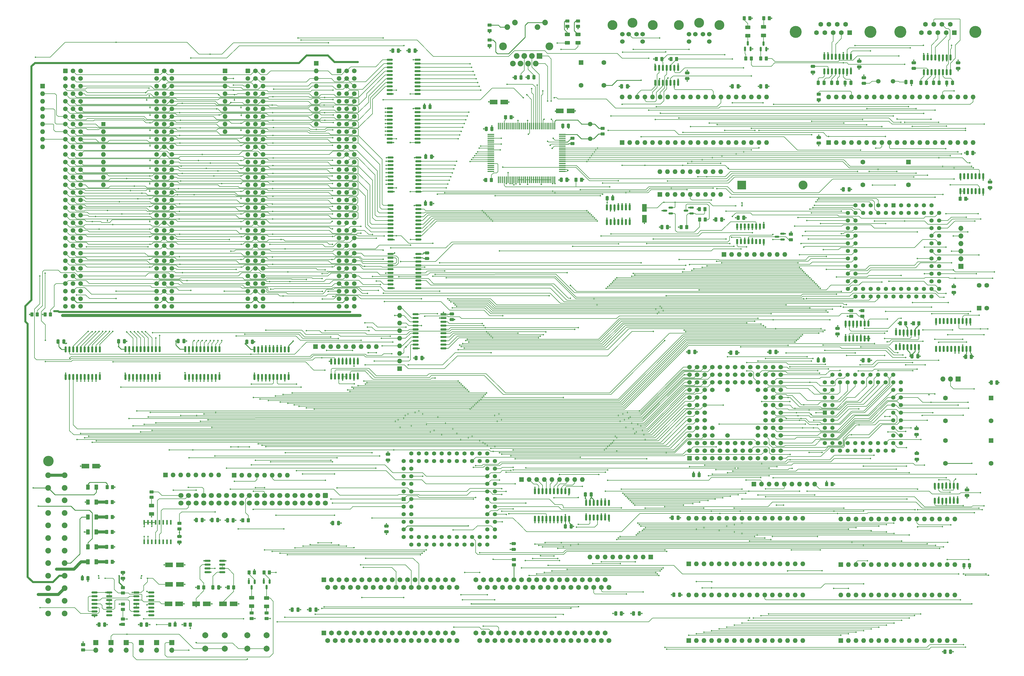
<source format=gtl>
G04 #@! TF.GenerationSoftware,KiCad,Pcbnew,(6.0.11)*
G04 #@! TF.CreationDate,2023-02-05T13:30:15+00:00*
G04 #@! TF.ProjectId,yddraig030,79646472-6169-4673-9033-302e6b696361,rev?*
G04 #@! TF.SameCoordinates,Original*
G04 #@! TF.FileFunction,Copper,L1,Top*
G04 #@! TF.FilePolarity,Positive*
%FSLAX46Y46*%
G04 Gerber Fmt 4.6, Leading zero omitted, Abs format (unit mm)*
G04 Created by KiCad (PCBNEW (6.0.11)) date 2023-02-05 13:30:15*
%MOMM*%
%LPD*%
G01*
G04 APERTURE LIST*
G04 Aperture macros list*
%AMRoundRect*
0 Rectangle with rounded corners*
0 $1 Rounding radius*
0 $2 $3 $4 $5 $6 $7 $8 $9 X,Y pos of 4 corners*
0 Add a 4 corners polygon primitive as box body*
4,1,4,$2,$3,$4,$5,$6,$7,$8,$9,$2,$3,0*
0 Add four circle primitives for the rounded corners*
1,1,$1+$1,$2,$3*
1,1,$1+$1,$4,$5*
1,1,$1+$1,$6,$7*
1,1,$1+$1,$8,$9*
0 Add four rect primitives between the rounded corners*
20,1,$1+$1,$2,$3,$4,$5,0*
20,1,$1+$1,$4,$5,$6,$7,0*
20,1,$1+$1,$6,$7,$8,$9,0*
20,1,$1+$1,$8,$9,$2,$3,0*%
G04 Aperture macros list end*
G04 #@! TA.AperFunction,SMDPad,CuDef*
%ADD10RoundRect,0.137500X0.137500X-0.662500X0.137500X0.662500X-0.137500X0.662500X-0.137500X-0.662500X0*%
G04 #@! TD*
G04 #@! TA.AperFunction,SMDPad,CuDef*
%ADD11RoundRect,0.250000X-0.250000X-0.475000X0.250000X-0.475000X0.250000X0.475000X-0.250000X0.475000X0*%
G04 #@! TD*
G04 #@! TA.AperFunction,SMDPad,CuDef*
%ADD12RoundRect,0.250000X0.450000X-0.262500X0.450000X0.262500X-0.450000X0.262500X-0.450000X-0.262500X0*%
G04 #@! TD*
G04 #@! TA.AperFunction,SMDPad,CuDef*
%ADD13RoundRect,0.150000X0.587500X0.150000X-0.587500X0.150000X-0.587500X-0.150000X0.587500X-0.150000X0*%
G04 #@! TD*
G04 #@! TA.AperFunction,ComponentPad*
%ADD14R,1.600000X1.600000*%
G04 #@! TD*
G04 #@! TA.AperFunction,ComponentPad*
%ADD15O,1.600000X1.600000*%
G04 #@! TD*
G04 #@! TA.AperFunction,SMDPad,CuDef*
%ADD16RoundRect,0.250000X0.625000X-0.375000X0.625000X0.375000X-0.625000X0.375000X-0.625000X-0.375000X0*%
G04 #@! TD*
G04 #@! TA.AperFunction,SMDPad,CuDef*
%ADD17RoundRect,0.250000X0.375000X0.625000X-0.375000X0.625000X-0.375000X-0.625000X0.375000X-0.625000X0*%
G04 #@! TD*
G04 #@! TA.AperFunction,SMDPad,CuDef*
%ADD18RoundRect,0.250000X-0.625000X0.375000X-0.625000X-0.375000X0.625000X-0.375000X0.625000X0.375000X0*%
G04 #@! TD*
G04 #@! TA.AperFunction,SMDPad,CuDef*
%ADD19RoundRect,0.250000X-1.050000X-0.550000X1.050000X-0.550000X1.050000X0.550000X-1.050000X0.550000X0*%
G04 #@! TD*
G04 #@! TA.AperFunction,SMDPad,CuDef*
%ADD20RoundRect,0.250000X-0.475000X0.250000X-0.475000X-0.250000X0.475000X-0.250000X0.475000X0.250000X0*%
G04 #@! TD*
G04 #@! TA.AperFunction,SMDPad,CuDef*
%ADD21RoundRect,0.250000X0.250000X0.475000X-0.250000X0.475000X-0.250000X-0.475000X0.250000X-0.475000X0*%
G04 #@! TD*
G04 #@! TA.AperFunction,SMDPad,CuDef*
%ADD22RoundRect,0.150000X0.150000X-0.875000X0.150000X0.875000X-0.150000X0.875000X-0.150000X-0.875000X0*%
G04 #@! TD*
G04 #@! TA.AperFunction,ComponentPad*
%ADD23R,1.700000X1.700000*%
G04 #@! TD*
G04 #@! TA.AperFunction,ComponentPad*
%ADD24O,1.700000X1.700000*%
G04 #@! TD*
G04 #@! TA.AperFunction,SMDPad,CuDef*
%ADD25RoundRect,0.250000X-0.262500X-0.450000X0.262500X-0.450000X0.262500X0.450000X-0.262500X0.450000X0*%
G04 #@! TD*
G04 #@! TA.AperFunction,SMDPad,CuDef*
%ADD26RoundRect,0.150000X0.875000X0.150000X-0.875000X0.150000X-0.875000X-0.150000X0.875000X-0.150000X0*%
G04 #@! TD*
G04 #@! TA.AperFunction,ComponentPad*
%ADD27C,1.600000*%
G04 #@! TD*
G04 #@! TA.AperFunction,SMDPad,CuDef*
%ADD28RoundRect,0.150000X-0.150000X0.825000X-0.150000X-0.825000X0.150000X-0.825000X0.150000X0.825000X0*%
G04 #@! TD*
G04 #@! TA.AperFunction,SMDPad,CuDef*
%ADD29RoundRect,0.250000X0.475000X-0.250000X0.475000X0.250000X-0.475000X0.250000X-0.475000X-0.250000X0*%
G04 #@! TD*
G04 #@! TA.AperFunction,SMDPad,CuDef*
%ADD30RoundRect,0.150000X0.150000X-0.825000X0.150000X0.825000X-0.150000X0.825000X-0.150000X-0.825000X0*%
G04 #@! TD*
G04 #@! TA.AperFunction,SMDPad,CuDef*
%ADD31RoundRect,0.150000X-0.875000X-0.150000X0.875000X-0.150000X0.875000X0.150000X-0.875000X0.150000X0*%
G04 #@! TD*
G04 #@! TA.AperFunction,SMDPad,CuDef*
%ADD32RoundRect,0.250000X-0.450000X0.262500X-0.450000X-0.262500X0.450000X-0.262500X0.450000X0.262500X0*%
G04 #@! TD*
G04 #@! TA.AperFunction,ComponentPad*
%ADD33R,3.000000X3.000000*%
G04 #@! TD*
G04 #@! TA.AperFunction,ComponentPad*
%ADD34C,3.000000*%
G04 #@! TD*
G04 #@! TA.AperFunction,SMDPad,CuDef*
%ADD35RoundRect,0.150000X-0.150000X0.587500X-0.150000X-0.587500X0.150000X-0.587500X0.150000X0.587500X0*%
G04 #@! TD*
G04 #@! TA.AperFunction,ComponentPad*
%ADD36C,1.524000*%
G04 #@! TD*
G04 #@! TA.AperFunction,ComponentPad*
%ADD37C,3.300000*%
G04 #@! TD*
G04 #@! TA.AperFunction,SMDPad,CuDef*
%ADD38RoundRect,0.250000X0.262500X0.450000X-0.262500X0.450000X-0.262500X-0.450000X0.262500X-0.450000X0*%
G04 #@! TD*
G04 #@! TA.AperFunction,SMDPad,CuDef*
%ADD39RoundRect,0.150000X-0.825000X-0.150000X0.825000X-0.150000X0.825000X0.150000X-0.825000X0.150000X0*%
G04 #@! TD*
G04 #@! TA.AperFunction,ComponentPad*
%ADD40R,1.650000X1.650000*%
G04 #@! TD*
G04 #@! TA.AperFunction,ComponentPad*
%ADD41C,1.650000*%
G04 #@! TD*
G04 #@! TA.AperFunction,ComponentPad*
%ADD42R,1.422400X1.422400*%
G04 #@! TD*
G04 #@! TA.AperFunction,ComponentPad*
%ADD43C,1.422400*%
G04 #@! TD*
G04 #@! TA.AperFunction,SMDPad,CuDef*
%ADD44RoundRect,0.150000X-0.150000X0.875000X-0.150000X-0.875000X0.150000X-0.875000X0.150000X0.875000X0*%
G04 #@! TD*
G04 #@! TA.AperFunction,ComponentPad*
%ADD45RoundRect,0.249999X-0.525001X-0.525001X0.525001X-0.525001X0.525001X0.525001X-0.525001X0.525001X0*%
G04 #@! TD*
G04 #@! TA.AperFunction,ComponentPad*
%ADD46C,1.550000*%
G04 #@! TD*
G04 #@! TA.AperFunction,ComponentPad*
%ADD47C,1.905000*%
G04 #@! TD*
G04 #@! TA.AperFunction,ComponentPad*
%ADD48C,3.505200*%
G04 #@! TD*
G04 #@! TA.AperFunction,ComponentPad*
%ADD49R,1.400000X1.400000*%
G04 #@! TD*
G04 #@! TA.AperFunction,ComponentPad*
%ADD50R,1.524000X1.524000*%
G04 #@! TD*
G04 #@! TA.AperFunction,ComponentPad*
%ADD51C,4.000000*%
G04 #@! TD*
G04 #@! TA.AperFunction,ComponentPad*
%ADD52RoundRect,0.250000X-0.600000X0.600000X-0.600000X-0.600000X0.600000X-0.600000X0.600000X0.600000X0*%
G04 #@! TD*
G04 #@! TA.AperFunction,ComponentPad*
%ADD53C,1.700000*%
G04 #@! TD*
G04 #@! TA.AperFunction,SMDPad,CuDef*
%ADD54RoundRect,0.150000X-0.150000X0.725000X-0.150000X-0.725000X0.150000X-0.725000X0.150000X0.725000X0*%
G04 #@! TD*
G04 #@! TA.AperFunction,ComponentPad*
%ADD55C,2.000000*%
G04 #@! TD*
G04 #@! TA.AperFunction,SMDPad,CuDef*
%ADD56R,0.350000X2.200000*%
G04 #@! TD*
G04 #@! TA.AperFunction,SMDPad,CuDef*
%ADD57R,2.200000X0.350000*%
G04 #@! TD*
G04 #@! TA.AperFunction,ComponentPad*
%ADD58C,1.500000*%
G04 #@! TD*
G04 #@! TA.AperFunction,ComponentPad*
%ADD59R,1.580000X1.580000*%
G04 #@! TD*
G04 #@! TA.AperFunction,ComponentPad*
%ADD60C,1.580000*%
G04 #@! TD*
G04 #@! TA.AperFunction,SMDPad,CuDef*
%ADD61R,0.600000X0.450000*%
G04 #@! TD*
G04 #@! TA.AperFunction,SMDPad,CuDef*
%ADD62RoundRect,0.150000X0.150000X-0.587500X0.150000X0.587500X-0.150000X0.587500X-0.150000X-0.587500X0*%
G04 #@! TD*
G04 #@! TA.AperFunction,ComponentPad*
%ADD63C,2.600000*%
G04 #@! TD*
G04 #@! TA.AperFunction,ComponentPad*
%ADD64C,1.890000*%
G04 #@! TD*
G04 #@! TA.AperFunction,ComponentPad*
%ADD65R,1.900000X1.900000*%
G04 #@! TD*
G04 #@! TA.AperFunction,ComponentPad*
%ADD66C,1.900000*%
G04 #@! TD*
G04 #@! TA.AperFunction,SMDPad,CuDef*
%ADD67RoundRect,0.250000X-0.550000X1.050000X-0.550000X-1.050000X0.550000X-1.050000X0.550000X1.050000X0*%
G04 #@! TD*
G04 #@! TA.AperFunction,ViaPad*
%ADD68C,0.500000*%
G04 #@! TD*
G04 #@! TA.AperFunction,Conductor*
%ADD69C,0.254000*%
G04 #@! TD*
G04 #@! TA.AperFunction,Conductor*
%ADD70C,0.127000*%
G04 #@! TD*
G04 #@! TA.AperFunction,Conductor*
%ADD71C,0.700000*%
G04 #@! TD*
G04 #@! TA.AperFunction,Conductor*
%ADD72C,0.400000*%
G04 #@! TD*
G04 #@! TA.AperFunction,Conductor*
%ADD73C,1.000000*%
G04 #@! TD*
G04 #@! TA.AperFunction,Conductor*
%ADD74C,0.200000*%
G04 #@! TD*
G04 APERTURE END LIST*
D10*
X72055000Y-208250000D03*
X73325000Y-208250000D03*
X74595000Y-208250000D03*
X75865000Y-208250000D03*
X77135000Y-208250000D03*
X78405000Y-208250000D03*
X79675000Y-208250000D03*
X80945000Y-208250000D03*
X80945000Y-201750000D03*
X79675000Y-201750000D03*
X78405000Y-201750000D03*
X77135000Y-201750000D03*
X75865000Y-201750000D03*
X74595000Y-201750000D03*
X73325000Y-201750000D03*
X72055000Y-201750000D03*
D11*
X270500000Y-99900000D03*
X272400000Y-99900000D03*
D12*
X108000000Y-233912500D03*
X108000000Y-232087500D03*
D13*
X247977500Y-98450000D03*
X247977500Y-96550000D03*
X246102500Y-97500000D03*
D14*
X254000000Y-215646000D03*
D15*
X256540000Y-215646000D03*
X259080000Y-215646000D03*
X261620000Y-215646000D03*
X264160000Y-215646000D03*
X266700000Y-215646000D03*
X269240000Y-215646000D03*
X271780000Y-215646000D03*
X274320000Y-215646000D03*
X276860000Y-215646000D03*
X279400000Y-215646000D03*
X281940000Y-215646000D03*
X284480000Y-215646000D03*
X287020000Y-215646000D03*
X289560000Y-215646000D03*
X292100000Y-215646000D03*
X292100000Y-200406000D03*
X289560000Y-200406000D03*
X287020000Y-200406000D03*
X284480000Y-200406000D03*
X281940000Y-200406000D03*
X279400000Y-200406000D03*
X276860000Y-200406000D03*
X274320000Y-200406000D03*
X271780000Y-200406000D03*
X269240000Y-200406000D03*
X266700000Y-200406000D03*
X264160000Y-200406000D03*
X261620000Y-200406000D03*
X259080000Y-200406000D03*
X256540000Y-200406000D03*
X254000000Y-200406000D03*
D11*
X263100000Y-100500000D03*
X265000000Y-100500000D03*
D16*
X113000000Y-229900000D03*
X113000000Y-227100000D03*
D17*
X56087500Y-215000000D03*
X53287500Y-215000000D03*
D12*
X213500000Y-35912500D03*
X213500000Y-34087500D03*
D18*
X74500000Y-196200000D03*
X74500000Y-199000000D03*
D14*
X300750000Y-74750000D03*
D15*
X303290000Y-74750000D03*
X305830000Y-74750000D03*
X308370000Y-74750000D03*
X310910000Y-74750000D03*
X313450000Y-74750000D03*
X315990000Y-74750000D03*
X318530000Y-74750000D03*
X321070000Y-74750000D03*
X323610000Y-74750000D03*
X326150000Y-74750000D03*
X328690000Y-74750000D03*
X331230000Y-74750000D03*
X333770000Y-74750000D03*
X336310000Y-74750000D03*
X338850000Y-74750000D03*
X341390000Y-74750000D03*
X343930000Y-74750000D03*
X346470000Y-74750000D03*
X349010000Y-74750000D03*
X349010000Y-59510000D03*
X346470000Y-59510000D03*
X343930000Y-59510000D03*
X341390000Y-59510000D03*
X338850000Y-59510000D03*
X336310000Y-59510000D03*
X333770000Y-59510000D03*
X331230000Y-59510000D03*
X328690000Y-59510000D03*
X326150000Y-59510000D03*
X323610000Y-59510000D03*
X321070000Y-59510000D03*
X318530000Y-59510000D03*
X315990000Y-59510000D03*
X313450000Y-59510000D03*
X310910000Y-59510000D03*
X308370000Y-59510000D03*
X305830000Y-59510000D03*
X303290000Y-59510000D03*
X300750000Y-59510000D03*
D19*
X80200000Y-229000000D03*
X83800000Y-229000000D03*
D11*
X231600000Y-56000000D03*
X233500000Y-56000000D03*
D14*
X231740000Y-74740000D03*
D15*
X234280000Y-74740000D03*
X236820000Y-74740000D03*
X239360000Y-74740000D03*
X241900000Y-74740000D03*
X244440000Y-74740000D03*
X246980000Y-74740000D03*
X249520000Y-74740000D03*
X252060000Y-74740000D03*
X254600000Y-74740000D03*
X257140000Y-74740000D03*
X259680000Y-74740000D03*
X262220000Y-74740000D03*
X264760000Y-74740000D03*
X267300000Y-74740000D03*
X269840000Y-74740000D03*
X272380000Y-74740000D03*
X274920000Y-74740000D03*
X277460000Y-74740000D03*
X280000000Y-74740000D03*
X280000000Y-59500000D03*
X277460000Y-59500000D03*
X274920000Y-59500000D03*
X272380000Y-59500000D03*
X269840000Y-59500000D03*
X267300000Y-59500000D03*
X264760000Y-59500000D03*
X262220000Y-59500000D03*
X259680000Y-59500000D03*
X257140000Y-59500000D03*
X254600000Y-59500000D03*
X252060000Y-59500000D03*
X249520000Y-59500000D03*
X246980000Y-59500000D03*
X244440000Y-59500000D03*
X241900000Y-59500000D03*
X239360000Y-59500000D03*
X236820000Y-59500000D03*
X234280000Y-59500000D03*
X231740000Y-59500000D03*
D20*
X311000000Y-47550000D03*
X311000000Y-49450000D03*
D21*
X342150000Y-54750000D03*
X340250000Y-54750000D03*
D22*
X65785000Y-153150000D03*
X67055000Y-153150000D03*
X68325000Y-153150000D03*
X69595000Y-153150000D03*
X70865000Y-153150000D03*
X72135000Y-153150000D03*
X73405000Y-153150000D03*
X74675000Y-153150000D03*
X75945000Y-153150000D03*
X77215000Y-153150000D03*
X77215000Y-143850000D03*
X75945000Y-143850000D03*
X74675000Y-143850000D03*
X73405000Y-143850000D03*
X72135000Y-143850000D03*
X70865000Y-143850000D03*
X69595000Y-143850000D03*
X68325000Y-143850000D03*
X67055000Y-143850000D03*
X65785000Y-143850000D03*
D20*
X166600000Y-111650000D03*
X166600000Y-113550000D03*
D23*
X81280000Y-242000000D03*
D24*
X81280000Y-244540000D03*
D25*
X243215000Y-46850000D03*
X245040000Y-46850000D03*
D20*
X330200000Y-178748000D03*
X330200000Y-180648000D03*
D11*
X83450000Y-141150000D03*
X85350000Y-141150000D03*
D26*
X163650000Y-107215000D03*
X163650000Y-105945000D03*
X163650000Y-104675000D03*
X163650000Y-103405000D03*
X163650000Y-102135000D03*
X163650000Y-100865000D03*
X163650000Y-99595000D03*
X163650000Y-98325000D03*
X163650000Y-97055000D03*
X163650000Y-95785000D03*
X154350000Y-95785000D03*
X154350000Y-97055000D03*
X154350000Y-98325000D03*
X154350000Y-99595000D03*
X154350000Y-100865000D03*
X154350000Y-102135000D03*
X154350000Y-103405000D03*
X154350000Y-104675000D03*
X154350000Y-105945000D03*
X154350000Y-107215000D03*
D22*
X45840000Y-153187500D03*
X47110000Y-153187500D03*
X48380000Y-153187500D03*
X49650000Y-153187500D03*
X50920000Y-153187500D03*
X52190000Y-153187500D03*
X53460000Y-153187500D03*
X54730000Y-153187500D03*
X56000000Y-153187500D03*
X57270000Y-153187500D03*
X57270000Y-143887500D03*
X56000000Y-143887500D03*
X54730000Y-143887500D03*
X53460000Y-143887500D03*
X52190000Y-143887500D03*
X50920000Y-143887500D03*
X49650000Y-143887500D03*
X48380000Y-143887500D03*
X47110000Y-143887500D03*
X45840000Y-143887500D03*
D11*
X268600000Y-56000000D03*
X270500000Y-56000000D03*
X211400000Y-87200000D03*
X213300000Y-87200000D03*
D14*
X218030000Y-48030000D03*
D27*
X218030000Y-55650000D03*
X225650000Y-55650000D03*
X225650000Y-48030000D03*
D14*
X129325000Y-143000000D03*
D15*
X131865000Y-143000000D03*
X134405000Y-143000000D03*
X136945000Y-143000000D03*
X139485000Y-143000000D03*
X142025000Y-143000000D03*
X144565000Y-143000000D03*
X147105000Y-143000000D03*
X149645000Y-143000000D03*
D28*
X314020000Y-135300000D03*
X312750000Y-135300000D03*
X311480000Y-135300000D03*
X310210000Y-135300000D03*
X308940000Y-135300000D03*
X307670000Y-135300000D03*
X306400000Y-135300000D03*
X306400000Y-140250000D03*
X307670000Y-140250000D03*
X308940000Y-140250000D03*
X310210000Y-140250000D03*
X311480000Y-140250000D03*
X312750000Y-140250000D03*
X314020000Y-140250000D03*
D11*
X211950000Y-69200000D03*
X213850000Y-69200000D03*
D29*
X153500000Y-180900000D03*
X153500000Y-179000000D03*
D25*
X278087500Y-46650000D03*
X279912500Y-46650000D03*
D30*
X242820000Y-54750000D03*
X244090000Y-54750000D03*
X245360000Y-54750000D03*
X246630000Y-54750000D03*
X247900000Y-54750000D03*
X249170000Y-54750000D03*
X250440000Y-54750000D03*
X250440000Y-49800000D03*
X249170000Y-49800000D03*
X247900000Y-49800000D03*
X246630000Y-49800000D03*
X245360000Y-49800000D03*
X244090000Y-49800000D03*
X242820000Y-49800000D03*
D31*
X162750000Y-132135000D03*
X162750000Y-133405000D03*
X162750000Y-134675000D03*
X162750000Y-135945000D03*
X162750000Y-137215000D03*
X162750000Y-138485000D03*
X162750000Y-139755000D03*
X162750000Y-141025000D03*
X162750000Y-142295000D03*
X162750000Y-143565000D03*
X172050000Y-143565000D03*
X172050000Y-142295000D03*
X172050000Y-141025000D03*
X172050000Y-139755000D03*
X172050000Y-138485000D03*
X172050000Y-137215000D03*
X172050000Y-135945000D03*
X172050000Y-134675000D03*
X172050000Y-133405000D03*
X172050000Y-132135000D03*
D12*
X217000000Y-35912500D03*
X217000000Y-34087500D03*
D25*
X112087500Y-218500000D03*
X113912500Y-218500000D03*
D11*
X166050000Y-95175000D03*
X167950000Y-95175000D03*
D32*
X312050000Y-131000000D03*
X312050000Y-132825000D03*
D21*
X198000000Y-53000000D03*
X196100000Y-53000000D03*
D33*
X271747584Y-89000000D03*
D34*
X292237584Y-89000000D03*
D20*
X253540000Y-51450000D03*
X253540000Y-53350000D03*
D11*
X281244000Y-144780000D03*
X283144000Y-144780000D03*
D35*
X108950000Y-221625000D03*
X107050000Y-221625000D03*
X108000000Y-223500000D03*
D32*
X83865000Y-202100000D03*
X83865000Y-203925000D03*
D29*
X329250000Y-49950000D03*
X329250000Y-48050000D03*
D11*
X165700000Y-62850000D03*
X167600000Y-62850000D03*
D25*
X59587500Y-195000000D03*
X61412500Y-195000000D03*
D11*
X160666000Y-44000000D03*
X162566000Y-44000000D03*
D32*
X215162500Y-73275000D03*
X215162500Y-75100000D03*
D36*
X233950000Y-38500000D03*
X236550000Y-38500000D03*
X231850000Y-38500000D03*
X238650000Y-38500000D03*
X231850000Y-41000000D03*
X238650000Y-41000000D03*
D37*
X235250000Y-34700000D03*
X242000000Y-35500000D03*
X228500000Y-35500000D03*
D36*
X256200000Y-38500000D03*
X258800000Y-38500000D03*
X254100000Y-38500000D03*
X260900000Y-38500000D03*
X254100000Y-41000000D03*
X260900000Y-41000000D03*
D37*
X257500000Y-34700000D03*
X250750000Y-35500000D03*
X264250000Y-35500000D03*
D30*
X134555000Y-152975000D03*
X135825000Y-152975000D03*
X137095000Y-152975000D03*
X138365000Y-152975000D03*
X139635000Y-152975000D03*
X140905000Y-152975000D03*
X142175000Y-152975000D03*
X143445000Y-152975000D03*
X143445000Y-148025000D03*
X142175000Y-148025000D03*
X140905000Y-148025000D03*
X139635000Y-148025000D03*
X138365000Y-148025000D03*
X137095000Y-148025000D03*
X135825000Y-148025000D03*
X134555000Y-148025000D03*
D11*
X226750000Y-93400000D03*
X228650000Y-93400000D03*
D26*
X163396000Y-58515000D03*
X163396000Y-57245000D03*
X163396000Y-55975000D03*
X163396000Y-54705000D03*
X163396000Y-53435000D03*
X163396000Y-52165000D03*
X163396000Y-50895000D03*
X163396000Y-49625000D03*
X163396000Y-48355000D03*
X163396000Y-47085000D03*
X154096000Y-47085000D03*
X154096000Y-48355000D03*
X154096000Y-49625000D03*
X154096000Y-50895000D03*
X154096000Y-52165000D03*
X154096000Y-53435000D03*
X154096000Y-54705000D03*
X154096000Y-55975000D03*
X154096000Y-57245000D03*
X154096000Y-58515000D03*
D12*
X195600000Y-216000000D03*
X195600000Y-214175000D03*
D38*
X301912500Y-189000000D03*
X300087500Y-189000000D03*
D25*
X273087500Y-46650000D03*
X274912500Y-46650000D03*
D11*
X43300000Y-141300000D03*
X45200000Y-141300000D03*
X331550000Y-54750000D03*
X333450000Y-54750000D03*
D21*
X237500000Y-232250000D03*
X235600000Y-232250000D03*
D25*
X272587500Y-33150000D03*
X274412500Y-33150000D03*
D11*
X335800000Y-54750000D03*
X337700000Y-54750000D03*
D23*
X344950000Y-116150000D03*
D24*
X344950000Y-113610000D03*
X344950000Y-111070000D03*
X344950000Y-108530000D03*
X344950000Y-105990000D03*
X344950000Y-103450000D03*
D21*
X246950000Y-103000000D03*
X245050000Y-103000000D03*
D11*
X297312000Y-147574000D03*
X299212000Y-147574000D03*
D25*
X329100000Y-135200000D03*
X330925000Y-135200000D03*
D21*
X357000000Y-155000000D03*
X355100000Y-155000000D03*
D20*
X174900000Y-132050000D03*
X174900000Y-133950000D03*
D39*
X93221000Y-214630000D03*
X93221000Y-215900000D03*
X93221000Y-217170000D03*
X93221000Y-218440000D03*
X98171000Y-218440000D03*
X98171000Y-217170000D03*
X98171000Y-215900000D03*
X98171000Y-214630000D03*
D40*
X132080000Y-238760000D03*
D41*
X133350000Y-241300000D03*
X134620000Y-238760000D03*
X135890000Y-241300000D03*
X137160000Y-238760000D03*
X138430000Y-241300000D03*
X139700000Y-238760000D03*
X140970000Y-241300000D03*
X142240000Y-238760000D03*
X143510000Y-241300000D03*
X144780000Y-238760000D03*
X146050000Y-241300000D03*
X147320000Y-238760000D03*
X148590000Y-241300000D03*
X149860000Y-238760000D03*
X151130000Y-241300000D03*
X152400000Y-238760000D03*
X153670000Y-241300000D03*
X154940000Y-238760000D03*
X156210000Y-241300000D03*
X157480000Y-238760000D03*
X158750000Y-241300000D03*
X160020000Y-238760000D03*
X161290000Y-241300000D03*
X162560000Y-238760000D03*
X163830000Y-241300000D03*
X165100000Y-238760000D03*
X166370000Y-241300000D03*
X167640000Y-238760000D03*
X168910000Y-241300000D03*
X170180000Y-238760000D03*
X171450000Y-241300000D03*
X172720000Y-238760000D03*
X173990000Y-241300000D03*
X175260000Y-238760000D03*
X176530000Y-241300000D03*
X182880000Y-238760000D03*
X184150000Y-241300000D03*
X185420000Y-238760000D03*
X186690000Y-241300000D03*
X187960000Y-238760000D03*
X189230000Y-241300000D03*
X190500000Y-238760000D03*
X191770000Y-241300000D03*
X193040000Y-238760000D03*
X194310000Y-241300000D03*
X195580000Y-238760000D03*
X196850000Y-241300000D03*
X198120000Y-238760000D03*
X199390000Y-241300000D03*
X200660000Y-238760000D03*
X201930000Y-241300000D03*
X203200000Y-238760000D03*
X204470000Y-241300000D03*
X205740000Y-238760000D03*
X207010000Y-241300000D03*
X208280000Y-238760000D03*
X209550000Y-241300000D03*
X210820000Y-238760000D03*
X212090000Y-241300000D03*
X213360000Y-238760000D03*
X214630000Y-241300000D03*
X215900000Y-238760000D03*
X217170000Y-241300000D03*
X218440000Y-238760000D03*
X219710000Y-241300000D03*
X220980000Y-238760000D03*
X222250000Y-241300000D03*
X223520000Y-238760000D03*
X224790000Y-241300000D03*
X226060000Y-238760000D03*
X227330000Y-241300000D03*
D19*
X89400000Y-229000000D03*
X93000000Y-229000000D03*
D42*
X158760000Y-194000000D03*
D43*
X161300000Y-194000000D03*
X158760000Y-196540000D03*
X161300000Y-196540000D03*
X158760000Y-199080000D03*
X161300000Y-199080000D03*
X158760000Y-201620000D03*
X161300000Y-201620000D03*
X158760000Y-204160000D03*
X161300000Y-204160000D03*
X158760000Y-206700000D03*
X161300000Y-209240000D03*
X161300000Y-206700000D03*
X163840000Y-209240000D03*
X163840000Y-206700000D03*
X166380000Y-209240000D03*
X166380000Y-206700000D03*
X168920000Y-209240000D03*
X168920000Y-206700000D03*
X171460000Y-209240000D03*
X171460000Y-206700000D03*
X174000000Y-209240000D03*
X174000000Y-206700000D03*
X176540000Y-209240000D03*
X176540000Y-206700000D03*
X179080000Y-209240000D03*
X179080000Y-206700000D03*
X181620000Y-209240000D03*
X181620000Y-206700000D03*
X184160000Y-209240000D03*
X184160000Y-206700000D03*
X186700000Y-209240000D03*
X189240000Y-206700000D03*
X186700000Y-206700000D03*
X189240000Y-204160000D03*
X186700000Y-204160000D03*
X189240000Y-201620000D03*
X186700000Y-201620000D03*
X189240000Y-199080000D03*
X186700000Y-199080000D03*
X189240000Y-196540000D03*
X186700000Y-196540000D03*
X189240000Y-194000000D03*
X186700000Y-194000000D03*
X189240000Y-191460000D03*
X186700000Y-191460000D03*
X189240000Y-188920000D03*
X186700000Y-188920000D03*
X189240000Y-186380000D03*
X186700000Y-186380000D03*
X189240000Y-183840000D03*
X186700000Y-183840000D03*
X189240000Y-181300000D03*
X186700000Y-178760000D03*
X186700000Y-181300000D03*
X184160000Y-178760000D03*
X184160000Y-181300000D03*
X181620000Y-178760000D03*
X181620000Y-181300000D03*
X179080000Y-178760000D03*
X179080000Y-181300000D03*
X176540000Y-178760000D03*
X176540000Y-181300000D03*
X174000000Y-178760000D03*
X174000000Y-181300000D03*
X171460000Y-178760000D03*
X171460000Y-181300000D03*
X168920000Y-178760000D03*
X168920000Y-181300000D03*
X166380000Y-178760000D03*
X166380000Y-181300000D03*
X163840000Y-178760000D03*
X163840000Y-181300000D03*
X161300000Y-178760000D03*
X158760000Y-181300000D03*
X161300000Y-181300000D03*
X158760000Y-183840000D03*
X161300000Y-183840000D03*
X158760000Y-186380000D03*
X161300000Y-186380000D03*
X158760000Y-188920000D03*
X161300000Y-188920000D03*
X158760000Y-191460000D03*
X161300000Y-191460000D03*
D44*
X348115000Y-134450000D03*
X346845000Y-134450000D03*
X345575000Y-134450000D03*
X344305000Y-134450000D03*
X343035000Y-134450000D03*
X341765000Y-134450000D03*
X340495000Y-134450000D03*
X339225000Y-134450000D03*
X337955000Y-134450000D03*
X336685000Y-134450000D03*
X336685000Y-143750000D03*
X337955000Y-143750000D03*
X339225000Y-143750000D03*
X340495000Y-143750000D03*
X341765000Y-143750000D03*
X343035000Y-143750000D03*
X344305000Y-143750000D03*
X345575000Y-143750000D03*
X346845000Y-143750000D03*
X348115000Y-143750000D03*
D17*
X56087500Y-205000000D03*
X53287500Y-205000000D03*
D21*
X348950000Y-78250000D03*
X347050000Y-78250000D03*
D45*
X45720000Y-50800000D03*
D46*
X45720000Y-53340000D03*
X45720000Y-55880000D03*
X45720000Y-58420000D03*
X45720000Y-60960000D03*
X45720000Y-63500000D03*
X45720000Y-66040000D03*
X45720000Y-68580000D03*
X45720000Y-71120000D03*
X45720000Y-73660000D03*
X45720000Y-76200000D03*
X45720000Y-78740000D03*
X45720000Y-81280000D03*
X45720000Y-83820000D03*
X45720000Y-86360000D03*
X45720000Y-88900000D03*
X45720000Y-91440000D03*
X45720000Y-93980000D03*
X45720000Y-96520000D03*
X45720000Y-99060000D03*
X45720000Y-101600000D03*
X45720000Y-104140000D03*
X45720000Y-106680000D03*
X45720000Y-109220000D03*
X45720000Y-111760000D03*
X45720000Y-114300000D03*
X45720000Y-116840000D03*
X45720000Y-119380000D03*
X45720000Y-121920000D03*
X45720000Y-124460000D03*
X45720000Y-127000000D03*
X45720000Y-129540000D03*
X48260000Y-50800000D03*
X48260000Y-53340000D03*
X48260000Y-55880000D03*
X48260000Y-58420000D03*
X48260000Y-60960000D03*
X48260000Y-63500000D03*
X48260000Y-66040000D03*
X48260000Y-68580000D03*
X48260000Y-71120000D03*
X48260000Y-73660000D03*
X48260000Y-76200000D03*
X48260000Y-78740000D03*
X48260000Y-81280000D03*
X48260000Y-83820000D03*
X48260000Y-86360000D03*
X48260000Y-88900000D03*
X48260000Y-91440000D03*
X48260000Y-93980000D03*
X48260000Y-96520000D03*
X48260000Y-99060000D03*
X48260000Y-101600000D03*
X48260000Y-104140000D03*
X48260000Y-106680000D03*
X48260000Y-109220000D03*
X48260000Y-111760000D03*
X48260000Y-114300000D03*
X48260000Y-116840000D03*
X48260000Y-119380000D03*
X48260000Y-121920000D03*
X48260000Y-124460000D03*
X48260000Y-127000000D03*
X48260000Y-129540000D03*
X50800000Y-50800000D03*
X50800000Y-53340000D03*
X50800000Y-55880000D03*
X50800000Y-58420000D03*
X50800000Y-60960000D03*
X50800000Y-63500000D03*
X50800000Y-66040000D03*
X50800000Y-68580000D03*
X50800000Y-71120000D03*
X50800000Y-73660000D03*
X50800000Y-76200000D03*
X50800000Y-78740000D03*
X50800000Y-81280000D03*
X50800000Y-83820000D03*
X50800000Y-86360000D03*
X50800000Y-88900000D03*
X50800000Y-91440000D03*
X50800000Y-93980000D03*
X50800000Y-96520000D03*
X50800000Y-99060000D03*
X50800000Y-101600000D03*
X50800000Y-104140000D03*
X50800000Y-106680000D03*
X50800000Y-109220000D03*
X50800000Y-111760000D03*
X50800000Y-114300000D03*
X50800000Y-116840000D03*
X50800000Y-119380000D03*
X50800000Y-121920000D03*
X50800000Y-124460000D03*
X50800000Y-127000000D03*
X50800000Y-129540000D03*
D47*
X45500000Y-186000008D03*
X45500000Y-190200007D03*
X45500000Y-194400006D03*
X45500000Y-198600005D03*
X45500000Y-202800005D03*
X45500000Y-207000004D03*
X45500000Y-211200003D03*
X45500000Y-215400002D03*
X45500000Y-219600002D03*
X45500000Y-223800001D03*
X45500000Y-228000000D03*
X45500000Y-232199999D03*
X40000001Y-186000008D03*
X40000001Y-190200007D03*
X40000001Y-194400006D03*
X40000001Y-198600005D03*
X40000001Y-202800005D03*
X40000001Y-207000004D03*
X40000001Y-211200003D03*
X40000001Y-215400002D03*
X40000001Y-219600002D03*
X40000001Y-223800001D03*
X40000001Y-228000000D03*
X40000001Y-232199999D03*
D48*
X40102500Y-181236505D03*
D25*
X107087500Y-218500000D03*
X108912500Y-218500000D03*
X38955900Y-132257800D03*
X40780900Y-132257800D03*
D29*
X303756250Y-138787500D03*
X303756250Y-136887500D03*
D25*
X85675000Y-236000000D03*
X87500000Y-236000000D03*
X59587500Y-210000000D03*
X61412500Y-210000000D03*
D49*
X58420000Y-68580000D03*
D15*
X58420000Y-71120000D03*
X58420000Y-73660000D03*
X58420000Y-76200000D03*
X58420000Y-78740000D03*
X58420000Y-81280000D03*
X58420000Y-83820000D03*
X58420000Y-86360000D03*
X58420000Y-88900000D03*
D50*
X254254000Y-180340000D03*
D36*
X254254000Y-177800000D03*
X254254000Y-175260000D03*
X254254000Y-172720000D03*
X254254000Y-170180000D03*
X254254000Y-167640000D03*
X254254000Y-165100000D03*
X254254000Y-162560000D03*
X254254000Y-160020000D03*
X254254000Y-157480000D03*
X254254000Y-154940000D03*
X254254000Y-152400000D03*
X254254000Y-149860000D03*
X256794000Y-180340000D03*
X256794000Y-177800000D03*
X256794000Y-175260000D03*
X256794000Y-172720000D03*
X256794000Y-170180000D03*
X256794000Y-167640000D03*
X256794000Y-165100000D03*
X256794000Y-162560000D03*
X256794000Y-160020000D03*
X256794000Y-157480000D03*
X256794000Y-154940000D03*
X256794000Y-152400000D03*
X256794000Y-149860000D03*
X259334000Y-180340000D03*
X259334000Y-177800000D03*
X259334000Y-175260000D03*
X259334000Y-172720000D03*
X259334000Y-170180000D03*
X259334000Y-167640000D03*
X259334000Y-165100000D03*
X259334000Y-162560000D03*
X259334000Y-160020000D03*
X259334000Y-157480000D03*
X259334000Y-154940000D03*
X259334000Y-152400000D03*
X259334000Y-149860000D03*
X261874000Y-180340000D03*
X261874000Y-177800000D03*
X261874000Y-175260000D03*
X261874000Y-172720000D03*
X261874000Y-170180000D03*
X261874000Y-157480000D03*
X261874000Y-154940000D03*
X261874000Y-152400000D03*
X261874000Y-149860000D03*
X264414000Y-180340000D03*
X264414000Y-177800000D03*
X264414000Y-175260000D03*
X264414000Y-154940000D03*
X264414000Y-152400000D03*
X264414000Y-149860000D03*
X266954000Y-180340000D03*
X266954000Y-177800000D03*
X266954000Y-175260000D03*
X266954000Y-172720000D03*
X266954000Y-157480000D03*
X266954000Y-154940000D03*
X266954000Y-152400000D03*
X266954000Y-149860000D03*
X269494000Y-180340000D03*
X269494000Y-177800000D03*
X269494000Y-175260000D03*
X269494000Y-154940000D03*
X269494000Y-152400000D03*
X269494000Y-149860000D03*
X272034000Y-180340000D03*
X272034000Y-177800000D03*
X272034000Y-175260000D03*
X272034000Y-154940000D03*
X272034000Y-152400000D03*
X272034000Y-149860000D03*
X274574000Y-180340000D03*
X274574000Y-177800000D03*
X274574000Y-175260000D03*
X274574000Y-154940000D03*
X274574000Y-152400000D03*
X274574000Y-149860000D03*
X277114000Y-180340000D03*
X277114000Y-177800000D03*
X277114000Y-175260000D03*
X277114000Y-172720000D03*
X277114000Y-170180000D03*
X277114000Y-157480000D03*
X277114000Y-154940000D03*
X277114000Y-152400000D03*
X277114000Y-149860000D03*
X279654000Y-180340000D03*
X279654000Y-177800000D03*
X279654000Y-175260000D03*
X279654000Y-172720000D03*
X279654000Y-170180000D03*
X279654000Y-167640000D03*
X279654000Y-165100000D03*
X279654000Y-162560000D03*
X279654000Y-160020000D03*
X279654000Y-157480000D03*
X279654000Y-154940000D03*
X279654000Y-152400000D03*
X279654000Y-149860000D03*
X282194000Y-180340000D03*
X282194000Y-177800000D03*
X282194000Y-175260000D03*
X282194000Y-172720000D03*
X282194000Y-170180000D03*
X282194000Y-167640000D03*
X282194000Y-165100000D03*
X282194000Y-162560000D03*
X282194000Y-160020000D03*
X282194000Y-157480000D03*
X282194000Y-154940000D03*
X282194000Y-152400000D03*
X282194000Y-149860000D03*
X284734000Y-180340000D03*
X284734000Y-177800000D03*
X284734000Y-175260000D03*
X284734000Y-172720000D03*
X284734000Y-170180000D03*
X284734000Y-167640000D03*
X284734000Y-165100000D03*
X284734000Y-162560000D03*
X284734000Y-160020000D03*
X284734000Y-157480000D03*
X284734000Y-154940000D03*
X284734000Y-152400000D03*
X284734000Y-149860000D03*
D21*
X257500000Y-185900000D03*
X255600000Y-185900000D03*
D17*
X56087500Y-195000000D03*
X53287500Y-195000000D03*
D20*
X65000000Y-218550000D03*
X65000000Y-220450000D03*
D13*
X254977500Y-98450000D03*
X254977500Y-96550000D03*
X253102500Y-97500000D03*
D38*
X253325000Y-103000000D03*
X251500000Y-103000000D03*
D25*
X59675000Y-190000000D03*
X61500000Y-190000000D03*
X59587500Y-215000000D03*
X61412500Y-215000000D03*
D26*
X163396000Y-74771000D03*
X163396000Y-73501000D03*
X163396000Y-72231000D03*
X163396000Y-70961000D03*
X163396000Y-69691000D03*
X163396000Y-68421000D03*
X163396000Y-67151000D03*
X163396000Y-65881000D03*
X163396000Y-64611000D03*
X163396000Y-63341000D03*
X154096000Y-63341000D03*
X154096000Y-64611000D03*
X154096000Y-65881000D03*
X154096000Y-67151000D03*
X154096000Y-68421000D03*
X154096000Y-69691000D03*
X154096000Y-70961000D03*
X154096000Y-72231000D03*
X154096000Y-73501000D03*
X154096000Y-74771000D03*
D11*
X95050000Y-223500000D03*
X96950000Y-223500000D03*
D21*
X202300000Y-52950000D03*
X200400000Y-52950000D03*
X348450000Y-146350000D03*
X346550000Y-146350000D03*
D11*
X345948000Y-216154000D03*
X347848000Y-216154000D03*
D25*
X192837500Y-66250000D03*
X194662500Y-66250000D03*
D42*
X299466000Y-165100000D03*
D43*
X302006000Y-165100000D03*
X299466000Y-167640000D03*
X302006000Y-167640000D03*
X299466000Y-170180000D03*
X302006000Y-170180000D03*
X299466000Y-172720000D03*
X302006000Y-172720000D03*
X299466000Y-175260000D03*
X302006000Y-177800000D03*
X302006000Y-175260000D03*
X304546000Y-177800000D03*
X304546000Y-175260000D03*
X307086000Y-177800000D03*
X307086000Y-175260000D03*
X309626000Y-177800000D03*
X309626000Y-175260000D03*
X312166000Y-177800000D03*
X312166000Y-175260000D03*
X314706000Y-177800000D03*
X314706000Y-175260000D03*
X317246000Y-177800000D03*
X317246000Y-175260000D03*
X319786000Y-177800000D03*
X319786000Y-175260000D03*
X322326000Y-177800000D03*
X324866000Y-175260000D03*
X322326000Y-175260000D03*
X324866000Y-172720000D03*
X322326000Y-172720000D03*
X324866000Y-170180000D03*
X322326000Y-170180000D03*
X324866000Y-167640000D03*
X322326000Y-167640000D03*
X324866000Y-165100000D03*
X322326000Y-165100000D03*
X324866000Y-162560000D03*
X322326000Y-162560000D03*
X324866000Y-160020000D03*
X322326000Y-160020000D03*
X324866000Y-157480000D03*
X322326000Y-157480000D03*
X324866000Y-154940000D03*
X322326000Y-152400000D03*
X322326000Y-154940000D03*
X319786000Y-152400000D03*
X319786000Y-154940000D03*
X317246000Y-152400000D03*
X317246000Y-154940000D03*
X314706000Y-152400000D03*
X314706000Y-154940000D03*
X312166000Y-152400000D03*
X312166000Y-154940000D03*
X309626000Y-152400000D03*
X309626000Y-154940000D03*
X307086000Y-152400000D03*
X307086000Y-154940000D03*
X304546000Y-152400000D03*
X304546000Y-154940000D03*
X302006000Y-152400000D03*
X299466000Y-154940000D03*
X302006000Y-154940000D03*
X299466000Y-157480000D03*
X302006000Y-157480000D03*
X299466000Y-160020000D03*
X302006000Y-160020000D03*
X299466000Y-162560000D03*
X302006000Y-162560000D03*
D51*
X289750000Y-37750000D03*
X314750000Y-37750000D03*
D14*
X307790000Y-38050000D03*
D27*
X305020000Y-38050000D03*
X302250000Y-38050000D03*
X299480000Y-38050000D03*
X296710000Y-38050000D03*
X306405000Y-35210000D03*
X303635000Y-35210000D03*
X300865000Y-35210000D03*
X298095000Y-35210000D03*
D29*
X295550000Y-51200000D03*
X295550000Y-49300000D03*
D25*
X90175000Y-223500000D03*
X92000000Y-223500000D03*
D11*
X297300000Y-54750000D03*
X299200000Y-54750000D03*
D52*
X132630000Y-192747500D03*
D53*
X132630000Y-195287500D03*
X130090000Y-192747500D03*
X130090000Y-195287500D03*
X127550000Y-192747500D03*
X127550000Y-195287500D03*
X125010000Y-192747500D03*
X125010000Y-195287500D03*
X122470000Y-192747500D03*
X122470000Y-195287500D03*
X119930000Y-192747500D03*
X119930000Y-195287500D03*
X117390000Y-192747500D03*
X117390000Y-195287500D03*
X114850000Y-192747500D03*
X114850000Y-195287500D03*
X112310000Y-192747500D03*
X112310000Y-195287500D03*
X109770000Y-192747500D03*
X109770000Y-195287500D03*
X107230000Y-192747500D03*
X107230000Y-195287500D03*
X104690000Y-192747500D03*
X104690000Y-195287500D03*
X102150000Y-192747500D03*
X102150000Y-195287500D03*
X99610000Y-192747500D03*
X99610000Y-195287500D03*
X97070000Y-192747500D03*
X97070000Y-195287500D03*
X94530000Y-192747500D03*
X94530000Y-195287500D03*
X91990000Y-192747500D03*
X91990000Y-195287500D03*
X89450000Y-192747500D03*
X89450000Y-195287500D03*
X86910000Y-192747500D03*
X86910000Y-195287500D03*
X84370000Y-192747500D03*
X84370000Y-195287500D03*
D40*
X132080000Y-220980000D03*
D41*
X133350000Y-223520000D03*
X134620000Y-220980000D03*
X135890000Y-223520000D03*
X137160000Y-220980000D03*
X138430000Y-223520000D03*
X139700000Y-220980000D03*
X140970000Y-223520000D03*
X142240000Y-220980000D03*
X143510000Y-223520000D03*
X144780000Y-220980000D03*
X146050000Y-223520000D03*
X147320000Y-220980000D03*
X148590000Y-223520000D03*
X149860000Y-220980000D03*
X151130000Y-223520000D03*
X152400000Y-220980000D03*
X153670000Y-223520000D03*
X154940000Y-220980000D03*
X156210000Y-223520000D03*
X157480000Y-220980000D03*
X158750000Y-223520000D03*
X160020000Y-220980000D03*
X161290000Y-223520000D03*
X162560000Y-220980000D03*
X163830000Y-223520000D03*
X165100000Y-220980000D03*
X166370000Y-223520000D03*
X167640000Y-220980000D03*
X168910000Y-223520000D03*
X170180000Y-220980000D03*
X171450000Y-223520000D03*
X172720000Y-220980000D03*
X173990000Y-223520000D03*
X175260000Y-220980000D03*
X176530000Y-223520000D03*
X182880000Y-220980000D03*
X184150000Y-223520000D03*
X185420000Y-220980000D03*
X186690000Y-223520000D03*
X187960000Y-220980000D03*
X189230000Y-223520000D03*
X190500000Y-220980000D03*
X191770000Y-223520000D03*
X193040000Y-220980000D03*
X194310000Y-223520000D03*
X195580000Y-220980000D03*
X196850000Y-223520000D03*
X198120000Y-220980000D03*
X199390000Y-223520000D03*
X200660000Y-220980000D03*
X201930000Y-223520000D03*
X203200000Y-220980000D03*
X204470000Y-223520000D03*
X205740000Y-220980000D03*
X207010000Y-223520000D03*
X208280000Y-220980000D03*
X209550000Y-223520000D03*
X210820000Y-220980000D03*
X212090000Y-223520000D03*
X213360000Y-220980000D03*
X214630000Y-223520000D03*
X215900000Y-220980000D03*
X217170000Y-223520000D03*
X218440000Y-220980000D03*
X219710000Y-223520000D03*
X220980000Y-220980000D03*
X222250000Y-223520000D03*
X223520000Y-220980000D03*
X224790000Y-223520000D03*
X226060000Y-220980000D03*
X227330000Y-223520000D03*
D11*
X63550000Y-141200000D03*
X65450000Y-141200000D03*
D25*
X257675000Y-100500000D03*
X259500000Y-100500000D03*
D19*
X80400000Y-222500000D03*
X84000000Y-222500000D03*
D21*
X341500000Y-245000000D03*
X339600000Y-245000000D03*
D25*
X257587500Y-97000000D03*
X259412500Y-97000000D03*
D23*
X344000000Y-153800000D03*
D24*
X341460000Y-153800000D03*
X338920000Y-153800000D03*
D21*
X330550000Y-146200000D03*
X328650000Y-146200000D03*
D12*
X51650000Y-244450000D03*
X51650000Y-242625000D03*
D14*
X304800000Y-241300000D03*
D15*
X307340000Y-241300000D03*
X309880000Y-241300000D03*
X312420000Y-241300000D03*
X314960000Y-241300000D03*
X317500000Y-241300000D03*
X320040000Y-241300000D03*
X322580000Y-241300000D03*
X325120000Y-241300000D03*
X327660000Y-241300000D03*
X330200000Y-241300000D03*
X332740000Y-241300000D03*
X335280000Y-241300000D03*
X337820000Y-241300000D03*
X340360000Y-241300000D03*
X342900000Y-241300000D03*
X342900000Y-226060000D03*
X340360000Y-226060000D03*
X337820000Y-226060000D03*
X335280000Y-226060000D03*
X332740000Y-226060000D03*
X330200000Y-226060000D03*
X327660000Y-226060000D03*
X325120000Y-226060000D03*
X322580000Y-226060000D03*
X320040000Y-226060000D03*
X317500000Y-226060000D03*
X314960000Y-226060000D03*
X312420000Y-226060000D03*
X309880000Y-226060000D03*
X307340000Y-226060000D03*
X304800000Y-226060000D03*
D54*
X279090000Y-102700000D03*
X277820000Y-102700000D03*
X276550000Y-102700000D03*
X275280000Y-102700000D03*
X274010000Y-102700000D03*
X272740000Y-102700000D03*
X271470000Y-102700000D03*
X270200000Y-102700000D03*
X270200000Y-107850000D03*
X271470000Y-107850000D03*
X272740000Y-107850000D03*
X274010000Y-107850000D03*
X275280000Y-107850000D03*
X276550000Y-107850000D03*
X277820000Y-107850000D03*
X279090000Y-107850000D03*
D11*
X186350000Y-70200000D03*
X188250000Y-70200000D03*
D19*
X210962500Y-64200000D03*
X214562500Y-64200000D03*
D55*
X113000000Y-239500000D03*
X106500000Y-239500000D03*
X106500000Y-244000000D03*
X113000000Y-244000000D03*
D20*
X354690000Y-87925000D03*
X354690000Y-89825000D03*
D26*
X163650000Y-91215000D03*
X163650000Y-89945000D03*
X163650000Y-88675000D03*
X163650000Y-87405000D03*
X163650000Y-86135000D03*
X163650000Y-84865000D03*
X163650000Y-83595000D03*
X163650000Y-82325000D03*
X163650000Y-81055000D03*
X163650000Y-79785000D03*
X154350000Y-79785000D03*
X154350000Y-81055000D03*
X154350000Y-82325000D03*
X154350000Y-83595000D03*
X154350000Y-84865000D03*
X154350000Y-86135000D03*
X154350000Y-87405000D03*
X154350000Y-88675000D03*
X154350000Y-89945000D03*
X154350000Y-91215000D03*
D56*
X190425000Y-87165000D03*
X191075000Y-87165000D03*
X191725000Y-87165000D03*
X192375000Y-87165000D03*
X193025000Y-87165000D03*
X193675000Y-87165000D03*
X194325000Y-87165000D03*
X194975000Y-87165000D03*
X195625000Y-87165000D03*
X196275000Y-87165000D03*
X196925000Y-87165000D03*
X197575000Y-87165000D03*
X198225000Y-87165000D03*
X198875000Y-87165000D03*
X199525000Y-87165000D03*
X200175000Y-87165000D03*
X200825000Y-87165000D03*
X201475000Y-87165000D03*
X202125000Y-87165000D03*
X202775000Y-87165000D03*
X203425000Y-87165000D03*
X204075000Y-87165000D03*
X204725000Y-87165000D03*
X205375000Y-87165000D03*
X206025000Y-87165000D03*
X206675000Y-87165000D03*
X207325000Y-87165000D03*
X207975000Y-87165000D03*
X208625000Y-87165000D03*
X209275000Y-87165000D03*
D57*
X211815000Y-84375000D03*
X211815000Y-83725000D03*
X211815000Y-83075000D03*
X211815000Y-82425000D03*
X211815000Y-81775000D03*
X211815000Y-81125000D03*
X211815000Y-80475000D03*
X211815000Y-79825000D03*
X211815000Y-79175000D03*
X211815000Y-78525000D03*
X211815000Y-77875000D03*
X211815000Y-77225000D03*
X211815000Y-76575000D03*
X211815000Y-75925000D03*
X211815000Y-75275000D03*
X211815000Y-74625000D03*
X211815000Y-73975000D03*
X211815000Y-73325000D03*
X211815000Y-72675000D03*
X211815000Y-72025000D03*
D56*
X209275000Y-69235000D03*
X208625000Y-69235000D03*
X207975000Y-69235000D03*
X207325000Y-69235000D03*
X206675000Y-69235000D03*
X206025000Y-69235000D03*
X205375000Y-69235000D03*
X204725000Y-69235000D03*
X204075000Y-69235000D03*
X203425000Y-69235000D03*
X202775000Y-69235000D03*
X202125000Y-69235000D03*
X201475000Y-69235000D03*
X200825000Y-69235000D03*
X200175000Y-69235000D03*
X199525000Y-69235000D03*
X198875000Y-69235000D03*
X198225000Y-69235000D03*
X197575000Y-69235000D03*
X196925000Y-69235000D03*
X196275000Y-69235000D03*
X195625000Y-69235000D03*
X194975000Y-69235000D03*
X194325000Y-69235000D03*
X193675000Y-69235000D03*
X193025000Y-69235000D03*
X192375000Y-69235000D03*
X191725000Y-69235000D03*
X191075000Y-69235000D03*
X190425000Y-69235000D03*
D57*
X187885000Y-72025000D03*
X187885000Y-72675000D03*
X187885000Y-73325000D03*
X187885000Y-73975000D03*
X187885000Y-74625000D03*
X187885000Y-75275000D03*
X187885000Y-75925000D03*
X187885000Y-76575000D03*
X187885000Y-77225000D03*
X187885000Y-77875000D03*
X187885000Y-78525000D03*
X187885000Y-79175000D03*
X187885000Y-79825000D03*
X187885000Y-80475000D03*
X187885000Y-81125000D03*
X187885000Y-81775000D03*
X187885000Y-82425000D03*
X187885000Y-83075000D03*
X187885000Y-83725000D03*
X187885000Y-84375000D03*
D23*
X71120000Y-242000000D03*
D24*
X71120000Y-244540000D03*
D25*
X324687500Y-135200000D03*
X326512500Y-135200000D03*
D32*
X308300000Y-131000000D03*
X308300000Y-132825000D03*
D17*
X56087500Y-190000000D03*
X53287500Y-190000000D03*
D58*
X317350000Y-54250000D03*
X322250000Y-54250000D03*
D21*
X58900000Y-236000000D03*
X57000000Y-236000000D03*
D58*
X221062500Y-68550000D03*
X221062500Y-73450000D03*
D14*
X254000000Y-241300000D03*
D15*
X256540000Y-241300000D03*
X259080000Y-241300000D03*
X261620000Y-241300000D03*
X264160000Y-241300000D03*
X266700000Y-241300000D03*
X269240000Y-241300000D03*
X271780000Y-241300000D03*
X274320000Y-241300000D03*
X276860000Y-241300000D03*
X279400000Y-241300000D03*
X281940000Y-241300000D03*
X284480000Y-241300000D03*
X287020000Y-241300000D03*
X289560000Y-241300000D03*
X292100000Y-241300000D03*
X292100000Y-226060000D03*
X289560000Y-226060000D03*
X287020000Y-226060000D03*
X284480000Y-226060000D03*
X281940000Y-226060000D03*
X279400000Y-226060000D03*
X276860000Y-226060000D03*
X274320000Y-226060000D03*
X271780000Y-226060000D03*
X269240000Y-226060000D03*
X266700000Y-226060000D03*
X264160000Y-226060000D03*
X261620000Y-226060000D03*
X259080000Y-226060000D03*
X256540000Y-226060000D03*
X254000000Y-226060000D03*
D59*
X351050000Y-130120000D03*
D60*
X351050000Y-122500000D03*
X353590000Y-130120000D03*
X353590000Y-122500000D03*
D35*
X113950000Y-221562500D03*
X112050000Y-221562500D03*
X113000000Y-223437500D03*
D23*
X55880000Y-242000000D03*
D24*
X55880000Y-244540000D03*
D14*
X157450000Y-150400000D03*
D15*
X157450000Y-147860000D03*
X157450000Y-145320000D03*
X157450000Y-142780000D03*
X157450000Y-140240000D03*
X157450000Y-137700000D03*
X157450000Y-135160000D03*
X157450000Y-132620000D03*
X157450000Y-130080000D03*
D12*
X297500000Y-60412500D03*
X297500000Y-58587500D03*
D20*
X344000000Y-48050000D03*
X344000000Y-49950000D03*
D11*
X106350000Y-141400000D03*
X108250000Y-141400000D03*
D20*
X347000000Y-190900000D03*
X347000000Y-192800000D03*
D12*
X187500000Y-37325000D03*
X187500000Y-35500000D03*
D23*
X76200000Y-242000000D03*
D24*
X76200000Y-244540000D03*
D21*
X101800000Y-201050000D03*
X99900000Y-201050000D03*
D14*
X241300000Y-213360000D03*
D15*
X238760000Y-213360000D03*
X236220000Y-213360000D03*
X233680000Y-213360000D03*
X231140000Y-213360000D03*
X228600000Y-213360000D03*
X226060000Y-213360000D03*
X223520000Y-213360000D03*
X220980000Y-213360000D03*
D14*
X275825000Y-189000000D03*
D15*
X278365000Y-189000000D03*
X280905000Y-189000000D03*
X283445000Y-189000000D03*
X285985000Y-189000000D03*
X288525000Y-189000000D03*
X291065000Y-189000000D03*
X293605000Y-189000000D03*
X296145000Y-189000000D03*
D45*
X76200000Y-50800000D03*
D46*
X76200000Y-53340000D03*
X76200000Y-55880000D03*
X76200000Y-58420000D03*
X76200000Y-60960000D03*
X76200000Y-63500000D03*
X76200000Y-66040000D03*
X76200000Y-68580000D03*
X76200000Y-71120000D03*
X76200000Y-73660000D03*
X76200000Y-76200000D03*
X76200000Y-78740000D03*
X76200000Y-81280000D03*
X76200000Y-83820000D03*
X76200000Y-86360000D03*
X76200000Y-88900000D03*
X76200000Y-91440000D03*
X76200000Y-93980000D03*
X76200000Y-96520000D03*
X76200000Y-99060000D03*
X76200000Y-101600000D03*
X76200000Y-104140000D03*
X76200000Y-106680000D03*
X76200000Y-109220000D03*
X76200000Y-111760000D03*
X76200000Y-114300000D03*
X76200000Y-116840000D03*
X76200000Y-119380000D03*
X76200000Y-121920000D03*
X76200000Y-124460000D03*
X76200000Y-127000000D03*
X76200000Y-129540000D03*
X78740000Y-50800000D03*
X78740000Y-53340000D03*
X78740000Y-55880000D03*
X78740000Y-58420000D03*
X78740000Y-60960000D03*
X78740000Y-63500000D03*
X78740000Y-66040000D03*
X78740000Y-68580000D03*
X78740000Y-71120000D03*
X78740000Y-73660000D03*
X78740000Y-76200000D03*
X78740000Y-78740000D03*
X78740000Y-81280000D03*
X78740000Y-83820000D03*
X78740000Y-86360000D03*
X78740000Y-88900000D03*
X78740000Y-91440000D03*
X78740000Y-93980000D03*
X78740000Y-96520000D03*
X78740000Y-99060000D03*
X78740000Y-101600000D03*
X78740000Y-104140000D03*
X78740000Y-106680000D03*
X78740000Y-109220000D03*
X78740000Y-111760000D03*
X78740000Y-114300000D03*
X78740000Y-116840000D03*
X78740000Y-119380000D03*
X78740000Y-121920000D03*
X78740000Y-124460000D03*
X78740000Y-127000000D03*
X78740000Y-129540000D03*
X81280000Y-50800000D03*
X81280000Y-53340000D03*
X81280000Y-55880000D03*
X81280000Y-58420000D03*
X81280000Y-60960000D03*
X81280000Y-63500000D03*
X81280000Y-66040000D03*
X81280000Y-68580000D03*
X81280000Y-71120000D03*
X81280000Y-73660000D03*
X81280000Y-76200000D03*
X81280000Y-78740000D03*
X81280000Y-81280000D03*
X81280000Y-83820000D03*
X81280000Y-86360000D03*
X81280000Y-88900000D03*
X81280000Y-91440000D03*
X81280000Y-93980000D03*
X81280000Y-96520000D03*
X81280000Y-99060000D03*
X81280000Y-101600000D03*
X81280000Y-104140000D03*
X81280000Y-106680000D03*
X81280000Y-109220000D03*
X81280000Y-111760000D03*
X81280000Y-114300000D03*
X81280000Y-116840000D03*
X81280000Y-119380000D03*
X81280000Y-121920000D03*
X81280000Y-124460000D03*
X81280000Y-127000000D03*
X81280000Y-129540000D03*
D17*
X56087500Y-210000000D03*
X53287500Y-210000000D03*
D32*
X64950000Y-223587500D03*
X64950000Y-225412500D03*
D11*
X155116000Y-44000000D03*
X157016000Y-44000000D03*
D20*
X83865000Y-206475000D03*
X83865000Y-208375000D03*
D29*
X297500000Y-74950000D03*
X297500000Y-73050000D03*
D61*
X56900000Y-220500000D03*
X59000000Y-220500000D03*
D30*
X332555000Y-51225000D03*
X333825000Y-51225000D03*
X335095000Y-51225000D03*
X336365000Y-51225000D03*
X337635000Y-51225000D03*
X338905000Y-51225000D03*
X340175000Y-51225000D03*
X341445000Y-51225000D03*
X341445000Y-46275000D03*
X340175000Y-46275000D03*
X338905000Y-46275000D03*
X337635000Y-46275000D03*
X336365000Y-46275000D03*
X335095000Y-46275000D03*
X333825000Y-46275000D03*
X332555000Y-46275000D03*
D12*
X113000000Y-233912500D03*
X113000000Y-232087500D03*
D11*
X278100000Y-56000000D03*
X280000000Y-56000000D03*
D21*
X250450000Y-200200000D03*
X248550000Y-200200000D03*
D14*
X265780000Y-112200000D03*
D15*
X268320000Y-112200000D03*
X270860000Y-112200000D03*
X273400000Y-112200000D03*
X275940000Y-112200000D03*
X278480000Y-112200000D03*
X281020000Y-112200000D03*
X283560000Y-112200000D03*
X286100000Y-112200000D03*
D32*
X64950000Y-229087500D03*
X64950000Y-230912500D03*
D30*
X336270000Y-194535000D03*
X337540000Y-194535000D03*
X338810000Y-194535000D03*
X340080000Y-194535000D03*
X341350000Y-194535000D03*
X342620000Y-194535000D03*
X343890000Y-194535000D03*
X343890000Y-189585000D03*
X342620000Y-189585000D03*
X341350000Y-189585000D03*
X340080000Y-189585000D03*
X338810000Y-189585000D03*
X337540000Y-189585000D03*
X336270000Y-189585000D03*
D20*
X195500000Y-208900000D03*
X195500000Y-210800000D03*
D12*
X74500000Y-193412500D03*
X74500000Y-191587500D03*
D25*
X80587500Y-236000000D03*
X82412500Y-236000000D03*
D21*
X308200000Y-54750000D03*
X306300000Y-54750000D03*
D17*
X56087500Y-200000000D03*
X53287500Y-200000000D03*
D21*
X129450000Y-231000000D03*
X127550000Y-231000000D03*
D55*
X92500000Y-239500000D03*
X99000000Y-239500000D03*
X92500000Y-244000000D03*
X99000000Y-244000000D03*
D11*
X51400000Y-220500000D03*
X53300000Y-220500000D03*
D38*
X106850000Y-201050000D03*
X105025000Y-201050000D03*
D14*
X99060000Y-50800000D03*
D15*
X99060000Y-53340000D03*
X99060000Y-55880000D03*
X99060000Y-58420000D03*
X99060000Y-60960000D03*
X99060000Y-63500000D03*
X99060000Y-66040000D03*
X99060000Y-68580000D03*
X99060000Y-71120000D03*
D25*
X216350000Y-87200000D03*
X218175000Y-87200000D03*
D45*
X106680000Y-50800000D03*
D46*
X106680000Y-53340000D03*
X106680000Y-55880000D03*
X106680000Y-58420000D03*
X106680000Y-60960000D03*
X106680000Y-63500000D03*
X106680000Y-66040000D03*
X106680000Y-68580000D03*
X106680000Y-71120000D03*
X106680000Y-73660000D03*
X106680000Y-76200000D03*
X106680000Y-78740000D03*
X106680000Y-81280000D03*
X106680000Y-83820000D03*
X106680000Y-86360000D03*
X106680000Y-88900000D03*
X106680000Y-91440000D03*
X106680000Y-93980000D03*
X106680000Y-96520000D03*
X106680000Y-99060000D03*
X106680000Y-101600000D03*
X106680000Y-104140000D03*
X106680000Y-106680000D03*
X106680000Y-109220000D03*
X106680000Y-111760000D03*
X106680000Y-114300000D03*
X106680000Y-116840000D03*
X106680000Y-119380000D03*
X106680000Y-121920000D03*
X106680000Y-124460000D03*
X106680000Y-127000000D03*
X106680000Y-129540000D03*
X109220000Y-50800000D03*
X109220000Y-53340000D03*
X109220000Y-55880000D03*
X109220000Y-58420000D03*
X109220000Y-60960000D03*
X109220000Y-63500000D03*
X109220000Y-66040000D03*
X109220000Y-68580000D03*
X109220000Y-71120000D03*
X109220000Y-73660000D03*
X109220000Y-76200000D03*
X109220000Y-78740000D03*
X109220000Y-81280000D03*
X109220000Y-83820000D03*
X109220000Y-86360000D03*
X109220000Y-88900000D03*
X109220000Y-91440000D03*
X109220000Y-93980000D03*
X109220000Y-96520000D03*
X109220000Y-99060000D03*
X109220000Y-101600000D03*
X109220000Y-104140000D03*
X109220000Y-106680000D03*
X109220000Y-109220000D03*
X109220000Y-111760000D03*
X109220000Y-114300000D03*
X109220000Y-116840000D03*
X109220000Y-119380000D03*
X109220000Y-121920000D03*
X109220000Y-124460000D03*
X109220000Y-127000000D03*
X109220000Y-129540000D03*
X111760000Y-50800000D03*
X111760000Y-53340000D03*
X111760000Y-55880000D03*
X111760000Y-58420000D03*
X111760000Y-60960000D03*
X111760000Y-63500000D03*
X111760000Y-66040000D03*
X111760000Y-68580000D03*
X111760000Y-71120000D03*
X111760000Y-73660000D03*
X111760000Y-76200000D03*
X111760000Y-78740000D03*
X111760000Y-81280000D03*
X111760000Y-83820000D03*
X111760000Y-86360000D03*
X111760000Y-88900000D03*
X111760000Y-91440000D03*
X111760000Y-93980000D03*
X111760000Y-96520000D03*
X111760000Y-99060000D03*
X111760000Y-101600000D03*
X111760000Y-104140000D03*
X111760000Y-106680000D03*
X111760000Y-109220000D03*
X111760000Y-111760000D03*
X111760000Y-114300000D03*
X111760000Y-116840000D03*
X111760000Y-119380000D03*
X111760000Y-121920000D03*
X111760000Y-124460000D03*
X111760000Y-127000000D03*
X111760000Y-129540000D03*
D11*
X166150000Y-79500000D03*
X168050000Y-79500000D03*
D21*
X214725000Y-203100000D03*
X212825000Y-203100000D03*
D30*
X219750000Y-200150000D03*
X221020000Y-200150000D03*
X222290000Y-200150000D03*
X223560000Y-200150000D03*
X224830000Y-200150000D03*
X226100000Y-200150000D03*
X227370000Y-200150000D03*
X227370000Y-195200000D03*
X226100000Y-195200000D03*
X224830000Y-195200000D03*
X223560000Y-195200000D03*
X222290000Y-195200000D03*
X221020000Y-195200000D03*
X219750000Y-195200000D03*
D62*
X272800000Y-43425000D03*
X274700000Y-43425000D03*
X273750000Y-41550000D03*
D11*
X312298000Y-147574000D03*
X314198000Y-147574000D03*
D14*
X79220000Y-185900000D03*
D15*
X81760000Y-185900000D03*
X84300000Y-185900000D03*
X86840000Y-185900000D03*
X89380000Y-185900000D03*
X91920000Y-185900000D03*
X94460000Y-185900000D03*
X97000000Y-185900000D03*
D12*
X187500000Y-42325000D03*
X187500000Y-40500000D03*
D30*
X299305000Y-50975000D03*
X300575000Y-50975000D03*
X301845000Y-50975000D03*
X303115000Y-50975000D03*
X304385000Y-50975000D03*
X305655000Y-50975000D03*
X306925000Y-50975000D03*
X308195000Y-50975000D03*
X308195000Y-46025000D03*
X306925000Y-46025000D03*
X305655000Y-46025000D03*
X304385000Y-46025000D03*
X303115000Y-46025000D03*
X301845000Y-46025000D03*
X300575000Y-46025000D03*
X299305000Y-46025000D03*
D14*
X244380000Y-92120000D03*
D15*
X246920000Y-92120000D03*
X249460000Y-92120000D03*
X252000000Y-92120000D03*
X254540000Y-92120000D03*
X257080000Y-92120000D03*
X259620000Y-92120000D03*
X262160000Y-92120000D03*
X264700000Y-92120000D03*
X264700000Y-84500000D03*
X262160000Y-84500000D03*
X259620000Y-84500000D03*
X257080000Y-84500000D03*
X254540000Y-84500000D03*
X252000000Y-84500000D03*
X249460000Y-84500000D03*
X246920000Y-84500000D03*
X244380000Y-84500000D03*
D23*
X60960000Y-242000000D03*
D24*
X60960000Y-244540000D03*
D14*
X327450000Y-81300000D03*
D27*
X312210000Y-81300000D03*
X312210000Y-88920000D03*
X327450000Y-88920000D03*
D12*
X64950000Y-235912500D03*
X64950000Y-234087500D03*
D21*
X164850000Y-146800000D03*
X162950000Y-146800000D03*
D14*
X129540000Y-48245000D03*
D15*
X129540000Y-50785000D03*
X129540000Y-53325000D03*
X129540000Y-55865000D03*
X129540000Y-58405000D03*
X129540000Y-60945000D03*
X129540000Y-63485000D03*
X129540000Y-66025000D03*
X129540000Y-68565000D03*
D32*
X288163000Y-105410000D03*
X288163000Y-107235000D03*
D11*
X305700000Y-90400000D03*
X307600000Y-90400000D03*
D44*
X214040000Y-191300000D03*
X212770000Y-191300000D03*
X211500000Y-191300000D03*
X210230000Y-191300000D03*
X208960000Y-191300000D03*
X207690000Y-191300000D03*
X206420000Y-191300000D03*
X205150000Y-191300000D03*
X203880000Y-191300000D03*
X202610000Y-191300000D03*
X202610000Y-200600000D03*
X203880000Y-200600000D03*
X205150000Y-200600000D03*
X206420000Y-200600000D03*
X207690000Y-200600000D03*
X208960000Y-200600000D03*
X210230000Y-200600000D03*
X211500000Y-200600000D03*
X212770000Y-200600000D03*
X214040000Y-200600000D03*
D16*
X108000000Y-229800000D03*
X108000000Y-227000000D03*
D21*
X123450000Y-231000000D03*
X121550000Y-231000000D03*
D38*
X188075000Y-87250000D03*
X186250000Y-87250000D03*
D62*
X278050000Y-43487500D03*
X279950000Y-43487500D03*
X279000000Y-41612500D03*
D14*
X102120000Y-186000000D03*
D15*
X104660000Y-186000000D03*
X107200000Y-186000000D03*
X109740000Y-186000000D03*
X112280000Y-186000000D03*
X114820000Y-186000000D03*
X117360000Y-186000000D03*
X119900000Y-186000000D03*
D14*
X355070000Y-160165000D03*
D27*
X339830000Y-160165000D03*
X339830000Y-167785000D03*
X355070000Y-167785000D03*
D19*
X80400000Y-216000000D03*
X84000000Y-216000000D03*
D38*
X346565000Y-93575000D03*
X344740000Y-93575000D03*
D28*
X330910000Y-138225000D03*
X329640000Y-138225000D03*
X328370000Y-138225000D03*
X327100000Y-138225000D03*
X325830000Y-138225000D03*
X324560000Y-138225000D03*
X323290000Y-138225000D03*
X323290000Y-143175000D03*
X324560000Y-143175000D03*
X325830000Y-143175000D03*
X327100000Y-143175000D03*
X328370000Y-143175000D03*
X329640000Y-143175000D03*
X330910000Y-143175000D03*
D21*
X91450000Y-201000000D03*
X89550000Y-201000000D03*
D18*
X273750000Y-36200000D03*
X273750000Y-39000000D03*
D25*
X279087500Y-33150000D03*
X280912500Y-33150000D03*
D11*
X254132000Y-144780000D03*
X256032000Y-144780000D03*
D61*
X269680000Y-95885000D03*
X271780000Y-95885000D03*
X71050000Y-220500000D03*
X73150000Y-220500000D03*
D25*
X59587500Y-200000000D03*
X61412500Y-200000000D03*
D21*
X137000000Y-202000000D03*
X135100000Y-202000000D03*
D22*
X108880000Y-153187500D03*
X110150000Y-153187500D03*
X111420000Y-153187500D03*
X112690000Y-153187500D03*
X113960000Y-153187500D03*
X115230000Y-153187500D03*
X116500000Y-153187500D03*
X117770000Y-153187500D03*
X119040000Y-153187500D03*
X120310000Y-153187500D03*
X120310000Y-143887500D03*
X119040000Y-143887500D03*
X117770000Y-143887500D03*
X116500000Y-143887500D03*
X115230000Y-143887500D03*
X113960000Y-143887500D03*
X112690000Y-143887500D03*
X111420000Y-143887500D03*
X110150000Y-143887500D03*
X108880000Y-143887500D03*
D11*
X301800000Y-54750000D03*
X303700000Y-54750000D03*
D21*
X72950000Y-236000000D03*
X71050000Y-236000000D03*
X96650000Y-201000000D03*
X94750000Y-201000000D03*
D39*
X69475000Y-225190000D03*
X69475000Y-226460000D03*
X69475000Y-227730000D03*
X69475000Y-229000000D03*
X69475000Y-230270000D03*
X69475000Y-231540000D03*
X69475000Y-232810000D03*
X74425000Y-232810000D03*
X74425000Y-231540000D03*
X74425000Y-230270000D03*
X74425000Y-229000000D03*
X74425000Y-227730000D03*
X74425000Y-226460000D03*
X74425000Y-225190000D03*
D14*
X304800000Y-215900000D03*
D15*
X307340000Y-215900000D03*
X309880000Y-215900000D03*
X312420000Y-215900000D03*
X314960000Y-215900000D03*
X317500000Y-215900000D03*
X320040000Y-215900000D03*
X322580000Y-215900000D03*
X325120000Y-215900000D03*
X327660000Y-215900000D03*
X330200000Y-215900000D03*
X332740000Y-215900000D03*
X335280000Y-215900000D03*
X337820000Y-215900000D03*
X340360000Y-215900000D03*
X342900000Y-215900000D03*
X342900000Y-200660000D03*
X340360000Y-200660000D03*
X337820000Y-200660000D03*
X335280000Y-200660000D03*
X332740000Y-200660000D03*
X330200000Y-200660000D03*
X327660000Y-200660000D03*
X325120000Y-200660000D03*
X322580000Y-200660000D03*
X320040000Y-200660000D03*
X317500000Y-200660000D03*
X314960000Y-200660000D03*
X312420000Y-200660000D03*
X309880000Y-200660000D03*
X307340000Y-200660000D03*
X304800000Y-200660000D03*
D39*
X55475000Y-225190000D03*
X55475000Y-226460000D03*
X55475000Y-227730000D03*
X55475000Y-229000000D03*
X55475000Y-230270000D03*
X55475000Y-231540000D03*
X55475000Y-232810000D03*
X60425000Y-232810000D03*
X60425000Y-231540000D03*
X60425000Y-230270000D03*
X60425000Y-229000000D03*
X60425000Y-227730000D03*
X60425000Y-226460000D03*
X60425000Y-225190000D03*
D11*
X219500000Y-192400000D03*
X221400000Y-192400000D03*
D20*
X330100000Y-170450000D03*
X330100000Y-172350000D03*
D21*
X250950000Y-226000000D03*
X249050000Y-226000000D03*
D42*
X322400000Y-95740000D03*
D43*
X322400000Y-98280000D03*
X319860000Y-95740000D03*
X319860000Y-98280000D03*
X317320000Y-95740000D03*
X317320000Y-98280000D03*
X314780000Y-95740000D03*
X314780000Y-98280000D03*
X312240000Y-95740000D03*
X312240000Y-98280000D03*
X309700000Y-95740000D03*
X307160000Y-98280000D03*
X309700000Y-98280000D03*
X307160000Y-100820000D03*
X309700000Y-100820000D03*
X307160000Y-103360000D03*
X309700000Y-103360000D03*
X307160000Y-105900000D03*
X309700000Y-105900000D03*
X307160000Y-108440000D03*
X309700000Y-108440000D03*
X307160000Y-110980000D03*
X309700000Y-110980000D03*
X307160000Y-113520000D03*
X309700000Y-113520000D03*
X307160000Y-116060000D03*
X309700000Y-116060000D03*
X307160000Y-118600000D03*
X309700000Y-118600000D03*
X307160000Y-121140000D03*
X309700000Y-121140000D03*
X307160000Y-123680000D03*
X309700000Y-126220000D03*
X309700000Y-123680000D03*
X312240000Y-126220000D03*
X312240000Y-123680000D03*
X314780000Y-126220000D03*
X314780000Y-123680000D03*
X317320000Y-126220000D03*
X317320000Y-123680000D03*
X319860000Y-126220000D03*
X319860000Y-123680000D03*
X322400000Y-126220000D03*
X322400000Y-123680000D03*
X324940000Y-126220000D03*
X324940000Y-123680000D03*
X327480000Y-126220000D03*
X327480000Y-123680000D03*
X330020000Y-126220000D03*
X330020000Y-123680000D03*
X332560000Y-126220000D03*
X332560000Y-123680000D03*
X335100000Y-126220000D03*
X337640000Y-123680000D03*
X335100000Y-123680000D03*
X337640000Y-121140000D03*
X335100000Y-121140000D03*
X337640000Y-118600000D03*
X335100000Y-118600000D03*
X337640000Y-116060000D03*
X335100000Y-116060000D03*
X337640000Y-113520000D03*
X335100000Y-113520000D03*
X337640000Y-110980000D03*
X335100000Y-110980000D03*
X337640000Y-108440000D03*
X335100000Y-108440000D03*
X337640000Y-105900000D03*
X335100000Y-105900000D03*
X337640000Y-103360000D03*
X335100000Y-103360000D03*
X337640000Y-100820000D03*
X335100000Y-100820000D03*
X337640000Y-98280000D03*
X335100000Y-95740000D03*
X335100000Y-98280000D03*
X332560000Y-95740000D03*
X332560000Y-98280000D03*
X330020000Y-95740000D03*
X330020000Y-98280000D03*
X327480000Y-95740000D03*
X327480000Y-98280000D03*
X324940000Y-95740000D03*
X324940000Y-98280000D03*
D20*
X153000000Y-203000000D03*
X153000000Y-204900000D03*
D45*
X137160000Y-50800000D03*
D46*
X137160000Y-53340000D03*
X137160000Y-55880000D03*
X137160000Y-58420000D03*
X137160000Y-60960000D03*
X137160000Y-63500000D03*
X137160000Y-66040000D03*
X137160000Y-68580000D03*
X137160000Y-71120000D03*
X137160000Y-73660000D03*
X137160000Y-76200000D03*
X137160000Y-78740000D03*
X137160000Y-81280000D03*
X137160000Y-83820000D03*
X137160000Y-86360000D03*
X137160000Y-88900000D03*
X137160000Y-91440000D03*
X137160000Y-93980000D03*
X137160000Y-96520000D03*
X137160000Y-99060000D03*
X137160000Y-101600000D03*
X137160000Y-104140000D03*
X137160000Y-106680000D03*
X137160000Y-109220000D03*
X137160000Y-111760000D03*
X137160000Y-114300000D03*
X137160000Y-116840000D03*
X137160000Y-119380000D03*
X137160000Y-121920000D03*
X137160000Y-124460000D03*
X137160000Y-127000000D03*
X137160000Y-129540000D03*
X139700000Y-50800000D03*
X139700000Y-53340000D03*
X139700000Y-55880000D03*
X139700000Y-58420000D03*
X139700000Y-60960000D03*
X139700000Y-63500000D03*
X139700000Y-66040000D03*
X139700000Y-68580000D03*
X139700000Y-71120000D03*
X139700000Y-73660000D03*
X139700000Y-76200000D03*
X139700000Y-78740000D03*
X139700000Y-81280000D03*
X139700000Y-83820000D03*
X139700000Y-86360000D03*
X139700000Y-88900000D03*
X139700000Y-91440000D03*
X139700000Y-93980000D03*
X139700000Y-96520000D03*
X139700000Y-99060000D03*
X139700000Y-101600000D03*
X139700000Y-104140000D03*
X139700000Y-106680000D03*
X139700000Y-109220000D03*
X139700000Y-111760000D03*
X139700000Y-114300000D03*
X139700000Y-116840000D03*
X139700000Y-119380000D03*
X139700000Y-121920000D03*
X139700000Y-124460000D03*
X139700000Y-127000000D03*
X139700000Y-129540000D03*
X142240000Y-50800000D03*
X142240000Y-53340000D03*
X142240000Y-55880000D03*
X142240000Y-58420000D03*
X142240000Y-60960000D03*
X142240000Y-63500000D03*
X142240000Y-66040000D03*
X142240000Y-68580000D03*
X142240000Y-71120000D03*
X142240000Y-73660000D03*
X142240000Y-76200000D03*
X142240000Y-78740000D03*
X142240000Y-81280000D03*
X142240000Y-83820000D03*
X142240000Y-86360000D03*
X142240000Y-88900000D03*
X142240000Y-91440000D03*
X142240000Y-93980000D03*
X142240000Y-96520000D03*
X142240000Y-99060000D03*
X142240000Y-101600000D03*
X142240000Y-104140000D03*
X142240000Y-106680000D03*
X142240000Y-109220000D03*
X142240000Y-111760000D03*
X142240000Y-114300000D03*
X142240000Y-116840000D03*
X142240000Y-119380000D03*
X142240000Y-121920000D03*
X142240000Y-124460000D03*
X142240000Y-127000000D03*
X142240000Y-129540000D03*
D23*
X66040000Y-242000000D03*
D24*
X66040000Y-244540000D03*
D16*
X213500000Y-41400000D03*
X213500000Y-38600000D03*
D21*
X231500000Y-232250000D03*
X229600000Y-232250000D03*
D30*
X226660000Y-101375000D03*
X227930000Y-101375000D03*
X229200000Y-101375000D03*
X230470000Y-101375000D03*
X231740000Y-101375000D03*
X233010000Y-101375000D03*
X234280000Y-101375000D03*
X234280000Y-96425000D03*
X233010000Y-96425000D03*
X231740000Y-96425000D03*
X230470000Y-96425000D03*
X229200000Y-96425000D03*
X227930000Y-96425000D03*
X226660000Y-96425000D03*
D31*
X154350000Y-111985000D03*
X154350000Y-113255000D03*
X154350000Y-114525000D03*
X154350000Y-115795000D03*
X154350000Y-117065000D03*
X154350000Y-118335000D03*
X154350000Y-119605000D03*
X154350000Y-120875000D03*
X154350000Y-122145000D03*
X154350000Y-123415000D03*
X163650000Y-123415000D03*
X163650000Y-122145000D03*
X163650000Y-120875000D03*
X163650000Y-119605000D03*
X163650000Y-118335000D03*
X163650000Y-117065000D03*
X163650000Y-115795000D03*
X163650000Y-114525000D03*
X163650000Y-113255000D03*
X163650000Y-111985000D03*
D29*
X312500000Y-54950000D03*
X312500000Y-53050000D03*
D18*
X279000000Y-36100000D03*
X279000000Y-38900000D03*
D16*
X217000000Y-41400000D03*
X217000000Y-38600000D03*
D25*
X100175000Y-223500000D03*
X102000000Y-223500000D03*
X248115000Y-46850000D03*
X249940000Y-46850000D03*
D51*
X349750000Y-37750000D03*
X324750000Y-37750000D03*
D14*
X342790000Y-38050000D03*
D27*
X340020000Y-38050000D03*
X337250000Y-38050000D03*
X334480000Y-38050000D03*
X331710000Y-38050000D03*
X341405000Y-35210000D03*
X338635000Y-35210000D03*
X335865000Y-35210000D03*
X333095000Y-35210000D03*
D14*
X198150000Y-187450000D03*
D15*
X200690000Y-187450000D03*
X203230000Y-187450000D03*
X205770000Y-187450000D03*
X208310000Y-187450000D03*
X210850000Y-187450000D03*
X213390000Y-187450000D03*
X215930000Y-187450000D03*
X218470000Y-187450000D03*
D14*
X38100000Y-55880000D03*
D15*
X38100000Y-58420000D03*
X38100000Y-60960000D03*
X38100000Y-63500000D03*
X38100000Y-66040000D03*
X38100000Y-68580000D03*
X38100000Y-71120000D03*
X38100000Y-73660000D03*
X38100000Y-76200000D03*
D25*
X59587500Y-205000000D03*
X61412500Y-205000000D03*
D63*
X207490000Y-42550000D03*
X191940000Y-42550000D03*
D64*
X193390000Y-36120000D03*
X195930000Y-34600000D03*
X203500000Y-36120000D03*
X206040000Y-34600000D03*
D65*
X204160000Y-45840000D03*
D66*
X202890000Y-48380000D03*
X201620000Y-45840000D03*
X200350000Y-48380000D03*
X199080000Y-45840000D03*
X197810000Y-48380000D03*
X196540000Y-45840000D03*
X195270000Y-48380000D03*
D19*
X188800000Y-61200000D03*
X192400000Y-61200000D03*
D32*
X225250000Y-70025000D03*
X225250000Y-71850000D03*
D11*
X268102000Y-145034000D03*
X270002000Y-145034000D03*
D19*
X98400000Y-229000000D03*
X102000000Y-229000000D03*
D30*
X344830000Y-91000000D03*
X346100000Y-91000000D03*
X347370000Y-91000000D03*
X348640000Y-91000000D03*
X349910000Y-91000000D03*
X351180000Y-91000000D03*
X352450000Y-91000000D03*
X352450000Y-86050000D03*
X351180000Y-86050000D03*
X349910000Y-86050000D03*
X348640000Y-86050000D03*
X347370000Y-86050000D03*
X346100000Y-86050000D03*
X344830000Y-86050000D03*
D22*
X85785000Y-153150000D03*
X87055000Y-153150000D03*
X88325000Y-153150000D03*
X89595000Y-153150000D03*
X90865000Y-153150000D03*
X92135000Y-153150000D03*
X93405000Y-153150000D03*
X94675000Y-153150000D03*
X95945000Y-153150000D03*
X97215000Y-153150000D03*
X97215000Y-143850000D03*
X95945000Y-143850000D03*
X94675000Y-143850000D03*
X93405000Y-143850000D03*
X92135000Y-143850000D03*
X90865000Y-143850000D03*
X89595000Y-143850000D03*
X88325000Y-143850000D03*
X87055000Y-143850000D03*
X85785000Y-143850000D03*
D14*
X355070000Y-174415000D03*
D27*
X339830000Y-174415000D03*
X339830000Y-182035000D03*
X355070000Y-182035000D03*
D11*
X326550000Y-54500000D03*
X328450000Y-54500000D03*
D19*
X52400000Y-183000000D03*
X56000000Y-183000000D03*
D13*
X285389800Y-107172800D03*
X285389800Y-105272800D03*
X283514800Y-106222800D03*
D20*
X342600000Y-122950000D03*
X342600000Y-124850000D03*
D25*
X34545900Y-132257800D03*
X36370900Y-132257800D03*
D67*
X239200000Y-96600000D03*
X239200000Y-100200000D03*
D68*
X271780000Y-94869000D03*
X265850000Y-100500000D03*
X195450000Y-66250000D03*
X239200000Y-101800000D03*
X155700000Y-111700000D03*
X104275000Y-201050000D03*
X62150000Y-210000000D03*
X138365000Y-154165000D03*
X346250000Y-78250000D03*
X324550000Y-142000000D03*
X270800000Y-145050000D03*
X271300000Y-56000000D03*
X200450000Y-72000000D03*
X175800000Y-133900000D03*
X62250000Y-190000000D03*
X247752000Y-200215000D03*
X46100000Y-141900000D03*
X275200000Y-33150000D03*
X221400000Y-193550000D03*
X94650000Y-229000000D03*
X85600000Y-216000000D03*
X340250000Y-55750000D03*
X162000000Y-47100000D03*
X109000000Y-141400000D03*
X216100000Y-64200000D03*
X234300000Y-100050000D03*
X162200000Y-146800000D03*
X55500000Y-233300000D03*
X62050000Y-215000000D03*
X97250000Y-151800000D03*
X83850000Y-209150000D03*
X330200000Y-181400000D03*
X56250000Y-236000000D03*
X109100000Y-233900000D03*
X325850000Y-139400000D03*
X167584000Y-61850000D03*
X185500000Y-87250000D03*
X256850000Y-144800000D03*
X299250000Y-146700000D03*
X312500000Y-52250000D03*
X342600000Y-125650000D03*
X333850000Y-45000000D03*
X88850000Y-201000000D03*
X170800000Y-133400000D03*
X65024000Y-221234000D03*
X345850000Y-146350000D03*
X62100000Y-200000000D03*
X62150000Y-195000000D03*
X283950000Y-144800000D03*
X77200000Y-151750000D03*
X250650000Y-103000000D03*
X195350000Y-53000000D03*
X306300000Y-55800000D03*
X347850000Y-217150000D03*
X327900000Y-146200000D03*
X157800000Y-44000000D03*
X153500000Y-178250000D03*
X244250000Y-103000000D03*
X99150000Y-201050000D03*
X208350000Y-76700000D03*
X328450000Y-55600000D03*
X315050000Y-147600000D03*
X57450000Y-183000000D03*
X300550000Y-44750000D03*
X274000000Y-103800000D03*
X255600000Y-185000000D03*
X120300000Y-151800000D03*
X162000000Y-63400000D03*
X228750000Y-232250000D03*
X80950000Y-208700000D03*
X280800000Y-56000000D03*
X273200000Y-99900000D03*
X74600000Y-208750000D03*
X330050000Y-173200000D03*
X270200000Y-103800000D03*
X224850000Y-194000000D03*
X191350000Y-75300000D03*
X191350000Y-73300000D03*
X228650000Y-92450000D03*
X234250000Y-56000000D03*
X197600000Y-88750000D03*
X84800000Y-236000000D03*
X168784000Y-79500000D03*
X85600000Y-222500000D03*
X143449038Y-151849038D03*
X297500000Y-72300000D03*
X352440000Y-92275000D03*
X248310000Y-225965000D03*
X103650000Y-229000000D03*
X134350000Y-202000000D03*
X227400000Y-201350000D03*
X162400000Y-79800000D03*
X204750000Y-88700000D03*
X193950000Y-61200000D03*
X344000000Y-50700000D03*
X62150000Y-205000000D03*
X308350000Y-90400000D03*
X310950000Y-50200000D03*
X343850000Y-193300000D03*
X70200000Y-236000000D03*
X254000000Y-96500000D03*
X208100000Y-67000000D03*
X253550000Y-54150000D03*
X51650000Y-241800000D03*
X120700000Y-231000000D03*
X126650000Y-231000000D03*
X336700000Y-135600000D03*
X354690000Y-90525000D03*
X226100000Y-194000000D03*
X303806250Y-136087500D03*
X155600000Y-123450000D03*
X202600000Y-190100000D03*
X85350000Y-229000000D03*
X194450000Y-210800000D03*
X354450000Y-155000000D03*
X162350000Y-113250000D03*
X250450000Y-53550000D03*
X66200000Y-141200000D03*
X97750000Y-223450000D03*
X57300000Y-151800000D03*
X53300000Y-221500000D03*
X163300000Y-44000000D03*
X163950000Y-143550000D03*
X306400000Y-136500000D03*
X218900000Y-87150000D03*
X338850000Y-245000000D03*
X188250000Y-69200000D03*
X213900000Y-69900000D03*
X281700000Y-33150000D03*
X323250000Y-137000000D03*
X162350000Y-95800000D03*
X92075000Y-214630000D03*
X286300000Y-105250000D03*
X213950000Y-87200000D03*
X86200000Y-141100000D03*
X234750000Y-232250000D03*
X114150000Y-233900000D03*
X168800000Y-95175000D03*
X347000000Y-193550000D03*
X70650000Y-232800000D03*
X212825000Y-199250000D03*
X199650000Y-52950000D03*
X94100000Y-201000000D03*
X153000000Y-205700000D03*
X89400000Y-242000000D03*
X89400000Y-229950000D03*
X106500000Y-247450000D03*
X191050000Y-77200000D03*
X230800000Y-56000000D03*
X137850000Y-202000000D03*
X165684000Y-61850000D03*
X344000000Y-47200000D03*
X99314000Y-214630000D03*
X314500000Y-140250000D03*
X172100000Y-131600000D03*
X45850000Y-151850000D03*
X124300000Y-231000000D03*
X74600000Y-203124000D03*
X187200000Y-61150000D03*
X153000000Y-202250000D03*
X187500000Y-43050000D03*
X229150000Y-100100000D03*
X153500000Y-181700000D03*
X257500000Y-184950000D03*
X307350000Y-130950000D03*
X344840000Y-87225000D03*
X347000000Y-190050000D03*
X238400000Y-232250000D03*
X208700000Y-73350000D03*
X299300000Y-44750000D03*
X354690000Y-87125000D03*
X253500000Y-50650000D03*
X311100000Y-131000000D03*
X205650000Y-67000000D03*
X295550000Y-52000000D03*
X297500000Y-75750000D03*
X211950000Y-69900000D03*
X105850000Y-142050000D03*
X349100000Y-146300000D03*
X33850000Y-132250000D03*
X92300000Y-201000000D03*
X242800000Y-48550000D03*
X311500000Y-147600000D03*
X226750000Y-94800000D03*
X311000000Y-46800000D03*
X329250000Y-47250000D03*
X269700000Y-99900000D03*
X97500000Y-201000000D03*
X251710000Y-226015000D03*
X279100000Y-109000000D03*
X155600000Y-91200000D03*
X52450000Y-195000000D03*
X342300000Y-245000000D03*
X209450000Y-64250000D03*
X251202000Y-200215000D03*
X336300000Y-190650000D03*
X155550000Y-107250000D03*
X267800000Y-56000000D03*
X332550000Y-45000000D03*
X130350000Y-231000000D03*
X330100000Y-169702000D03*
X102650000Y-201050000D03*
X65750000Y-151850000D03*
X134000000Y-147900000D03*
X200150000Y-88700000D03*
X308950000Y-136500000D03*
X73900000Y-236000000D03*
X59700000Y-236000000D03*
X44075000Y-143525000D03*
X108900000Y-151850000D03*
X200200000Y-67400000D03*
X345950000Y-217200000D03*
X277300000Y-56000000D03*
X196950000Y-67400000D03*
X213500000Y-36700000D03*
X280450000Y-144850000D03*
X232250000Y-232250000D03*
X165550000Y-146800000D03*
X155350000Y-74750000D03*
X112050000Y-220600000D03*
X219500000Y-193600000D03*
X165550000Y-111650000D03*
X253350000Y-144800000D03*
X159900000Y-44000000D03*
X330200000Y-178100000D03*
X72055000Y-203195000D03*
X331350000Y-146200000D03*
X262300000Y-100550000D03*
X304950000Y-90400000D03*
X99350000Y-223500000D03*
X194450000Y-208900000D03*
X78800000Y-216000000D03*
X107050000Y-220600000D03*
X256900000Y-97000000D03*
X303756250Y-139587500D03*
X94361000Y-218440000D03*
X242350000Y-46850000D03*
X166134000Y-78700000D03*
X215525000Y-203150000D03*
X247750000Y-103000000D03*
X83865000Y-205165000D03*
X288200000Y-104650000D03*
X328350000Y-135250000D03*
X213600000Y-84050000D03*
X226650000Y-100100000D03*
X89350000Y-223550000D03*
X297500000Y-61150000D03*
X349700000Y-78250000D03*
X297250000Y-146700000D03*
X231750000Y-100050000D03*
X187500000Y-38050000D03*
X155200000Y-58500000D03*
X347240000Y-93625000D03*
X302750000Y-189000000D03*
X357700000Y-155000000D03*
X63550000Y-143000000D03*
X280550000Y-43450000D03*
X85750000Y-151750000D03*
X342600000Y-122200000D03*
X154300000Y-44000000D03*
X245100000Y-97500000D03*
X193700000Y-84800000D03*
X247300000Y-46850000D03*
X185550000Y-70150000D03*
X324050000Y-135200000D03*
X50850000Y-183000000D03*
X210700000Y-87250000D03*
X217000000Y-36650000D03*
X267300000Y-145050000D03*
X74500000Y-199900000D03*
X275350000Y-43450000D03*
X82700000Y-141150000D03*
X166050000Y-94225000D03*
X38150000Y-132250000D03*
X249460000Y-94702000D03*
X245700000Y-94697000D03*
X73050000Y-229350000D03*
X63699998Y-219600002D03*
X73050000Y-224850000D03*
X73050000Y-231650000D03*
X53300000Y-48150000D03*
X113750000Y-48150000D03*
X65000000Y-219250000D03*
X52100000Y-204950000D03*
X59210000Y-225190000D03*
X83200000Y-48150000D03*
X56878998Y-219600002D03*
X51399998Y-219600002D03*
X59399998Y-228949998D03*
X64000000Y-235950000D03*
X143450000Y-47800000D03*
X71250000Y-219600000D03*
X73050000Y-226600000D03*
X68072000Y-225171000D03*
X63754000Y-229108000D03*
X203400000Y-55550000D03*
X210100000Y-41450000D03*
X211350000Y-43600000D03*
X199900000Y-58750000D03*
X36700000Y-225900000D03*
X36700000Y-196350000D03*
X105200000Y-131400000D03*
X80100000Y-131400000D03*
X42000000Y-131100000D03*
X110450000Y-131400000D03*
X140950000Y-131400000D03*
X74650000Y-131400000D03*
X135400000Y-131400000D03*
X49550000Y-131400000D03*
X44800000Y-132600000D03*
X113550000Y-132600000D03*
X42750000Y-217400000D03*
X83050000Y-132600000D03*
X144200000Y-132600000D03*
X52450000Y-132600000D03*
X62650000Y-41200000D03*
X62700000Y-124450000D03*
X98850000Y-124450000D03*
X133550000Y-124500000D03*
X35750000Y-46200000D03*
X94100000Y-45200000D03*
X35000007Y-190200007D03*
X133600000Y-41400000D03*
X101850000Y-55550000D03*
X72550000Y-58100000D03*
X101860000Y-53340000D03*
X101850000Y-57250000D03*
X135150000Y-57250000D03*
X152700000Y-64600000D03*
X152700000Y-67150000D03*
X102200000Y-58750000D03*
X102200000Y-60550000D03*
X135150000Y-60350000D03*
X72950000Y-60500000D03*
X74000000Y-63050000D03*
X152700000Y-69650000D03*
X104400000Y-63050000D03*
X135200000Y-62820000D03*
X152700000Y-72250000D03*
X74000000Y-65600000D03*
X97100000Y-65550000D03*
X104500000Y-65700000D03*
X135200000Y-65550000D03*
X74000000Y-68150000D03*
X152950000Y-81050000D03*
X104450000Y-68350000D03*
X135200000Y-68050000D03*
X104400000Y-70700000D03*
X135100000Y-70500000D03*
X74000000Y-70700000D03*
X152950000Y-83600000D03*
X104450000Y-73300000D03*
X135050000Y-73150000D03*
X152950000Y-86150000D03*
X74000000Y-73300000D03*
X134950000Y-75650000D03*
X152950000Y-88700000D03*
X104450000Y-75800000D03*
X74000000Y-75850000D03*
X104400000Y-80750000D03*
X90200000Y-141000000D03*
X135000000Y-80700000D03*
X74000000Y-80750000D03*
X90200000Y-80800000D03*
X134950000Y-83400000D03*
X74000000Y-83400000D03*
X92850000Y-83400000D03*
X92850000Y-141000000D03*
X104400000Y-83450000D03*
X95400000Y-85950000D03*
X134900000Y-85900000D03*
X95400000Y-141000000D03*
X73900000Y-85900000D03*
X104450000Y-85950000D03*
X134950000Y-88500000D03*
X98000000Y-141000000D03*
X73950000Y-88550000D03*
X104450000Y-88500000D03*
X98000000Y-88500000D03*
X134950000Y-90800000D03*
X67500000Y-90850000D03*
X73950000Y-91050000D03*
X104450000Y-91100000D03*
X67500000Y-138000000D03*
X70000000Y-138000000D03*
X104450000Y-93500000D03*
X70000000Y-93550000D03*
X135000000Y-93400000D03*
X74000000Y-93550000D03*
X135000000Y-96100000D03*
X73950000Y-96150000D03*
X72500000Y-138000000D03*
X104450000Y-96150000D03*
X64650000Y-98650000D03*
X73950000Y-98650000D03*
X104450000Y-98650000D03*
X134950000Y-98600000D03*
X77200000Y-139250000D03*
X134900000Y-101100000D03*
X54700000Y-101200000D03*
X54700000Y-138000000D03*
X73950000Y-101200000D03*
X104450000Y-101200000D03*
X73950000Y-103700000D03*
X135000000Y-103600000D03*
X104450000Y-103650000D03*
X57000000Y-103700000D03*
X57000000Y-137950000D03*
X135000000Y-106150000D03*
X104500000Y-106250000D03*
X73950000Y-106250000D03*
X152800000Y-118400000D03*
X152250000Y-106000000D03*
X104500000Y-108800000D03*
X134950000Y-108800000D03*
X74000000Y-108750000D03*
X134850000Y-113850000D03*
X104450000Y-113850000D03*
X73950000Y-113900000D03*
X134900000Y-116350000D03*
X104500000Y-116450000D03*
X73900000Y-116400000D03*
X131450000Y-146750000D03*
X39050000Y-148000000D03*
X39000000Y-118450000D03*
X39050000Y-140900000D03*
X188000000Y-145000000D03*
X160300000Y-146500000D03*
X271500000Y-110300000D03*
X160300000Y-149100000D03*
X190754000Y-111000000D03*
X272750000Y-106800000D03*
X37200000Y-119400000D03*
X224700000Y-106000000D03*
X275300000Y-104866000D03*
X275300000Y-103800000D03*
X226100000Y-199000000D03*
X115300000Y-56850000D03*
X73700000Y-56550000D03*
X115050000Y-59400000D03*
X132350000Y-59650000D03*
X73800000Y-59100000D03*
X114800000Y-62200000D03*
X84750000Y-61650000D03*
X132200000Y-62200000D03*
X115000000Y-64750000D03*
X132350000Y-64750000D03*
X83930000Y-64770000D03*
X132450000Y-67300000D03*
X115050000Y-67300000D03*
X84215400Y-67284600D03*
X115250000Y-69800000D03*
X129550000Y-70350000D03*
X84124600Y-69824600D03*
X83960000Y-72390000D03*
X115050000Y-72400000D03*
X83980000Y-74930000D03*
X115100000Y-74950000D03*
X115150000Y-79900000D03*
X115100000Y-82500000D03*
X84450000Y-82600000D03*
X84735400Y-85064600D03*
X115050000Y-85100000D03*
X84255400Y-87655400D03*
X115050000Y-87700000D03*
X115000000Y-90150000D03*
X83494600Y-90144600D03*
X83150000Y-92200000D03*
X115050000Y-92700000D03*
X88750000Y-141000000D03*
X88750000Y-92200000D03*
X114950000Y-95300000D03*
X58200000Y-137950000D03*
X83946000Y-95254000D03*
X59300000Y-137950000D03*
X59800000Y-97450000D03*
X115000000Y-97800000D03*
X83814600Y-97764600D03*
X60450000Y-137950000D03*
X115000000Y-100300000D03*
X83780000Y-100330000D03*
X59800000Y-100900000D03*
X61550000Y-102200000D03*
X61550000Y-137950000D03*
X115000000Y-105400000D03*
X144500000Y-105100000D03*
X144500000Y-102800000D03*
X83934600Y-105384600D03*
X111420000Y-142730000D03*
X117800000Y-107200000D03*
X112690000Y-142760000D03*
X113960000Y-142660000D03*
X119150000Y-110300000D03*
X307050000Y-132800000D03*
X83879200Y-112979200D03*
X151900000Y-113750000D03*
X306650000Y-128900000D03*
X152000000Y-125150000D03*
X114950000Y-113000000D03*
X151950000Y-110750000D03*
X308950000Y-139100000D03*
X145700000Y-116150000D03*
X165800000Y-116450000D03*
X165800000Y-132800000D03*
X84030800Y-115519200D03*
X115000000Y-115500000D03*
X116500000Y-142650000D03*
X120109500Y-118059500D03*
X84850000Y-118250000D03*
X120750000Y-121200000D03*
X113950000Y-121200000D03*
X117800000Y-142650000D03*
X86396005Y-120903995D03*
X154800000Y-145400000D03*
X155780000Y-132620000D03*
X47150000Y-146850000D03*
X118500000Y-126050000D03*
X115250000Y-142700000D03*
X121850000Y-128300000D03*
X121850000Y-141150000D03*
X152700000Y-63300000D03*
X96950000Y-58750000D03*
X152700000Y-65900000D03*
X152700000Y-68400000D03*
X101000000Y-61400000D03*
X152700000Y-70950000D03*
X96250000Y-63500000D03*
X153000000Y-79800000D03*
X152950000Y-82350000D03*
X152950000Y-84850000D03*
X152950000Y-87400000D03*
X91450000Y-78750000D03*
X91450000Y-141000000D03*
X94200000Y-81600000D03*
X94200000Y-141000000D03*
X96750000Y-141000000D03*
X96750000Y-84200000D03*
X66200000Y-86800000D03*
X66200000Y-138100000D03*
X68750000Y-138000000D03*
X68750000Y-89300000D03*
X71300000Y-138000000D03*
X71300000Y-91700000D03*
X63750000Y-94550000D03*
X75950000Y-140150000D03*
X53400000Y-137950000D03*
X55850000Y-99450000D03*
X55850000Y-138000000D03*
X148400000Y-119550000D03*
X148400000Y-105500000D03*
X149600000Y-106800000D03*
X52810000Y-109600000D03*
X149600000Y-121050000D03*
X100550000Y-107200000D03*
X73350000Y-109600000D03*
X114100000Y-108800000D03*
X133050000Y-144250000D03*
X61650000Y-148100000D03*
X141700000Y-144250000D03*
X140900000Y-146850000D03*
X132450000Y-150850000D03*
X49500000Y-125700000D03*
X62700000Y-126950000D03*
X158850000Y-42300000D03*
X87650000Y-46500000D03*
X87650000Y-124200000D03*
X134403636Y-139753636D03*
X137100000Y-146850000D03*
X74900000Y-138300000D03*
X126250000Y-137700000D03*
X217150000Y-202400000D03*
X215900000Y-137250000D03*
X126250000Y-120600000D03*
X146650000Y-125250000D03*
X146650000Y-136500000D03*
X142200000Y-149500000D03*
X144550000Y-140850000D03*
X102850000Y-117200000D03*
X102850000Y-139450000D03*
X142200000Y-146850000D03*
X131600000Y-124500000D03*
X164700000Y-135950000D03*
X164700000Y-127000000D03*
X131600000Y-127050000D03*
X136945000Y-140255000D03*
X105700000Y-138850000D03*
X138350000Y-146850000D03*
X131500000Y-120200000D03*
X216550000Y-203400000D03*
X213350000Y-118250000D03*
X131500000Y-118650000D03*
X150350000Y-124200000D03*
X151550000Y-142750000D03*
X114350000Y-123800000D03*
X132550000Y-117300000D03*
X147150000Y-137650000D03*
X143450000Y-146850000D03*
X132550000Y-137700000D03*
X150950000Y-122250000D03*
X151300000Y-140200000D03*
X139650000Y-146850000D03*
X207350000Y-125950000D03*
X210850000Y-185750000D03*
X224800000Y-199000000D03*
X224000000Y-185750000D03*
X135150000Y-126200000D03*
X148950000Y-147850000D03*
X142200000Y-154150000D03*
X146950000Y-145000000D03*
X149645000Y-145005000D03*
X159500000Y-136500000D03*
X159500000Y-143050000D03*
X145850000Y-135000000D03*
X87500000Y-237250000D03*
X87000000Y-244550000D03*
X349422000Y-198522000D03*
X119050000Y-154400000D03*
X264400000Y-198800000D03*
X349400000Y-157150000D03*
X119250000Y-178450000D03*
X148200000Y-178450000D03*
X303750000Y-198800000D03*
X148200000Y-200300000D03*
X180350000Y-202950000D03*
X181350000Y-229050000D03*
X348600000Y-182050000D03*
X348600000Y-229000000D03*
X306900000Y-52250000D03*
X308200000Y-49850000D03*
X76250000Y-236000000D03*
X71950000Y-234000000D03*
X105300000Y-234000000D03*
X132650000Y-187700000D03*
X132200000Y-230000000D03*
X202600000Y-201850000D03*
X277450000Y-70650000D03*
X223500000Y-101000000D03*
X188500000Y-140000000D03*
X333725000Y-208975000D03*
X217170000Y-229980000D03*
X202600000Y-209000000D03*
X333690000Y-167640000D03*
X188500000Y-101000000D03*
X223525000Y-76575000D03*
X346450000Y-70700000D03*
X217150000Y-209000000D03*
X277500000Y-76550000D03*
X203800000Y-140000000D03*
X287200000Y-142600000D03*
X283300000Y-196000000D03*
X181000000Y-81100000D03*
X134625000Y-208650000D03*
X285700000Y-196000000D03*
X128850000Y-163950000D03*
X181000000Y-163950000D03*
X181000000Y-48400000D03*
X130125000Y-208600000D03*
X287230000Y-160020000D03*
X188000000Y-100500000D03*
X274900000Y-77200000D03*
X346450000Y-70000000D03*
X222975000Y-77225000D03*
X203900000Y-201850000D03*
X274900000Y-70000000D03*
X310925000Y-169150000D03*
X336500000Y-209500000D03*
X214600000Y-209500000D03*
X214630000Y-230470000D03*
X188000000Y-139500000D03*
X312400000Y-209500000D03*
X204450000Y-139500000D03*
X131450000Y-230500000D03*
X203900000Y-209500000D03*
X223000000Y-100500000D03*
X181500000Y-80450000D03*
X294283384Y-178383384D03*
X181500000Y-49650000D03*
X316050000Y-142000000D03*
X181500000Y-163500000D03*
X298550000Y-217950000D03*
X287020000Y-217980000D03*
X137125000Y-209250000D03*
X126300000Y-163500000D03*
X298550000Y-178400000D03*
X294283384Y-164133384D03*
X127525000Y-209200000D03*
X222500000Y-100000000D03*
X272400000Y-77900000D03*
X339100000Y-210000000D03*
X205150000Y-210000000D03*
X205150000Y-201850000D03*
X205450000Y-139000000D03*
X212090000Y-232540000D03*
X343950000Y-77850000D03*
X335550000Y-165100000D03*
X222525000Y-77875000D03*
X129250000Y-232500000D03*
X212100000Y-210000000D03*
X187500000Y-139000000D03*
X187500000Y-100000000D03*
X182000000Y-162950000D03*
X123800000Y-162950000D03*
X182000000Y-50950000D03*
X289500000Y-163650000D03*
X125125000Y-209750000D03*
X139675000Y-209750000D03*
X289500000Y-141500000D03*
X182000000Y-79850000D03*
X187000000Y-99500000D03*
X269825000Y-78525000D03*
X308350000Y-172450000D03*
X206450000Y-201850000D03*
X211450000Y-208500000D03*
X308578500Y-208478500D03*
X206050000Y-208500000D03*
X222000000Y-99500000D03*
X196950000Y-138500000D03*
X119100000Y-233500000D03*
X187000000Y-138500000D03*
X193950000Y-198900000D03*
X340515000Y-208435000D03*
X221975000Y-78525000D03*
X209550000Y-233500000D03*
X345150000Y-78550000D03*
X122450000Y-210300000D03*
X294900000Y-165650000D03*
X290000000Y-141000000D03*
X182500000Y-52150000D03*
X290000000Y-165100000D03*
X142175000Y-210250000D03*
X122208500Y-162491500D03*
X182500000Y-79150000D03*
X182500000Y-162500000D03*
X186500000Y-158500000D03*
X344060000Y-162560000D03*
X221475000Y-79175000D03*
X221500000Y-99000000D03*
X207700000Y-201850000D03*
X206300000Y-138050000D03*
X341400000Y-79150000D03*
X186500000Y-99000000D03*
X121550000Y-158500000D03*
X207010000Y-216160000D03*
X186500000Y-138000000D03*
X344170000Y-219020000D03*
X265100000Y-79200000D03*
X290500000Y-166150000D03*
X290500000Y-140500000D03*
X183000000Y-78500000D03*
X120050000Y-162000000D03*
X183000000Y-162000000D03*
X119900000Y-212550000D03*
X164400000Y-212600000D03*
X183000000Y-53450000D03*
X186000000Y-136650000D03*
X118450000Y-159000000D03*
X347500000Y-163600000D03*
X347600000Y-214200000D03*
X208950000Y-213000000D03*
X217150000Y-193450000D03*
X261875000Y-79825000D03*
X221000000Y-79825000D03*
X343050000Y-145100000D03*
X208950000Y-201850000D03*
X337600000Y-79850000D03*
X186000000Y-98500000D03*
X221000000Y-98500000D03*
X186000000Y-159000000D03*
X208950000Y-193500000D03*
X347900000Y-81550000D03*
X217150000Y-136650000D03*
X340350000Y-214200000D03*
X204500000Y-212950000D03*
X183500000Y-54700000D03*
X298000000Y-211000000D03*
X288290000Y-210990000D03*
X117450000Y-212100000D03*
X297000000Y-169100000D03*
X117550000Y-161500000D03*
X164950000Y-212100000D03*
X183500000Y-161500000D03*
X291000000Y-140000000D03*
X183500000Y-77900000D03*
X291010000Y-167640000D03*
X348500000Y-82700000D03*
X338850000Y-82700000D03*
X335000000Y-161600000D03*
X347300000Y-161600000D03*
X337820000Y-210480000D03*
X210250000Y-213850000D03*
X201900000Y-213900000D03*
X210250000Y-210500000D03*
X258500000Y-80500000D03*
X210250000Y-201850000D03*
X185500000Y-159500000D03*
X220500000Y-98000000D03*
X185500000Y-98000000D03*
X220500000Y-80500000D03*
X185500000Y-135950000D03*
X115950000Y-159500000D03*
X344300000Y-145100000D03*
X184000000Y-161000000D03*
X291525000Y-167075000D03*
X184000000Y-76600000D03*
X165650000Y-211500000D03*
X291500000Y-139500000D03*
X184000000Y-55950000D03*
X113600000Y-161000000D03*
X286650000Y-167050000D03*
X114850000Y-211500000D03*
X255075000Y-81125000D03*
X334250000Y-159050000D03*
X345550000Y-142450000D03*
X211500000Y-201850000D03*
X220025000Y-81125000D03*
X185005000Y-97500000D03*
X212150000Y-160000000D03*
X349100000Y-83250000D03*
X342700000Y-83250000D03*
X108600000Y-191300000D03*
X185000000Y-135300000D03*
X336200000Y-140500000D03*
X199400000Y-214500000D03*
X342700000Y-57450000D03*
X220000000Y-97500000D03*
X336200000Y-158825000D03*
X345550000Y-140500000D03*
X185000000Y-160000000D03*
X108600000Y-160000000D03*
X210850000Y-214500000D03*
X184550000Y-57250000D03*
X292000000Y-139000000D03*
X110800000Y-160500000D03*
X184600000Y-160600000D03*
X297050000Y-206500000D03*
X166300000Y-211000000D03*
X184550000Y-75950000D03*
X112300000Y-211000000D03*
X295680000Y-170180000D03*
X292030000Y-170180000D03*
X281940000Y-206490000D03*
X102200000Y-188000000D03*
X95800000Y-198250000D03*
X95700000Y-179600000D03*
X150750000Y-179600000D03*
X282150000Y-105500000D03*
X282150000Y-107150000D03*
X154500000Y-110000000D03*
X86850000Y-190100000D03*
X81800000Y-191000000D03*
X89450000Y-191000000D03*
X82412500Y-235137500D03*
X345800000Y-219000000D03*
X246100000Y-211000000D03*
X184150000Y-211950000D03*
X246100000Y-243550000D03*
X345800000Y-242650000D03*
X355550000Y-120100000D03*
X343000000Y-120100000D03*
X353300000Y-219000000D03*
X341800000Y-111050000D03*
X341800000Y-114935000D03*
X342700000Y-86950000D03*
X217800000Y-180000000D03*
X217800000Y-90500000D03*
X342450000Y-106000000D03*
X246650000Y-244150000D03*
X346500000Y-243500000D03*
X356150000Y-118000000D03*
X246650000Y-211500000D03*
X354150000Y-219450000D03*
X342450000Y-117350000D03*
X346500000Y-219450000D03*
X231750000Y-61950000D03*
X247100000Y-53200000D03*
X246350000Y-44450000D03*
X231950000Y-44500000D03*
X244250000Y-53400000D03*
X244250000Y-39750000D03*
X243150000Y-62700000D03*
X250450000Y-48500000D03*
X235500000Y-43600000D03*
X254100000Y-43600000D03*
X249200000Y-56100000D03*
X193350000Y-55300000D03*
X201550000Y-56700000D03*
X207750000Y-75650000D03*
X208050000Y-60850000D03*
X206850000Y-74350000D03*
X206850000Y-60850000D03*
X205250000Y-57500000D03*
X37300000Y-230250000D03*
X66350000Y-239200000D03*
X66350000Y-234100000D03*
X140050000Y-157500000D03*
X180000000Y-65900000D03*
X180000000Y-157500000D03*
X277114000Y-147786000D03*
X277114000Y-133514000D03*
X295000000Y-147800000D03*
X295750000Y-167600000D03*
X180000000Y-140500000D03*
X297100000Y-151000000D03*
X276050000Y-134500000D03*
X180500000Y-158000000D03*
X180500000Y-141500000D03*
X140800000Y-158000000D03*
X180500000Y-64600000D03*
X296550000Y-165100000D03*
X295500000Y-147000000D03*
X179000000Y-143500000D03*
X179000000Y-68400000D03*
X179000000Y-156500000D03*
X279654000Y-147004000D03*
X279650000Y-136500000D03*
X141500000Y-156500000D03*
X179500000Y-67150000D03*
X301200000Y-134000000D03*
X282200000Y-134000000D03*
X179500000Y-141000000D03*
X142000000Y-157000000D03*
X179500000Y-157000000D03*
X145300000Y-216850000D03*
X279000000Y-136000000D03*
X146000000Y-155500000D03*
X178000000Y-155500000D03*
X178000000Y-71000000D03*
X178000000Y-143000000D03*
X297700000Y-151900000D03*
X178500000Y-142000000D03*
X144800000Y-226900000D03*
X158750000Y-226900000D03*
X178500000Y-69700000D03*
X273400000Y-135000000D03*
X273400000Y-151100000D03*
X273400000Y-148350000D03*
X143550000Y-156000000D03*
X178500000Y-156000000D03*
X299700000Y-148950000D03*
X177000000Y-154500000D03*
X298250000Y-137000000D03*
X283100000Y-137000000D03*
X177000000Y-144000000D03*
X144400000Y-216000000D03*
X177000000Y-73500000D03*
X145450000Y-154500000D03*
X278150000Y-135500000D03*
X177500000Y-72250000D03*
X146500000Y-155000000D03*
X177500000Y-142500000D03*
X177500000Y-155000000D03*
X146050000Y-213750000D03*
X191700000Y-201600000D03*
X193050000Y-199100000D03*
X176000000Y-82350000D03*
X198150000Y-217000000D03*
X176000000Y-129000000D03*
X300700000Y-150450000D03*
X245500000Y-217000000D03*
X299950000Y-131000000D03*
X245500000Y-131000000D03*
X176500000Y-81050000D03*
X244000000Y-219500000D03*
X300500000Y-131500000D03*
X176500000Y-129500000D03*
X244000000Y-131500000D03*
X200650000Y-219500000D03*
X281550000Y-132000000D03*
X243500000Y-132000000D03*
X175000000Y-130000000D03*
X175000000Y-84900000D03*
X203200000Y-219000000D03*
X243500000Y-219000000D03*
X205750000Y-218500000D03*
X175500000Y-83600000D03*
X304546000Y-150996000D03*
X243000000Y-130500000D03*
X175500000Y-128500000D03*
X243000000Y-218500000D03*
X302000000Y-130500000D03*
X304850000Y-129500000D03*
X174000000Y-87400000D03*
X244500000Y-129500000D03*
X174000000Y-127500000D03*
X244500000Y-218000000D03*
X208300000Y-218000000D03*
X245000000Y-130000000D03*
X213400000Y-217500000D03*
X174500000Y-128000000D03*
X294500000Y-130000000D03*
X174500000Y-86150000D03*
X245000000Y-217500000D03*
X294510000Y-154940000D03*
X292500000Y-162500000D03*
X173000000Y-120000000D03*
X222400000Y-127000000D03*
X173000000Y-89950000D03*
X292500000Y-127000000D03*
X309626000Y-145074000D03*
X286550000Y-129000000D03*
X173500000Y-88650000D03*
X173500000Y-127000000D03*
X286550000Y-145100000D03*
X223350000Y-129000000D03*
X221950000Y-215550000D03*
X231150000Y-215550000D03*
X233200000Y-225700000D03*
X236200000Y-215000000D03*
X224850000Y-215000000D03*
X238800000Y-225050000D03*
X274000000Y-106750000D03*
X112700000Y-137500000D03*
X267200000Y-83350000D03*
X112300000Y-190150000D03*
X305850000Y-197000000D03*
X231750000Y-95250000D03*
X317250000Y-83750000D03*
X252000000Y-82400000D03*
X108500000Y-197400000D03*
X108900000Y-217600000D03*
X157750000Y-114550000D03*
X230600000Y-108600000D03*
X231750000Y-82400000D03*
X239400000Y-82400000D03*
X109250000Y-190150000D03*
X154250000Y-139550000D03*
X269150000Y-197000000D03*
X125000000Y-185550000D03*
X135700000Y-185550000D03*
X327400000Y-62750000D03*
X135700000Y-199400000D03*
X209100000Y-59750000D03*
X123450000Y-39750000D03*
X151900000Y-60450000D03*
X198750000Y-59750000D03*
X151900000Y-39750000D03*
X116100000Y-199400000D03*
X116100000Y-218500000D03*
X311300000Y-149100000D03*
X310850000Y-163800000D03*
X300100000Y-188050000D03*
X337500000Y-147600000D03*
X337500000Y-141550000D03*
X346850000Y-141500000D03*
X346850000Y-135700000D03*
X326200000Y-48550000D03*
X305650000Y-44700000D03*
X305650000Y-48100000D03*
X324200000Y-45800000D03*
X328300000Y-170200000D03*
X329650000Y-139450000D03*
X266950000Y-185150000D03*
X327650000Y-185150000D03*
X326500000Y-171400000D03*
X323400000Y-184000000D03*
X327150000Y-139450000D03*
X268750000Y-184650000D03*
X266050000Y-45350000D03*
X276150000Y-70650000D03*
X266050000Y-70650000D03*
X275300000Y-106850000D03*
X268600000Y-46850000D03*
X277850000Y-103750000D03*
X278800000Y-61450000D03*
X268600000Y-61450000D03*
X227900000Y-97600000D03*
X227650000Y-89550000D03*
X273150000Y-187600000D03*
X280900000Y-186200000D03*
X260600000Y-186200000D03*
X283450000Y-183100000D03*
X254300000Y-183100000D03*
X279650000Y-190600000D03*
X352650000Y-139050000D03*
X346700000Y-99700000D03*
X340550000Y-139050000D03*
X279650000Y-193200000D03*
X352650000Y-196250000D03*
X288550000Y-183700000D03*
X263100000Y-184150000D03*
X289450000Y-102700000D03*
X193000000Y-184950000D03*
X291050000Y-191300000D03*
X193000000Y-191450000D03*
X274100000Y-191300000D03*
X226200000Y-184950000D03*
X226200000Y-191300000D03*
X293600000Y-146400000D03*
X353950000Y-137100000D03*
X351500000Y-137100000D03*
X266950000Y-146400000D03*
X293600000Y-191300000D03*
X351500000Y-191850000D03*
X351050000Y-132500000D03*
X277100000Y-192650000D03*
X352100000Y-197500000D03*
X330500000Y-197500000D03*
X330500000Y-190650000D03*
X296100000Y-192650000D03*
X193050000Y-88450000D03*
X88300000Y-154500000D03*
X230000000Y-207500000D03*
X230000000Y-178000000D03*
X155450000Y-177500000D03*
X80500000Y-177500000D03*
X252050000Y-71400000D03*
X281450000Y-207500000D03*
X318500000Y-121400000D03*
X188625000Y-178025000D03*
X319700000Y-72700000D03*
X280670000Y-232430000D03*
X331470000Y-232410000D03*
X88300000Y-177500000D03*
X331600000Y-174050000D03*
X300750000Y-72700000D03*
X89600000Y-166000000D03*
X159250000Y-166000000D03*
X279400000Y-207000000D03*
X84300000Y-166000000D03*
X261550000Y-94000000D03*
X329460000Y-232940000D03*
X194300000Y-88500000D03*
X230500000Y-207000000D03*
X278130000Y-232980000D03*
X230500000Y-166000000D03*
X305850000Y-68250000D03*
X189200000Y-166000000D03*
X260900000Y-68250000D03*
X89600000Y-154500000D03*
X231050000Y-168000000D03*
X195000000Y-88500000D03*
X257050000Y-86200000D03*
X231050000Y-206500000D03*
X327660000Y-233760000D03*
X310450000Y-84400000D03*
X275650000Y-233750000D03*
X156000000Y-168000000D03*
X90850000Y-154500000D03*
X190000000Y-168000000D03*
X260000000Y-86200000D03*
X90850000Y-168000000D03*
X276000000Y-206500000D03*
X172450000Y-117650000D03*
X316550000Y-76600000D03*
X328850000Y-151000000D03*
X172450000Y-91500000D03*
X261700000Y-221650000D03*
X302450000Y-223850000D03*
X270450000Y-183650000D03*
X233000000Y-91500000D03*
X302500000Y-198000000D03*
X256550000Y-221600000D03*
X191500000Y-198000000D03*
X253700000Y-81700000D03*
X233000000Y-95250000D03*
X261600000Y-198000000D03*
X209300000Y-91500000D03*
X254600000Y-69400000D03*
X280900000Y-183650000D03*
X317300000Y-151000000D03*
X100900000Y-190650000D03*
X191500000Y-192450000D03*
X318500000Y-69400000D03*
X271200000Y-198000000D03*
X307350000Y-223850000D03*
X264700000Y-81700000D03*
X326750000Y-176750000D03*
X312400000Y-183000000D03*
X326750000Y-183000000D03*
X253450000Y-90500000D03*
X312420000Y-197980000D03*
X209300000Y-88500000D03*
X101000000Y-111050000D03*
X274320000Y-208020000D03*
X325120000Y-208020000D03*
X107200000Y-176500000D03*
X234300000Y-95250000D03*
X161000000Y-58500000D03*
X118750000Y-203950000D03*
X208594542Y-91000000D03*
X161000000Y-74750000D03*
X101000000Y-176500000D03*
X161000000Y-91200000D03*
X208600000Y-88500000D03*
X262160000Y-89990000D03*
X103450000Y-203950000D03*
X103450000Y-176500000D03*
X248200000Y-90000000D03*
X274350000Y-233750000D03*
X161050000Y-107200000D03*
X161050000Y-109050000D03*
X234300000Y-91000000D03*
X116500000Y-235000000D03*
X219750000Y-199000000D03*
X218470000Y-189770000D03*
X276550000Y-103750000D03*
X229200000Y-97600000D03*
X228050000Y-105283000D03*
X177900000Y-225950000D03*
X186700000Y-226000000D03*
X175500000Y-236800000D03*
X175250000Y-204300000D03*
X189200000Y-227700000D03*
X178450000Y-227700000D03*
X179150000Y-218500000D03*
X184150000Y-218500000D03*
X185400000Y-236450000D03*
X149500000Y-183600000D03*
X191900000Y-83000000D03*
X230450000Y-87550000D03*
X230450000Y-95250000D03*
X191900000Y-132700000D03*
X152300000Y-127900000D03*
X95700000Y-217200000D03*
X99600000Y-183600000D03*
X256540000Y-238990000D03*
X293000000Y-104500000D03*
X175200000Y-170500000D03*
X235500000Y-118500000D03*
X235500000Y-170500000D03*
X255400000Y-195500000D03*
X307340000Y-239010000D03*
X292950000Y-118500000D03*
X235500000Y-195500000D03*
X236000000Y-119000000D03*
X236000000Y-196000000D03*
X293500000Y-119000000D03*
X293500000Y-100850000D03*
X304800000Y-239500000D03*
X252250000Y-196000000D03*
X176550000Y-172000000D03*
X236000000Y-172000000D03*
X50900000Y-154550000D03*
X254000000Y-239500000D03*
X50841500Y-172008500D03*
X295000000Y-120500000D03*
X53500000Y-173000000D03*
X53450000Y-154550000D03*
X229500000Y-173000000D03*
X181600000Y-173000000D03*
X295000000Y-98300000D03*
X229500000Y-120500000D03*
X237500000Y-164500000D03*
X320040000Y-205010000D03*
X237500000Y-205000000D03*
X269240000Y-204990000D03*
X69600000Y-154500000D03*
X69600000Y-164500000D03*
X254250000Y-115600000D03*
X320040000Y-202510000D03*
X269240000Y-202540000D03*
X163850000Y-164500000D03*
X237500000Y-202550000D03*
X73400000Y-154500000D03*
X292500000Y-109700000D03*
X170200000Y-166500000D03*
X312420000Y-238000000D03*
X234500000Y-194500000D03*
X252000000Y-118000000D03*
X260450000Y-194500000D03*
X292500000Y-118000000D03*
X261620000Y-237970000D03*
X234500000Y-166500000D03*
X252600000Y-152400000D03*
X73408500Y-166491500D03*
X195350000Y-183350000D03*
X228000000Y-65850000D03*
X225800000Y-177500000D03*
X322350000Y-65900000D03*
X195350000Y-177500000D03*
X226950000Y-123000000D03*
X297500000Y-123000000D03*
X112700000Y-154400000D03*
X189250000Y-176450000D03*
X297500000Y-93500000D03*
X112700000Y-176450000D03*
X226950000Y-176450000D03*
X56050000Y-174500000D03*
X184200000Y-174500000D03*
X56000000Y-154500000D03*
X295500000Y-121000000D03*
X229000000Y-121000000D03*
X229000000Y-174500000D03*
X295500000Y-96500000D03*
X191500000Y-179000000D03*
X293350000Y-126950000D03*
X136500000Y-180150000D03*
X263150000Y-176500000D03*
X191500000Y-190500000D03*
X136500000Y-190200000D03*
X87050000Y-180150000D03*
X264200000Y-168900000D03*
X293000000Y-168900000D03*
X87050000Y-154500000D03*
X312100000Y-67050000D03*
X242850000Y-67050000D03*
X315450000Y-89000000D03*
X322950000Y-89000000D03*
X110200000Y-154400000D03*
X296500000Y-122000000D03*
X110150000Y-175500000D03*
X185950000Y-175500000D03*
X296550000Y-94600000D03*
X228000000Y-175500000D03*
X228000000Y-122000000D03*
X312420000Y-222370000D03*
X258500000Y-223700000D03*
X294000000Y-107000000D03*
X261650000Y-223700000D03*
X313700000Y-214650000D03*
X257700000Y-195000000D03*
X75950000Y-154500000D03*
X75950000Y-168500000D03*
X235000000Y-168550000D03*
X235000000Y-195000000D03*
X235000000Y-119500000D03*
X294000000Y-119500000D03*
X172750000Y-168550000D03*
X255700000Y-117000000D03*
X74700000Y-154500000D03*
X264150000Y-204500000D03*
X238500000Y-204500000D03*
X168900000Y-171000000D03*
X238500000Y-171000000D03*
X291500000Y-108500000D03*
X74700000Y-171000000D03*
X314960000Y-204510000D03*
X291500000Y-117000000D03*
X309880000Y-238470000D03*
X239000000Y-172500000D03*
X292000000Y-105900000D03*
X239000000Y-204000000D03*
X255050000Y-117500000D03*
X307350000Y-204000000D03*
X259080000Y-238480000D03*
X256550000Y-204000000D03*
X171450000Y-172500000D03*
X292000000Y-117500000D03*
X294500000Y-97000000D03*
X52150000Y-154550000D03*
X52150000Y-173500000D03*
X294500000Y-120000000D03*
X230000000Y-173500000D03*
X230000000Y-120000000D03*
X180350000Y-173500000D03*
X95950000Y-165000000D03*
X265400000Y-193500000D03*
X233500000Y-165000000D03*
X162600000Y-165000000D03*
X233500000Y-193500000D03*
X73350000Y-206500000D03*
X266700000Y-236800000D03*
X317500000Y-236800000D03*
X95950000Y-154500000D03*
X74150000Y-165000000D03*
X262850000Y-194000000D03*
X257500000Y-124000000D03*
X158750000Y-166950000D03*
X67000000Y-167000000D03*
X314950000Y-237400000D03*
X234000000Y-194000000D03*
X234000000Y-166950000D03*
X67000000Y-154450000D03*
X264160000Y-237410000D03*
X250750000Y-66500000D03*
X324850000Y-67950000D03*
X298050000Y-101850000D03*
X298000000Y-123500000D03*
X187900000Y-177000000D03*
X319850000Y-101850000D03*
X226400000Y-177000000D03*
X226400000Y-123500000D03*
X296000000Y-121500000D03*
X228500000Y-121500000D03*
X54750000Y-154500000D03*
X296000000Y-95750000D03*
X54750000Y-175000000D03*
X228500000Y-175050000D03*
X185250000Y-175050000D03*
X111450000Y-176000000D03*
X227500000Y-122500000D03*
X297000000Y-122500000D03*
X227500000Y-176000000D03*
X111450000Y-154400000D03*
X186700000Y-176000000D03*
X297000000Y-94000000D03*
X166400000Y-169000000D03*
X237000000Y-205500000D03*
X291000000Y-112250000D03*
X271780000Y-202020000D03*
X271780000Y-205480000D03*
X322580000Y-205470000D03*
X258500000Y-116500000D03*
X291000000Y-116500000D03*
X72100000Y-169000000D03*
X322500000Y-202000000D03*
X72100000Y-154500000D03*
X237000000Y-169000000D03*
X237000000Y-202050000D03*
X236500000Y-171550000D03*
X167650000Y-171550000D03*
X263350000Y-114450000D03*
X327660000Y-206010000D03*
X236500000Y-206000000D03*
X70850000Y-171550000D03*
X70850000Y-154500000D03*
X276860000Y-206010000D03*
X259050000Y-197050000D03*
X265550000Y-162550000D03*
X290500000Y-99800000D03*
X239550000Y-203500000D03*
X265000000Y-115000000D03*
X290500000Y-115000000D03*
X49600000Y-174050000D03*
X309880000Y-203530000D03*
X239500000Y-174050000D03*
X49650000Y-154550000D03*
X177800000Y-174050000D03*
X239500000Y-197050000D03*
X259080000Y-203530000D03*
X313450000Y-68800000D03*
X165100000Y-165500000D03*
X325120000Y-234530000D03*
X190650000Y-165500000D03*
X273050000Y-192000000D03*
X273885000Y-234515000D03*
X92100000Y-154500000D03*
X92100000Y-165500000D03*
X263500000Y-68750000D03*
X232050000Y-165500000D03*
X195600000Y-88900000D03*
X232050000Y-192000000D03*
X160200000Y-165500000D03*
X165100000Y-186350000D03*
X93400000Y-167500000D03*
X232500000Y-192500000D03*
X270500000Y-192500000D03*
X232500000Y-167500000D03*
X191450000Y-167500000D03*
X271780000Y-235470000D03*
X93400000Y-154500000D03*
X156900000Y-167500000D03*
X196300000Y-88550000D03*
X322580000Y-235430000D03*
X259334000Y-182634000D03*
X332800000Y-182650000D03*
X266700000Y-203000000D03*
X68350000Y-169500000D03*
X317500000Y-203000000D03*
X238000000Y-169500000D03*
X161300000Y-169500000D03*
X260150000Y-116000000D03*
X68350000Y-154450000D03*
X238000000Y-203000000D03*
X350150000Y-185700000D03*
X261900000Y-185700000D03*
X350150000Y-118600000D03*
X300000000Y-112850000D03*
X250850000Y-113900000D03*
X300000000Y-117200000D03*
X338950000Y-92100000D03*
X263450000Y-90200000D03*
X271500000Y-103800000D03*
X272750000Y-103800000D03*
X199550000Y-183550000D03*
X199550000Y-195300000D03*
X269500000Y-183600000D03*
X273300000Y-109600000D03*
X325600000Y-145750000D03*
X271400000Y-143100000D03*
X315950000Y-179350000D03*
X182850000Y-182750000D03*
X134500000Y-181000000D03*
X316100000Y-101000000D03*
X351550000Y-100300000D03*
X182825000Y-193425000D03*
X326200000Y-101000000D03*
X157200000Y-119600000D03*
X109250000Y-181000000D03*
X155150000Y-141500000D03*
X107750000Y-145500000D03*
X134500000Y-194000000D03*
X287900000Y-180850000D03*
X287900000Y-179100000D03*
X352450000Y-87250000D03*
X226950000Y-184250000D03*
X278100000Y-186800000D03*
X195350000Y-184250000D03*
X226950000Y-187700000D03*
X195350000Y-197250000D03*
X314706000Y-180406000D03*
X113950000Y-154400000D03*
X182100000Y-183400000D03*
X325000000Y-133550000D03*
X182100000Y-194000000D03*
X312800000Y-136900000D03*
X135000000Y-181500000D03*
X135000000Y-195350000D03*
X278400000Y-182100000D03*
X114350000Y-181500000D03*
X123000000Y-155500000D03*
X246500000Y-178500000D03*
X123000000Y-184500000D03*
X303350000Y-119700000D03*
X190800000Y-178500000D03*
X324950000Y-119200000D03*
X303350000Y-125500000D03*
X246500000Y-126000000D03*
X190800000Y-187650000D03*
X328750000Y-148350000D03*
X287850000Y-149750000D03*
X287850000Y-161400000D03*
X278400000Y-161400000D03*
X107850000Y-155500000D03*
X194600000Y-179500000D03*
X107850000Y-182550000D03*
X194600000Y-184400000D03*
X267900000Y-193000000D03*
X157550000Y-170000000D03*
X94700000Y-170000000D03*
X233000000Y-193000000D03*
X269240000Y-236110000D03*
X233000000Y-170000000D03*
X320040000Y-236160000D03*
X94700000Y-154500000D03*
X320600000Y-171500000D03*
X343900000Y-190700000D03*
X344750000Y-227650000D03*
X282200000Y-186850000D03*
X340050000Y-186850000D03*
X340080000Y-188570000D03*
X330450000Y-203250000D03*
X338810000Y-195640000D03*
X338800000Y-203200000D03*
X341600000Y-202600000D03*
X342600000Y-193350000D03*
X326500000Y-146600000D03*
X332000000Y-166000000D03*
X252500000Y-137500000D03*
X299500000Y-144300000D03*
X332998000Y-149098000D03*
X326500000Y-149100000D03*
X252500000Y-117100000D03*
X299500000Y-137500000D03*
X345700000Y-165950000D03*
X345694000Y-196144000D03*
X337550000Y-187500000D03*
X335250000Y-132000000D03*
X349650000Y-101000000D03*
X347450000Y-132000000D03*
X337550000Y-193400000D03*
X347250000Y-104650000D03*
X341350000Y-191650000D03*
X341350000Y-193350000D03*
X343200000Y-187300000D03*
X298900000Y-138000000D03*
X253000000Y-138000000D03*
X298900000Y-142500000D03*
X342138000Y-137414000D03*
X253000000Y-115800000D03*
X332232000Y-137414000D03*
X332250000Y-141250000D03*
X332400000Y-42200000D03*
X341850000Y-42200000D03*
X309600000Y-42300000D03*
X314700000Y-44100000D03*
X339950000Y-125200000D03*
X339850000Y-76750000D03*
X335000000Y-67000000D03*
X323600000Y-66900000D03*
X337650000Y-47400000D03*
X337500000Y-67950000D03*
X326150000Y-67950000D03*
X338900000Y-47400000D03*
X340200000Y-47400000D03*
X328700000Y-69300000D03*
X340100000Y-69250000D03*
X282400000Y-62000000D03*
X279100000Y-101500000D03*
X328000000Y-43100000D03*
X330000000Y-63450000D03*
X313550000Y-63450000D03*
X72050000Y-206500000D03*
X124500000Y-156500000D03*
X124500000Y-40500000D03*
X240650000Y-63900000D03*
X64300000Y-156500000D03*
X240650000Y-46550000D03*
X336300000Y-63900000D03*
X320350000Y-141350000D03*
X320350000Y-137800000D03*
X319450000Y-146000000D03*
X306400000Y-139050000D03*
X306750000Y-146000000D03*
X319450000Y-140300000D03*
X169250000Y-118850000D03*
X169250000Y-153500000D03*
X319850000Y-131200000D03*
X348150000Y-135700000D03*
X348150000Y-131200000D03*
X320400000Y-133750000D03*
X319450000Y-138500000D03*
X305000000Y-124500000D03*
X335100000Y-129800000D03*
X305700000Y-129800000D03*
X214500000Y-126850000D03*
X214500000Y-122500000D03*
X238100000Y-72800000D03*
X320900000Y-121150000D03*
X170800000Y-124450000D03*
X311450000Y-77300000D03*
X314300000Y-84400000D03*
X323500000Y-84400000D03*
X238100000Y-114950000D03*
X170800000Y-114950000D03*
X168500000Y-108450000D03*
X168500000Y-119500000D03*
X156300000Y-57200000D03*
X156300000Y-73500000D03*
X339250000Y-126450000D03*
X156300000Y-89950000D03*
X156300000Y-105950000D03*
X340000000Y-109700000D03*
X295050000Y-67600000D03*
X224500000Y-92500000D03*
X350750000Y-98550000D03*
X227133500Y-70666500D03*
X340000000Y-98550000D03*
X332800000Y-118600000D03*
X295050000Y-72100000D03*
X189300000Y-92500000D03*
X352750000Y-68600000D03*
X332800000Y-109700000D03*
X242200000Y-107000000D03*
X242200000Y-137900000D03*
X266500000Y-97700000D03*
X266500000Y-107000000D03*
X305000000Y-105200000D03*
X330400000Y-104600000D03*
X142300000Y-155400000D03*
X305000000Y-97700000D03*
X145900000Y-149100000D03*
X330400000Y-113500000D03*
X350950000Y-197000000D03*
X246000000Y-141000000D03*
X350950000Y-112350000D03*
X246000000Y-196500000D03*
X299000000Y-110550000D03*
X297500000Y-138500000D03*
X267800000Y-93000000D03*
X240000000Y-180500000D03*
X196000000Y-180500000D03*
X240000000Y-108500000D03*
X267750000Y-108500000D03*
X336300000Y-93000000D03*
X196000000Y-188900000D03*
X269100000Y-109500000D03*
X214000000Y-192500000D03*
X215250000Y-109500000D03*
X268550000Y-99450000D03*
X246900000Y-87650000D03*
X333800000Y-85650000D03*
X244550000Y-64950000D03*
X332500000Y-65000000D03*
X330000000Y-85000000D03*
X329200000Y-86250000D03*
X170000000Y-131950000D03*
X170000000Y-92000000D03*
X225200000Y-88300000D03*
X225200000Y-92000000D03*
X341376000Y-88900000D03*
X340741000Y-128270000D03*
X328803000Y-128270000D03*
X310650000Y-151150000D03*
X310200000Y-136500000D03*
X330350000Y-150500000D03*
X329650000Y-197500000D03*
X319550000Y-166350000D03*
X231500000Y-196950000D03*
X323850000Y-145000000D03*
X231500000Y-190700000D03*
X311500000Y-143050000D03*
X271800000Y-190700000D03*
X326900000Y-194000000D03*
X271800000Y-194000000D03*
X311500000Y-139100000D03*
X321250000Y-166350000D03*
X274900000Y-52450000D03*
X272350000Y-49750000D03*
X238100000Y-53900000D03*
X268300000Y-106450000D03*
X188650000Y-214150000D03*
D69*
X75865000Y-201750000D02*
X72055000Y-201750000D01*
X72055000Y-201750000D02*
X72055000Y-202425000D01*
X72055000Y-203195000D02*
X72055000Y-202425000D01*
D70*
X74600000Y-202430000D02*
X74595000Y-202425000D01*
D69*
X74600000Y-203124000D02*
X74600000Y-202430000D01*
X271780000Y-95885000D02*
X271780000Y-94869000D01*
D70*
X175750000Y-133950000D02*
X175800000Y-133900000D01*
X135100000Y-202000000D02*
X134350000Y-202000000D01*
X285389800Y-105272800D02*
X286277200Y-105272800D01*
X191325000Y-75275000D02*
X191350000Y-75300000D01*
X71050000Y-236000000D02*
X70200000Y-236000000D01*
X251500000Y-103000000D02*
X250650000Y-103000000D01*
X55500000Y-233300000D02*
X55500000Y-232835000D01*
X234300000Y-101355000D02*
X234300000Y-100050000D01*
D69*
X222290000Y-195200000D02*
X222290000Y-194240000D01*
D70*
X157016000Y-44000000D02*
X157800000Y-44000000D01*
X187885000Y-75275000D02*
X191325000Y-75275000D01*
D69*
X213850000Y-69200000D02*
X213850000Y-69850000D01*
D70*
X346550000Y-146350000D02*
X345850000Y-146350000D01*
X254050000Y-96550000D02*
X254000000Y-96500000D01*
X300575000Y-44775000D02*
X300550000Y-44750000D01*
X195500000Y-210800000D02*
X194450000Y-210800000D01*
X218175000Y-87200000D02*
X218850000Y-87200000D01*
D69*
X163650000Y-113255000D02*
X162355000Y-113255000D01*
D70*
X208625000Y-67525000D02*
X208100000Y-67000000D01*
X57270000Y-151830000D02*
X57300000Y-151800000D01*
X162415000Y-79785000D02*
X162400000Y-79800000D01*
X53300000Y-220500000D02*
X53300000Y-221500000D01*
X299212000Y-147574000D02*
X299212000Y-146738000D01*
D69*
X165450000Y-113550000D02*
X166600000Y-113550000D01*
X328650000Y-145600000D02*
X328650000Y-146200000D01*
D70*
X355100000Y-155000000D02*
X354450000Y-155000000D01*
X83800000Y-229000000D02*
X85350000Y-229000000D01*
X121550000Y-231000000D02*
X120700000Y-231000000D01*
D69*
X280912500Y-33150000D02*
X281700000Y-33150000D01*
X212770000Y-200600000D02*
X212770000Y-199305000D01*
D70*
X248550000Y-200200000D02*
X247767000Y-200200000D01*
X311000000Y-50150000D02*
X310950000Y-50200000D01*
X138365000Y-154165000D02*
X138365000Y-153075000D01*
X97215000Y-153150000D02*
X97250000Y-153115000D01*
D69*
X342600000Y-124850000D02*
X342600000Y-125650000D01*
X45450000Y-142000000D02*
X46000000Y-142000000D01*
D70*
X61412500Y-215000000D02*
X62050000Y-215000000D01*
X333825000Y-46175000D02*
X333825000Y-45025000D01*
D69*
X327100000Y-143175000D02*
X327100000Y-144220000D01*
D70*
X333825000Y-45025000D02*
X333850000Y-45000000D01*
X352450000Y-91000000D02*
X352450000Y-92265000D01*
X200825000Y-71625000D02*
X200450000Y-72000000D01*
X163650000Y-79785000D02*
X162415000Y-79785000D01*
D69*
X327900000Y-145020000D02*
X327900000Y-146200000D01*
D70*
X97250000Y-153115000D02*
X97250000Y-151800000D01*
X168050000Y-79500000D02*
X168784000Y-79500000D01*
X84000000Y-216000000D02*
X85600000Y-216000000D01*
X312500000Y-53050000D02*
X312500000Y-52250000D01*
X167950000Y-95175000D02*
X168800000Y-95175000D01*
X61412500Y-200000000D02*
X62100000Y-200000000D01*
X65000000Y-221210000D02*
X65024000Y-221234000D01*
X155485000Y-111985000D02*
X155485000Y-111915000D01*
D69*
X330200000Y-180648000D02*
X330200000Y-181400000D01*
D70*
X154350000Y-123415000D02*
X155565000Y-123415000D01*
X343890000Y-193340000D02*
X343850000Y-193300000D01*
D69*
X200400000Y-52950000D02*
X199650000Y-52950000D01*
D70*
X77215000Y-153150000D02*
X77215000Y-151765000D01*
D69*
X221400000Y-192400000D02*
X221400000Y-193550000D01*
D70*
X354690000Y-89825000D02*
X354690000Y-90525000D01*
D69*
X314198000Y-147574000D02*
X315024000Y-147574000D01*
D70*
X155485000Y-111915000D02*
X155700000Y-111700000D01*
X96950000Y-223500000D02*
X97700000Y-223500000D01*
X330100000Y-172350000D02*
X330100000Y-173150000D01*
X207975000Y-87165000D02*
X201475000Y-87165000D01*
X70640000Y-232810000D02*
X70650000Y-232800000D01*
X306300000Y-54750000D02*
X306300000Y-55800000D01*
X188250000Y-70200000D02*
X188250000Y-69200000D01*
D69*
X315024000Y-147574000D02*
X315050000Y-147600000D01*
D70*
X226100000Y-195200000D02*
X226100000Y-194000000D01*
X162950000Y-146800000D02*
X162200000Y-146800000D01*
X57270000Y-153187500D02*
X57270000Y-151830000D01*
D69*
X163650000Y-113255000D02*
X165155000Y-113255000D01*
D70*
X155565000Y-111985000D02*
X155600000Y-111950000D01*
X93221000Y-214630000D02*
X92075000Y-214630000D01*
X235600000Y-232250000D02*
X234750000Y-232250000D01*
X162059000Y-63341000D02*
X162000000Y-63400000D01*
X229600000Y-232250000D02*
X228750000Y-232250000D01*
X172050000Y-133405000D02*
X170855000Y-133405000D01*
D69*
X328650000Y-146200000D02*
X327900000Y-146200000D01*
D70*
X162015000Y-47085000D02*
X162000000Y-47100000D01*
X109087500Y-233912500D02*
X109100000Y-233900000D01*
X143449038Y-151849038D02*
X143445000Y-152055000D01*
X105025000Y-201050000D02*
X104275000Y-201050000D01*
X247767000Y-200200000D02*
X247752000Y-200215000D01*
X250440000Y-54750000D02*
X250440000Y-53560000D01*
X347050000Y-78250000D02*
X346250000Y-78250000D01*
D69*
X325830000Y-139380000D02*
X325850000Y-139400000D01*
D70*
X85675000Y-236000000D02*
X84800000Y-236000000D01*
D69*
X325830000Y-138225000D02*
X325830000Y-139380000D01*
X222290000Y-194240000D02*
X221600000Y-193550000D01*
D70*
X347848000Y-216154000D02*
X347848000Y-217148000D01*
D69*
X329640000Y-144610000D02*
X328650000Y-145600000D01*
D70*
X270500000Y-56000000D02*
X271300000Y-56000000D01*
D69*
X346845000Y-145255000D02*
X346845000Y-143750000D01*
X256830000Y-144780000D02*
X256850000Y-144800000D01*
D70*
X343890000Y-194535000D02*
X343890000Y-193340000D01*
X163396000Y-63341000D02*
X162059000Y-63341000D01*
X154350000Y-111985000D02*
X155485000Y-111985000D01*
X127550000Y-231000000D02*
X126650000Y-231000000D01*
D69*
X212770000Y-203045000D02*
X212825000Y-203100000D01*
D70*
X186250000Y-87250000D02*
X185500000Y-87250000D01*
X197575000Y-87165000D02*
X197575000Y-88725000D01*
D69*
X196100000Y-53000000D02*
X195350000Y-53000000D01*
X327100000Y-144220000D02*
X327900000Y-145020000D01*
X270002000Y-145034000D02*
X270784000Y-145034000D01*
D70*
X77215000Y-151765000D02*
X77200000Y-151750000D01*
X65000000Y-220450000D02*
X65000000Y-221210000D01*
X94750000Y-201000000D02*
X94100000Y-201000000D01*
X113000000Y-233912500D02*
X114137500Y-233912500D01*
X174900000Y-133950000D02*
X175750000Y-133950000D01*
D69*
X212770000Y-199305000D02*
X212825000Y-199250000D01*
D70*
X194662500Y-66250000D02*
X195450000Y-66250000D01*
X272400000Y-99900000D02*
X273200000Y-99900000D01*
X307600000Y-90400000D02*
X308350000Y-90400000D01*
X249050000Y-226000000D02*
X248345000Y-226000000D01*
D69*
X346550000Y-145550000D02*
X346845000Y-145255000D01*
D70*
X344000000Y-49950000D02*
X344000000Y-50700000D01*
X192400000Y-61200000D02*
X193950000Y-61200000D01*
D69*
X323290000Y-138225000D02*
X323290000Y-137040000D01*
X83865000Y-209135000D02*
X83850000Y-209150000D01*
D70*
X172050000Y-133405000D02*
X170805000Y-133405000D01*
X265000000Y-100500000D02*
X265200000Y-100500000D01*
X120310000Y-153187500D02*
X120310000Y-151810000D01*
X85350000Y-141150000D02*
X86150000Y-141150000D01*
X255600000Y-185900000D02*
X255600000Y-185000000D01*
X228650000Y-93400000D02*
X228650000Y-92450000D01*
D69*
X221600000Y-193550000D02*
X221400000Y-193550000D01*
D70*
X311000000Y-49450000D02*
X311000000Y-50150000D01*
X167600000Y-61866000D02*
X167584000Y-61850000D01*
X274010000Y-103790000D02*
X274000000Y-103800000D01*
X163650000Y-95785000D02*
X162365000Y-95785000D01*
X162365000Y-95785000D02*
X162350000Y-95800000D01*
X265200000Y-100500000D02*
X265850000Y-100500000D01*
X51650000Y-242625000D02*
X51650000Y-241800000D01*
X303756250Y-136887500D02*
X303756250Y-136137500D01*
X224830000Y-194020000D02*
X224850000Y-194000000D01*
X197575000Y-88725000D02*
X197600000Y-88750000D01*
X254977500Y-96550000D02*
X254050000Y-96550000D01*
X336685000Y-135585000D02*
X336700000Y-135600000D01*
X297500000Y-73050000D02*
X297500000Y-72300000D01*
X204725000Y-87165000D02*
X204725000Y-88675000D01*
X330100000Y-173150000D02*
X330050000Y-173200000D01*
X155565000Y-123415000D02*
X155600000Y-123450000D01*
D69*
X256032000Y-144780000D02*
X256830000Y-144780000D01*
D70*
X303756250Y-136137500D02*
X303806250Y-136087500D01*
D69*
X162355000Y-113255000D02*
X162350000Y-113250000D01*
D70*
X61500000Y-190000000D02*
X62250000Y-190000000D01*
X198875000Y-87165000D02*
X196925000Y-87165000D01*
X102000000Y-229000000D02*
X103650000Y-229000000D01*
X218850000Y-87200000D02*
X218900000Y-87150000D01*
X306400000Y-135300000D02*
X306400000Y-136500000D01*
X274412500Y-33150000D02*
X275200000Y-33150000D01*
D69*
X165155000Y-113255000D02*
X165450000Y-113550000D01*
D70*
X347000000Y-192800000D02*
X347000000Y-193550000D01*
X202610000Y-190110000D02*
X202600000Y-190100000D01*
X224830000Y-195200000D02*
X224830000Y-194020000D01*
X170805000Y-133405000D02*
X170800000Y-133400000D01*
D69*
X221020000Y-195200000D02*
X221020000Y-193930000D01*
X212770000Y-200600000D02*
X212770000Y-203045000D01*
D70*
X227370000Y-201320000D02*
X227400000Y-201350000D01*
D69*
X221020000Y-193930000D02*
X221400000Y-193550000D01*
D70*
X250440000Y-53560000D02*
X250450000Y-53550000D01*
X120310000Y-151810000D02*
X120300000Y-151800000D01*
X340250000Y-54750000D02*
X340250000Y-55750000D01*
D69*
X329640000Y-143175000D02*
X329640000Y-144610000D01*
D70*
X191325000Y-73325000D02*
X191350000Y-73300000D01*
X162750000Y-143565000D02*
X163935000Y-143565000D01*
D69*
X283144000Y-144780000D02*
X283930000Y-144780000D01*
D70*
X153000000Y-204900000D02*
X153000000Y-205700000D01*
X89550000Y-201000000D02*
X88850000Y-201000000D01*
X69475000Y-232810000D02*
X70640000Y-232810000D01*
X108000000Y-233912500D02*
X109087500Y-233912500D01*
X108500000Y-142000000D02*
X109000000Y-141400000D01*
X163935000Y-143565000D02*
X163950000Y-143550000D01*
D69*
X283930000Y-144780000D02*
X283950000Y-144800000D01*
D70*
X253540000Y-53350000D02*
X253540000Y-54140000D01*
X99900000Y-201050000D02*
X99150000Y-201050000D01*
D69*
X83865000Y-208375000D02*
X83865000Y-209135000D01*
D70*
X208625000Y-69235000D02*
X208625000Y-67525000D01*
X239200000Y-100200000D02*
X239200000Y-101800000D01*
X248345000Y-226000000D02*
X248310000Y-225965000D01*
D69*
X65450000Y-141200000D02*
X66200000Y-141200000D01*
D70*
X274010000Y-102700000D02*
X274010000Y-103790000D01*
X93000000Y-229000000D02*
X94650000Y-229000000D01*
X56000000Y-183000000D02*
X57450000Y-183000000D01*
X253540000Y-54140000D02*
X253550000Y-54150000D01*
D69*
X74595000Y-208745000D02*
X74600000Y-208750000D01*
D70*
X280000000Y-56000000D02*
X280800000Y-56000000D01*
X187885000Y-73325000D02*
X191325000Y-73325000D01*
X200825000Y-69235000D02*
X200825000Y-71625000D01*
X328450000Y-54500000D02*
X328450000Y-55600000D01*
D69*
X270784000Y-145034000D02*
X270800000Y-145050000D01*
D70*
X162566000Y-44000000D02*
X163300000Y-44000000D01*
X61412500Y-205000000D02*
X62150000Y-205000000D01*
X211815000Y-75925000D02*
X209125000Y-75925000D01*
X61412500Y-210000000D02*
X62150000Y-210000000D01*
X299212000Y-146738000D02*
X299250000Y-146700000D01*
X227370000Y-200150000D02*
X227370000Y-201320000D01*
X114137500Y-233912500D02*
X114150000Y-233900000D01*
X84000000Y-222500000D02*
X85600000Y-222500000D01*
D69*
X80945000Y-208695000D02*
X80950000Y-208700000D01*
X324560000Y-142010000D02*
X324550000Y-142000000D01*
D70*
X347848000Y-217148000D02*
X347850000Y-217150000D01*
X97700000Y-223500000D02*
X97750000Y-223450000D01*
X57000000Y-236000000D02*
X56250000Y-236000000D01*
X233500000Y-56000000D02*
X234250000Y-56000000D01*
D69*
X213850000Y-69850000D02*
X213900000Y-69900000D01*
D70*
X153500000Y-179000000D02*
X153500000Y-178250000D01*
D69*
X346550000Y-146350000D02*
X346550000Y-145550000D01*
D70*
X155485000Y-111985000D02*
X155565000Y-111985000D01*
D69*
X323290000Y-137040000D02*
X323250000Y-137000000D01*
D70*
X213300000Y-87200000D02*
X213950000Y-87200000D01*
X352450000Y-92265000D02*
X352440000Y-92275000D01*
X209125000Y-75925000D02*
X208350000Y-76700000D01*
X55500000Y-232835000D02*
X55475000Y-232810000D01*
X202610000Y-191300000D02*
X202610000Y-190110000D01*
X300575000Y-45925000D02*
X300575000Y-44775000D01*
X163396000Y-47085000D02*
X162015000Y-47085000D01*
X61412500Y-195000000D02*
X62150000Y-195000000D01*
D69*
X324560000Y-143175000D02*
X324560000Y-142010000D01*
D70*
X138365000Y-153075000D02*
X139635000Y-153075000D01*
X339600000Y-245000000D02*
X338850000Y-245000000D01*
X204725000Y-88675000D02*
X204750000Y-88700000D01*
X336685000Y-134450000D02*
X336685000Y-135585000D01*
X143445000Y-152055000D02*
X143445000Y-153075000D01*
X170855000Y-133405000D02*
X170850000Y-133400000D01*
D69*
X46000000Y-142000000D02*
X46100000Y-141900000D01*
D70*
X270200000Y-102700000D02*
X270200000Y-103800000D01*
X245050000Y-103000000D02*
X244250000Y-103000000D01*
X86150000Y-141150000D02*
X86200000Y-141100000D01*
X234280000Y-101375000D02*
X234300000Y-101355000D01*
D69*
X214562500Y-64200000D02*
X216100000Y-64200000D01*
D70*
X167600000Y-62850000D02*
X167600000Y-61866000D01*
X286277200Y-105272800D02*
X286300000Y-105250000D01*
X92000000Y-222048000D02*
X90678000Y-220726000D01*
X92000000Y-223500000D02*
X92000000Y-224600000D01*
X68350000Y-242400000D02*
X68350000Y-246550000D01*
X106500000Y-244000000D02*
X113000000Y-244000000D01*
X67950000Y-242000000D02*
X68350000Y-242400000D01*
X68350000Y-246550000D02*
X69500000Y-247700000D01*
X89500000Y-242100000D02*
X101650000Y-242100000D01*
X92000000Y-224600000D02*
X89400000Y-227200000D01*
X90678000Y-220726000D02*
X90678000Y-216662000D01*
X66040000Y-242000000D02*
X67950000Y-242000000D01*
X106250000Y-247700000D02*
X106500000Y-247450000D01*
X106500000Y-244000000D02*
X103550000Y-244000000D01*
X90678000Y-216662000D02*
X91440000Y-215900000D01*
X92000000Y-223500000D02*
X92000000Y-222048000D01*
X89400000Y-229950000D02*
X89400000Y-229000000D01*
X69500000Y-247700000D02*
X106250000Y-247700000D01*
X103550000Y-244000000D02*
X101650000Y-242100000D01*
X89400000Y-227200000D02*
X89400000Y-229000000D01*
X89500000Y-242100000D02*
X89400000Y-242000000D01*
X91440000Y-215900000D02*
X93221000Y-215900000D01*
X98171000Y-218440000D02*
X96393000Y-218440000D01*
X95050000Y-219783000D02*
X95050000Y-223500000D01*
X96393000Y-218440000D02*
X95050000Y-219783000D01*
X102000000Y-219094000D02*
X102000000Y-223500000D01*
X98400000Y-228450000D02*
X98400000Y-229000000D01*
X100076000Y-217170000D02*
X102000000Y-219094000D01*
X102000000Y-223500000D02*
X102000000Y-224850000D01*
X102000000Y-224850000D02*
X98400000Y-228450000D01*
X98171000Y-215900000D02*
X98171000Y-217170000D01*
X98171000Y-217170000D02*
X100076000Y-217170000D01*
X226660000Y-100110000D02*
X226650000Y-100100000D01*
X246102500Y-97500000D02*
X245100000Y-97500000D01*
X165700000Y-62850000D02*
X165700000Y-61866000D01*
X65785000Y-153150000D02*
X65785000Y-151885000D01*
X154096000Y-58515000D02*
X155185000Y-58515000D01*
X90175000Y-223500000D02*
X89400000Y-223500000D01*
X137000000Y-202000000D02*
X137850000Y-202000000D01*
X205375000Y-67275000D02*
X205650000Y-67000000D01*
X229200000Y-100150000D02*
X229150000Y-100100000D01*
X166050000Y-95175000D02*
X166050000Y-94225000D01*
D69*
X217000000Y-35912500D02*
X217000000Y-36650000D01*
D70*
X65785000Y-151885000D02*
X65750000Y-151850000D01*
X341500000Y-245000000D02*
X342300000Y-245000000D01*
D69*
X43550000Y-143000000D02*
X43550000Y-142000000D01*
X215475000Y-203100000D02*
X215525000Y-203150000D01*
D70*
X38157800Y-132257800D02*
X38150000Y-132250000D01*
X154350000Y-107215000D02*
X155515000Y-107215000D01*
X243215000Y-46850000D02*
X242350000Y-46850000D01*
X354690000Y-87925000D02*
X354690000Y-87125000D01*
X231600000Y-56000000D02*
X230800000Y-56000000D01*
X205375000Y-69235000D02*
X205375000Y-67275000D01*
X196925000Y-69235000D02*
X196925000Y-67425000D01*
X246950000Y-103000000D02*
X247750000Y-103000000D01*
D69*
X219750000Y-195200000D02*
X219750000Y-194050000D01*
X330200000Y-178748000D02*
X330200000Y-178100000D01*
X348450000Y-145350000D02*
X348450000Y-146350000D01*
D70*
X211400000Y-87200000D02*
X210750000Y-87200000D01*
X297500000Y-60412500D02*
X297500000Y-61150000D01*
D69*
X329100000Y-135200000D02*
X328400000Y-135200000D01*
D70*
X251187000Y-200200000D02*
X251202000Y-200215000D01*
X188800000Y-61200000D02*
X187250000Y-61200000D01*
D69*
X44075000Y-143525000D02*
X43550000Y-143000000D01*
X254132000Y-144780000D02*
X253370000Y-144780000D01*
D70*
X329250000Y-48050000D02*
X329250000Y-47250000D01*
X91450000Y-201000000D02*
X92300000Y-201000000D01*
X45840000Y-151860000D02*
X45850000Y-151850000D01*
D69*
X214725000Y-203100000D02*
X215475000Y-203100000D01*
D70*
X311000000Y-47550000D02*
X311000000Y-46800000D01*
X154350000Y-91215000D02*
X155585000Y-91215000D01*
X129450000Y-231000000D02*
X130350000Y-231000000D01*
D69*
X281244000Y-144780000D02*
X280520000Y-144780000D01*
D70*
X213275000Y-83725000D02*
X213600000Y-84050000D01*
D69*
X63550000Y-143000000D02*
X63550000Y-141200000D01*
D70*
X257500000Y-185900000D02*
X257500000Y-184950000D01*
X308300000Y-131000000D02*
X307400000Y-131000000D01*
X108880000Y-153187500D02*
X108880000Y-151870000D01*
X251695000Y-226000000D02*
X251710000Y-226015000D01*
X195500000Y-208900000D02*
X194450000Y-208900000D01*
X34545900Y-132257800D02*
X33857800Y-132257800D01*
X279090000Y-108990000D02*
X279100000Y-109000000D01*
D69*
X45840000Y-143887500D02*
X44437500Y-143887500D01*
X219750000Y-194050000D02*
X219500000Y-193800000D01*
D70*
X107050000Y-221625000D02*
X107050000Y-220600000D01*
D69*
X82700000Y-142500000D02*
X82700000Y-141150000D01*
X106600000Y-142000000D02*
X105900000Y-142000000D01*
X172050000Y-132135000D02*
X174015000Y-132135000D01*
X63550000Y-143000000D02*
X64400000Y-143850000D01*
X83865000Y-206475000D02*
X83865000Y-205165000D01*
D70*
X155185000Y-58515000D02*
X155200000Y-58500000D01*
X52400000Y-183000000D02*
X50850000Y-183000000D01*
X211815000Y-84375000D02*
X213275000Y-84375000D01*
X85785000Y-151785000D02*
X85750000Y-151750000D01*
X345948000Y-217198000D02*
X345950000Y-217200000D01*
X336270000Y-190620000D02*
X336300000Y-190650000D01*
X347000000Y-190900000D02*
X347000000Y-190050000D01*
X123450000Y-231000000D02*
X124300000Y-231000000D01*
X262350000Y-100500000D02*
X262300000Y-100550000D01*
D69*
X165215000Y-111985000D02*
X165550000Y-111650000D01*
D70*
X263100000Y-100500000D02*
X262350000Y-100500000D01*
D69*
X311526000Y-147574000D02*
X311500000Y-147600000D01*
D70*
X332555000Y-46175000D02*
X332555000Y-45005000D01*
X160666000Y-44000000D02*
X159900000Y-44000000D01*
D69*
X108880000Y-143887500D02*
X107687500Y-143887500D01*
D70*
X153000000Y-203000000D02*
X153000000Y-202250000D01*
X226750000Y-94800000D02*
X226750000Y-93400000D01*
X308940000Y-136490000D02*
X308950000Y-136500000D01*
X357000000Y-155000000D02*
X357700000Y-155000000D01*
X211815000Y-73975000D02*
X209325000Y-73975000D01*
D69*
X330550000Y-145200000D02*
X330910000Y-144840000D01*
X83865000Y-203925000D02*
X83865000Y-205165000D01*
D70*
X164850000Y-146800000D02*
X165550000Y-146800000D01*
X299305000Y-44755000D02*
X299300000Y-44750000D01*
X345948000Y-216154000D02*
X345948000Y-217198000D01*
X278100000Y-56000000D02*
X277300000Y-56000000D01*
X200175000Y-87165000D02*
X200175000Y-88675000D01*
X248115000Y-46850000D02*
X247300000Y-46850000D01*
X187885000Y-77225000D02*
X191025000Y-77225000D01*
D69*
X267316000Y-145034000D02*
X267300000Y-145050000D01*
X166600000Y-111650000D02*
X165550000Y-111650000D01*
D70*
X93221000Y-218440000D02*
X94361000Y-218440000D01*
X186350000Y-70200000D02*
X185600000Y-70200000D01*
X297500000Y-74950000D02*
X297500000Y-75750000D01*
X213275000Y-84375000D02*
X213600000Y-84050000D01*
X237500000Y-232250000D02*
X238400000Y-232250000D01*
D69*
X64400000Y-143850000D02*
X65785000Y-143850000D01*
D70*
X72950000Y-236000000D02*
X73900000Y-236000000D01*
D69*
X213500000Y-35912500D02*
X213500000Y-36700000D01*
D70*
X301912500Y-189000000D02*
X302750000Y-189000000D01*
X153500000Y-180900000D02*
X153500000Y-181700000D01*
X348950000Y-78250000D02*
X349700000Y-78250000D01*
X191025000Y-77225000D02*
X191050000Y-77200000D01*
D69*
X314020000Y-140250000D02*
X312750000Y-140250000D01*
X348115000Y-145015000D02*
X348450000Y-145350000D01*
D70*
X98171000Y-214630000D02*
X99314000Y-214630000D01*
D69*
X342600000Y-122950000D02*
X342600000Y-122200000D01*
D70*
X155515000Y-107215000D02*
X155550000Y-107250000D01*
X299305000Y-45925000D02*
X299305000Y-44755000D01*
X166150000Y-79500000D02*
X166150000Y-78716000D01*
D69*
X210962500Y-64200000D02*
X209500000Y-64200000D01*
D70*
X312050000Y-131000000D02*
X311100000Y-131000000D01*
X108880000Y-151870000D02*
X108900000Y-151850000D01*
X200175000Y-88675000D02*
X200150000Y-88700000D01*
X101800000Y-201050000D02*
X102650000Y-201050000D01*
D69*
X211950000Y-69200000D02*
X211950000Y-69900000D01*
D70*
X268600000Y-56000000D02*
X267800000Y-56000000D01*
D69*
X85785000Y-143850000D02*
X84050000Y-143850000D01*
D70*
X346565000Y-93575000D02*
X347190000Y-93575000D01*
D69*
X348115000Y-143750000D02*
X348115000Y-145015000D01*
D70*
X165700000Y-61866000D02*
X165684000Y-61850000D01*
X344830000Y-86050000D02*
X344830000Y-87215000D01*
D69*
X330550000Y-146200000D02*
X330550000Y-145200000D01*
D70*
X307400000Y-131000000D02*
X307350000Y-130950000D01*
X89400000Y-223500000D02*
X89350000Y-223550000D01*
X253540000Y-50690000D02*
X253500000Y-50650000D01*
X172050000Y-131650000D02*
X172100000Y-131600000D01*
D69*
X324687500Y-135200000D02*
X324050000Y-135200000D01*
D70*
X38955900Y-132257800D02*
X38157800Y-132257800D01*
X134555000Y-147925000D02*
X134025000Y-147925000D01*
D69*
X330550000Y-146200000D02*
X331350000Y-146200000D01*
X214040000Y-200600000D02*
X214040000Y-201840000D01*
D70*
X253540000Y-51450000D02*
X253540000Y-50690000D01*
X172050000Y-132135000D02*
X172050000Y-131650000D01*
X257587500Y-97000000D02*
X256900000Y-97000000D01*
X193675000Y-84825000D02*
X193700000Y-84800000D01*
X185600000Y-70200000D02*
X185550000Y-70150000D01*
D69*
X280520000Y-144780000D02*
X280450000Y-144850000D01*
D70*
X297312000Y-146762000D02*
X297250000Y-146700000D01*
X200175000Y-69235000D02*
X200175000Y-67425000D01*
X200175000Y-67425000D02*
X200200000Y-67400000D01*
X155329000Y-74771000D02*
X155350000Y-74750000D01*
D69*
X214725000Y-202525000D02*
X214725000Y-203100000D01*
D70*
X288163000Y-104687000D02*
X288200000Y-104650000D01*
X166150000Y-78716000D02*
X166134000Y-78700000D01*
X274700000Y-43425000D02*
X275325000Y-43425000D01*
X74500000Y-199000000D02*
X74500000Y-199900000D01*
X242820000Y-49800000D02*
X242820000Y-48570000D01*
X100175000Y-223500000D02*
X99350000Y-223500000D01*
X231500000Y-232250000D02*
X232250000Y-232250000D01*
D69*
X314020000Y-140250000D02*
X314500000Y-140250000D01*
D70*
X270500000Y-99900000D02*
X269700000Y-99900000D01*
D69*
X312298000Y-147574000D02*
X311526000Y-147574000D01*
D70*
X112050000Y-221562500D02*
X112050000Y-220600000D01*
X305700000Y-90400000D02*
X304950000Y-90400000D01*
X210750000Y-87200000D02*
X210700000Y-87250000D01*
X349050000Y-146350000D02*
X349100000Y-146300000D01*
D69*
X253370000Y-144780000D02*
X253350000Y-144800000D01*
D70*
X344830000Y-87215000D02*
X344840000Y-87225000D01*
X336270000Y-189585000D02*
X336270000Y-190620000D01*
X348450000Y-146350000D02*
X349050000Y-146350000D01*
X250450000Y-200200000D02*
X251187000Y-200200000D01*
X303756250Y-138787500D02*
X303756250Y-139587500D01*
X226750000Y-96335000D02*
X226750000Y-94800000D01*
X226660000Y-96425000D02*
X226750000Y-96335000D01*
D69*
X268102000Y-145034000D02*
X267316000Y-145034000D01*
D70*
X33857800Y-132257800D02*
X33850000Y-132250000D01*
X226660000Y-101375000D02*
X226660000Y-100110000D01*
D69*
X44437500Y-143887500D02*
X44075000Y-143525000D01*
D70*
X187250000Y-61200000D02*
X187200000Y-61150000D01*
D69*
X214040000Y-201840000D02*
X214725000Y-202525000D01*
D70*
X279090000Y-107850000D02*
X279090000Y-108990000D01*
X229200000Y-101375000D02*
X229200000Y-100050000D01*
X344000000Y-48050000D02*
X344000000Y-47200000D01*
X83450000Y-141150000D02*
X82700000Y-141150000D01*
D69*
X219500000Y-193800000D02*
X219500000Y-193600000D01*
D70*
X209325000Y-73975000D02*
X208700000Y-73350000D01*
D69*
X330910000Y-143175000D02*
X330910000Y-144840000D01*
D70*
X45840000Y-153187500D02*
X45840000Y-151860000D01*
X155585000Y-91215000D02*
X155600000Y-91200000D01*
D69*
X107687500Y-143887500D02*
X105850000Y-142050000D01*
X187500000Y-37325000D02*
X187500000Y-38050000D01*
D70*
X295550000Y-51200000D02*
X295550000Y-52000000D01*
D69*
X163650000Y-111985000D02*
X165215000Y-111985000D01*
D70*
X154096000Y-74771000D02*
X155329000Y-74771000D01*
X250950000Y-226000000D02*
X251695000Y-226000000D01*
D69*
X209500000Y-64200000D02*
X209450000Y-64250000D01*
D70*
X347190000Y-93575000D02*
X347240000Y-93625000D01*
X211815000Y-83725000D02*
X213275000Y-83725000D01*
X308940000Y-135300000D02*
X308940000Y-136490000D01*
X200825000Y-87165000D02*
X199525000Y-87165000D01*
X53287500Y-195000000D02*
X52450000Y-195000000D01*
D69*
X330100000Y-170450000D02*
X330100000Y-169702000D01*
D70*
X332555000Y-45005000D02*
X332550000Y-45000000D01*
X280512500Y-43487500D02*
X280550000Y-43450000D01*
X275325000Y-43425000D02*
X275350000Y-43450000D01*
D69*
X187500000Y-42325000D02*
X187500000Y-43050000D01*
D70*
X288163000Y-105410000D02*
X288163000Y-104687000D01*
X85785000Y-153150000D02*
X85785000Y-151785000D01*
X196925000Y-67425000D02*
X196950000Y-67400000D01*
D69*
X105900000Y-142000000D02*
X105850000Y-142050000D01*
D70*
X242820000Y-48570000D02*
X242800000Y-48550000D01*
X231740000Y-100060000D02*
X231750000Y-100050000D01*
X96650000Y-201000000D02*
X97500000Y-201000000D01*
X134025000Y-147925000D02*
X134000000Y-147900000D01*
D69*
X328400000Y-135200000D02*
X328350000Y-135250000D01*
D70*
X80400000Y-216000000D02*
X78800000Y-216000000D01*
D69*
X84050000Y-143850000D02*
X82700000Y-142500000D01*
D70*
X193675000Y-87165000D02*
X193675000Y-84825000D01*
D69*
X219500000Y-192400000D02*
X219500000Y-193600000D01*
D70*
X229200000Y-101375000D02*
X229200000Y-100150000D01*
X279950000Y-43487500D02*
X280512500Y-43487500D01*
X58900000Y-236000000D02*
X59700000Y-236000000D01*
X231740000Y-101375000D02*
X231740000Y-100060000D01*
X155116000Y-44000000D02*
X154300000Y-44000000D01*
X297312000Y-147574000D02*
X297312000Y-146762000D01*
D69*
X174015000Y-132135000D02*
X174400000Y-131750000D01*
D70*
X312500000Y-54950000D02*
X314500000Y-54950000D01*
X315200000Y-54250000D02*
X317350000Y-54250000D01*
X314500000Y-54950000D02*
X315200000Y-54250000D01*
X326550000Y-54500000D02*
X324400000Y-54500000D01*
X324400000Y-54500000D02*
X324150000Y-54250000D01*
X324150000Y-54250000D02*
X322250000Y-54250000D01*
X298850000Y-53050000D02*
X297600000Y-53050000D01*
X299305000Y-52595000D02*
X298850000Y-53050000D01*
X297300000Y-53350000D02*
X297300000Y-54750000D01*
X297600000Y-53050000D02*
X297300000Y-53350000D01*
X299305000Y-51075000D02*
X299305000Y-52595000D01*
X299200000Y-53750000D02*
X299200000Y-54750000D01*
X300900000Y-53150000D02*
X299800000Y-53150000D01*
X299800000Y-53150000D02*
X299200000Y-53750000D01*
X301845000Y-52205000D02*
X300900000Y-53150000D01*
X301845000Y-51075000D02*
X301845000Y-52205000D01*
X332555000Y-51325000D02*
X332555000Y-52595000D01*
X332555000Y-52595000D02*
X331550000Y-53600000D01*
X331550000Y-53600000D02*
X331550000Y-54750000D01*
X333450000Y-53950000D02*
X333450000Y-54750000D01*
X335095000Y-51325000D02*
X335095000Y-52305000D01*
X335095000Y-52305000D02*
X333450000Y-53950000D01*
X308200000Y-53800000D02*
X308200000Y-54750000D01*
X307950000Y-53550000D02*
X308200000Y-53800000D01*
X305655000Y-51075000D02*
X305655000Y-52805000D01*
X305655000Y-52805000D02*
X306400000Y-53550000D01*
X306400000Y-53550000D02*
X307950000Y-53550000D01*
X339600000Y-53250000D02*
X341550000Y-53250000D01*
X338905000Y-51325000D02*
X338905000Y-52555000D01*
X338905000Y-52555000D02*
X339600000Y-53250000D01*
X342100000Y-54700000D02*
X342150000Y-54750000D01*
X342100000Y-53800000D02*
X342100000Y-54700000D01*
X341550000Y-53250000D02*
X342100000Y-53800000D01*
X303115000Y-51075000D02*
X303115000Y-52185000D01*
X301800000Y-53500000D02*
X301800000Y-54750000D01*
X303115000Y-52185000D02*
X301800000Y-53500000D01*
X304385000Y-52565000D02*
X303700000Y-53250000D01*
X303700000Y-53250000D02*
X303700000Y-54750000D01*
X304385000Y-51075000D02*
X304385000Y-52565000D01*
X335750000Y-53500000D02*
X335750000Y-54700000D01*
X335750000Y-54700000D02*
X335800000Y-54750000D01*
X336365000Y-51325000D02*
X336365000Y-52885000D01*
X336365000Y-52885000D02*
X335750000Y-53500000D01*
X337635000Y-54685000D02*
X337700000Y-54750000D01*
X337635000Y-51325000D02*
X337635000Y-54685000D01*
X295600000Y-49250000D02*
X295550000Y-49300000D01*
X300575000Y-51075000D02*
X300575000Y-49525000D01*
X300300000Y-49250000D02*
X295600000Y-49250000D01*
X300575000Y-49525000D02*
X300300000Y-49250000D01*
X333825000Y-50225000D02*
X333450000Y-49850000D01*
X333450000Y-49850000D02*
X329350000Y-49850000D01*
X329350000Y-49850000D02*
X329250000Y-49950000D01*
X333825000Y-51325000D02*
X333825000Y-50225000D01*
X200350000Y-50250000D02*
X200350000Y-48380000D01*
X202300000Y-52200000D02*
X200350000Y-50250000D01*
X202300000Y-52950000D02*
X202300000Y-52200000D01*
X199080000Y-45840000D02*
X199080000Y-50620000D01*
X198000000Y-51700000D02*
X198000000Y-53000000D01*
X199080000Y-50620000D02*
X198000000Y-51700000D01*
X249460000Y-96340000D02*
X249250000Y-96550000D01*
X245364000Y-94742000D02*
X243506000Y-96600000D01*
X249420000Y-94742000D02*
X245364000Y-94742000D01*
X249460000Y-94702000D02*
X249500000Y-94742000D01*
X249460000Y-94702000D02*
X249460000Y-96340000D01*
X249500000Y-94742000D02*
X260892000Y-94742000D01*
X260892000Y-94742000D02*
X262035000Y-95885000D01*
X249250000Y-96550000D02*
X247977500Y-96550000D01*
X249460000Y-94702000D02*
X249420000Y-94742000D01*
X243506000Y-96600000D02*
X239200000Y-96600000D01*
X269680000Y-95885000D02*
X262035000Y-95885000D01*
D71*
X34400000Y-49300000D02*
X35550000Y-48150000D01*
X64037500Y-235912500D02*
X64000000Y-235950000D01*
D70*
X51400000Y-219600004D02*
X51399998Y-219600002D01*
X60425000Y-225190000D02*
X59210000Y-225190000D01*
X73390000Y-225190000D02*
X73050000Y-224850000D01*
D72*
X64950000Y-223587500D02*
X64950000Y-223150000D01*
D71*
X133500000Y-45600000D02*
X135700000Y-47800000D01*
D70*
X65000000Y-218550000D02*
X65000000Y-219250000D01*
X74425000Y-231540000D02*
X73160000Y-231540000D01*
X60425000Y-227730000D02*
X60425000Y-229000000D01*
X60425000Y-229000000D02*
X59450000Y-229000000D01*
D71*
X113750000Y-48150000D02*
X123800000Y-48150000D01*
D70*
X59450000Y-229000000D02*
X59399998Y-228949998D01*
D71*
X34400000Y-127450000D02*
X34400000Y-49300000D01*
D70*
X74425000Y-225190000D02*
X73390000Y-225190000D01*
X56900000Y-220500000D02*
X56900000Y-219621004D01*
D71*
X32400000Y-129450000D02*
X34400000Y-127450000D01*
D70*
X71050000Y-220500000D02*
X71050000Y-219800000D01*
D72*
X63699998Y-221899998D02*
X63699998Y-219600002D01*
D71*
X41600000Y-221750000D02*
X34900000Y-221750000D01*
X53300000Y-48150000D02*
X83200000Y-48150000D01*
D70*
X60425000Y-226460000D02*
X60425000Y-225190000D01*
D69*
X53237500Y-204950000D02*
X53287500Y-205000000D01*
D70*
X59210000Y-225190000D02*
X55475000Y-225190000D01*
D71*
X135700000Y-47800000D02*
X143450000Y-47800000D01*
D72*
X64950000Y-223150000D02*
X63699998Y-221899998D01*
D71*
X32400000Y-134600000D02*
X32400000Y-129450000D01*
X126350000Y-45600000D02*
X133500000Y-45600000D01*
D70*
X73190000Y-226460000D02*
X73050000Y-226600000D01*
X51400000Y-220500000D02*
X51400000Y-219600004D01*
D71*
X83200000Y-48150000D02*
X113750000Y-48150000D01*
D70*
X56900000Y-219621004D02*
X56878998Y-219600002D01*
D71*
X35550000Y-48150000D02*
X53300000Y-48150000D01*
D70*
X71050000Y-219800000D02*
X71250000Y-219600000D01*
D71*
X34900000Y-221750000D02*
X33150000Y-220000000D01*
X43749998Y-219600002D02*
X41600000Y-221750000D01*
X33150000Y-135350000D02*
X32400000Y-134600000D01*
D70*
X73400000Y-229000000D02*
X73050000Y-229350000D01*
X74425000Y-229000000D02*
X73400000Y-229000000D01*
X60425000Y-230270000D02*
X60425000Y-229000000D01*
D71*
X45500000Y-219600002D02*
X43749998Y-219600002D01*
X64950000Y-235912500D02*
X64037500Y-235912500D01*
D69*
X52100000Y-204950000D02*
X53237500Y-204950000D01*
D70*
X74425000Y-226460000D02*
X73190000Y-226460000D01*
X73160000Y-231540000D02*
X73050000Y-231650000D01*
D71*
X33150000Y-220000000D02*
X33150000Y-135350000D01*
X123800000Y-48150000D02*
X126350000Y-45600000D01*
D70*
X71882000Y-222885000D02*
X71882000Y-224409000D01*
X74958000Y-220500000D02*
X73150000Y-220500000D01*
X69456000Y-225171000D02*
X69475000Y-225190000D01*
X71882000Y-224409000D02*
X71101000Y-225190000D01*
X68072000Y-225171000D02*
X69456000Y-225171000D01*
X64950000Y-229087500D02*
X63774500Y-229087500D01*
X71101000Y-225190000D02*
X69475000Y-225190000D01*
X76958000Y-222500000D02*
X74958000Y-220500000D01*
X73150000Y-221617000D02*
X71882000Y-222885000D01*
X80400000Y-222500000D02*
X76958000Y-222500000D01*
X63774500Y-229087500D02*
X63754000Y-229108000D01*
X73150000Y-220500000D02*
X73150000Y-221617000D01*
X66800000Y-225400000D02*
X67200000Y-225800000D01*
X71280000Y-227730000D02*
X71450000Y-227900000D01*
X67200000Y-225800000D02*
X71150000Y-225800000D01*
X64950000Y-225412500D02*
X63360500Y-225412500D01*
X62103000Y-224155000D02*
X62103000Y-220980000D01*
X77200000Y-228350000D02*
X77850000Y-229000000D01*
X71150000Y-225800000D02*
X71350000Y-226000000D01*
X77850000Y-229000000D02*
X80200000Y-229000000D01*
X64950000Y-225412500D02*
X64962500Y-225400000D01*
X71350000Y-226000000D02*
X71350000Y-227450000D01*
X63360500Y-225412500D02*
X62103000Y-224155000D01*
X71350000Y-227450000D02*
X71350000Y-227800000D01*
X71350000Y-227800000D02*
X71450000Y-227900000D01*
X71350000Y-227450000D02*
X71350000Y-227660000D01*
X71900000Y-228350000D02*
X77200000Y-228350000D01*
X71350000Y-227660000D02*
X71280000Y-227730000D01*
X71450000Y-227900000D02*
X71900000Y-228350000D01*
X61623000Y-220500000D02*
X59000000Y-220500000D01*
X69475000Y-227730000D02*
X71280000Y-227730000D01*
X64962500Y-225400000D02*
X66800000Y-225400000D01*
X62103000Y-220980000D02*
X61623000Y-220500000D01*
X108000000Y-229800000D02*
X108000000Y-232087500D01*
X108000000Y-223500000D02*
X108000000Y-227000000D01*
X113000000Y-229900000D02*
X113000000Y-232087500D01*
X113000000Y-223437500D02*
X113000000Y-227100000D01*
X115200000Y-245600000D02*
X115200000Y-228150000D01*
X115200000Y-228150000D02*
X114150000Y-227100000D01*
X79050000Y-242350000D02*
X79050000Y-246150000D01*
X79400000Y-242000000D02*
X79050000Y-242350000D01*
X79700000Y-246800000D02*
X114000000Y-246800000D01*
X79050000Y-246150000D02*
X79700000Y-246800000D01*
X114150000Y-227100000D02*
X113000000Y-227100000D01*
X114000000Y-246800000D02*
X115200000Y-245600000D01*
X81280000Y-242000000D02*
X79400000Y-242000000D01*
X272587500Y-33787500D02*
X273750000Y-34950000D01*
X272587500Y-33150000D02*
X272587500Y-33787500D01*
X273750000Y-34950000D02*
X273750000Y-36200000D01*
X273750000Y-41550000D02*
X273750000Y-39000000D01*
X279087500Y-33150000D02*
X279087500Y-36012500D01*
X279087500Y-36012500D02*
X279000000Y-36100000D01*
X279000000Y-41612500D02*
X279000000Y-38900000D01*
X74500000Y-193412500D02*
X74500000Y-196200000D01*
X210100000Y-41450000D02*
X213450000Y-41450000D01*
X203425000Y-69235000D02*
X203425000Y-55575000D01*
X203425000Y-55575000D02*
X203400000Y-55550000D01*
X213450000Y-41450000D02*
X213500000Y-41400000D01*
D69*
X212712500Y-34087500D02*
X212450000Y-34350000D01*
X212450000Y-36950000D02*
X213500000Y-38000000D01*
X212450000Y-34350000D02*
X212450000Y-36950000D01*
X213500000Y-38000000D02*
X213500000Y-38600000D01*
X213500000Y-34087500D02*
X212712500Y-34087500D01*
D70*
X201475000Y-60325000D02*
X199900000Y-58750000D01*
X216100000Y-43600000D02*
X217000000Y-42700000D01*
X217000000Y-42700000D02*
X217000000Y-41400000D01*
X201475000Y-69235000D02*
X201475000Y-60325000D01*
X211350000Y-43600000D02*
X216100000Y-43600000D01*
D69*
X217000000Y-34087500D02*
X216262500Y-34087500D01*
X215750000Y-37350000D02*
X217000000Y-38600000D01*
X215750000Y-34600000D02*
X215750000Y-37350000D01*
X216262500Y-34087500D02*
X215750000Y-34600000D01*
D73*
X56087500Y-205000000D02*
X59587500Y-205000000D01*
X56087500Y-210000000D02*
X59587500Y-210000000D01*
D69*
X54700000Y-207150000D02*
X53287500Y-208562500D01*
X54700000Y-198650000D02*
X54700000Y-207150000D01*
X36700000Y-196350000D02*
X47600000Y-196350000D01*
D71*
X110450000Y-131400000D02*
X135400000Y-131400000D01*
X49550000Y-131400000D02*
X74650000Y-131400000D01*
X80100000Y-131400000D02*
X105200000Y-131400000D01*
D69*
X47600000Y-196350000D02*
X48950000Y-197700000D01*
D73*
X43400001Y-225900000D02*
X36700000Y-225900000D01*
D71*
X43600000Y-131400000D02*
X49550000Y-131400000D01*
X135400000Y-131400000D02*
X140950000Y-131400000D01*
D69*
X48950000Y-197700000D02*
X53750000Y-197700000D01*
D71*
X43300000Y-131100000D02*
X43600000Y-131400000D01*
X105200000Y-131400000D02*
X110450000Y-131400000D01*
D73*
X45500000Y-223800001D02*
X43400001Y-225900000D01*
D69*
X53287500Y-208562500D02*
X53287500Y-210000000D01*
X53750000Y-197700000D02*
X54700000Y-198650000D01*
D71*
X42000000Y-131100000D02*
X43300000Y-131100000D01*
X74650000Y-131400000D02*
X80100000Y-131400000D01*
D73*
X56087500Y-195000000D02*
X59587500Y-195000000D01*
X56087500Y-215000000D02*
X59587500Y-215000000D01*
X52450000Y-132600000D02*
X83050000Y-132600000D01*
X44800000Y-132600000D02*
X52450000Y-132600000D01*
X42750000Y-217400000D02*
X48600000Y-217400000D01*
X45500000Y-186000008D02*
X40000001Y-186000008D01*
X51000000Y-215000000D02*
X53287500Y-215000000D01*
X48600000Y-217400000D02*
X51000000Y-215000000D01*
X113550000Y-132600000D02*
X144200000Y-132600000D01*
X83050000Y-132600000D02*
X113550000Y-132600000D01*
X56087500Y-200000000D02*
X59587500Y-200000000D01*
D69*
X50550000Y-200650000D02*
X51200000Y-200000000D01*
X50550000Y-212300000D02*
X50550000Y-200650000D01*
X51200000Y-200000000D02*
X53287500Y-200000000D01*
X45500000Y-215400002D02*
X47449998Y-215400002D01*
X47449998Y-215400002D02*
X50550000Y-212300000D01*
X56087500Y-191712500D02*
X55300000Y-192500000D01*
D74*
X35750000Y-46200000D02*
X40700000Y-46200000D01*
X76200000Y-124460000D02*
X62710000Y-124460000D01*
D69*
X42299994Y-192500000D02*
X40000001Y-190200007D01*
D74*
X98850000Y-124450000D02*
X98860000Y-124460000D01*
X137160000Y-124460000D02*
X133590000Y-124460000D01*
D69*
X55300000Y-192500000D02*
X42299994Y-192500000D01*
D74*
X62710000Y-124460000D02*
X62700000Y-124450000D01*
X86400000Y-41200000D02*
X62650000Y-41200000D01*
X90400000Y-45200000D02*
X86400000Y-41200000D01*
X94100000Y-45200000D02*
X90400000Y-45200000D01*
X45700000Y-41200000D02*
X62650000Y-41200000D01*
X133590000Y-124460000D02*
X133550000Y-124500000D01*
X101850000Y-41400000D02*
X133600000Y-41400000D01*
X40700000Y-46200000D02*
X45700000Y-41200000D01*
D69*
X56087500Y-190000000D02*
X56087500Y-191712500D01*
D74*
X94100000Y-45200000D02*
X98050000Y-45200000D01*
D69*
X35000007Y-190200007D02*
X40000001Y-190200007D01*
D74*
X98050000Y-45200000D02*
X101850000Y-41400000D01*
X98860000Y-124460000D02*
X106680000Y-124460000D01*
D69*
X59675000Y-188875000D02*
X59675000Y-190000000D01*
X53850000Y-188400000D02*
X59200000Y-188400000D01*
X59200000Y-188400000D02*
X59675000Y-188875000D01*
X53287500Y-188962500D02*
X53850000Y-188400000D01*
X53287500Y-190000000D02*
X53287500Y-188962500D01*
D70*
X127600000Y-57800000D02*
X113600000Y-57800000D01*
X73400000Y-57250000D02*
X72550000Y-58100000D01*
X101850000Y-57250000D02*
X73400000Y-57250000D01*
X99060000Y-53340000D02*
X101860000Y-53340000D01*
X113600000Y-57800000D02*
X113150000Y-57350000D01*
X105000000Y-55550000D02*
X101850000Y-55550000D01*
X128150000Y-57250000D02*
X127600000Y-57800000D01*
X105330000Y-55880000D02*
X105000000Y-55550000D01*
X46308000Y-57408000D02*
X45720000Y-56820000D01*
X154085000Y-64600000D02*
X154096000Y-64611000D01*
X113150000Y-57350000D02*
X101950000Y-57350000D01*
X53134000Y-58100000D02*
X52442000Y-57408000D01*
X135150000Y-57250000D02*
X128150000Y-57250000D01*
X53134000Y-58100000D02*
X72550000Y-58100000D01*
X45720000Y-56820000D02*
X45720000Y-55880000D01*
X152700000Y-64600000D02*
X154085000Y-64600000D01*
X101950000Y-57350000D02*
X101850000Y-57250000D01*
X106680000Y-55880000D02*
X105330000Y-55880000D01*
X52442000Y-57408000D02*
X46308000Y-57408000D01*
X83100000Y-60450000D02*
X96800000Y-60450000D01*
X154095000Y-67150000D02*
X154096000Y-67151000D01*
X96800000Y-60450000D02*
X97332000Y-59918000D01*
X102200000Y-60550000D02*
X102200000Y-59950000D01*
X103300000Y-58400000D02*
X103320000Y-58420000D01*
X113368000Y-59918000D02*
X102232000Y-59918000D01*
X101700000Y-58700000D02*
X103000000Y-58700000D01*
X45720000Y-58420000D02*
X47218000Y-59918000D01*
X127990000Y-60250000D02*
X113700000Y-60250000D01*
X135150000Y-60350000D02*
X131014000Y-60350000D01*
X103000000Y-58700000D02*
X103300000Y-58400000D01*
X97332000Y-59918000D02*
X102232000Y-59918000D01*
X130582000Y-59918000D02*
X128322000Y-59918000D01*
X152700000Y-67150000D02*
X154095000Y-67150000D01*
X102200000Y-59950000D02*
X102232000Y-59918000D01*
X47218000Y-59918000D02*
X82568000Y-59918000D01*
X103320000Y-58420000D02*
X106680000Y-58420000D01*
X82568000Y-59918000D02*
X83100000Y-60450000D01*
X131014000Y-60350000D02*
X130582000Y-59918000D01*
X99340000Y-58700000D02*
X101700000Y-58700000D01*
X99060000Y-58420000D02*
X99340000Y-58700000D01*
X72950000Y-60500000D02*
X72950000Y-59918000D01*
X102150000Y-58700000D02*
X102200000Y-58750000D01*
X113700000Y-60250000D02*
X113368000Y-59918000D01*
X128322000Y-59918000D02*
X127990000Y-60250000D01*
X101700000Y-58700000D02*
X102150000Y-58700000D01*
X130950000Y-62800000D02*
X130634000Y-62484000D01*
X104434000Y-62484000D02*
X99034000Y-62484000D01*
X130634000Y-62484000D02*
X127584000Y-62484000D01*
X74084000Y-62484000D02*
X47244000Y-62484000D01*
X104400000Y-63050000D02*
X104400000Y-62518000D01*
X99034000Y-62484000D02*
X74084000Y-62484000D01*
X127018000Y-63050000D02*
X114100000Y-63050000D01*
X127584000Y-62484000D02*
X127018000Y-63050000D01*
X114100000Y-63050000D02*
X113534000Y-62484000D01*
X99060000Y-63500000D02*
X99060000Y-62510000D01*
X99060000Y-62510000D02*
X99034000Y-62484000D01*
X74000000Y-63050000D02*
X74000000Y-62568000D01*
X113534000Y-62484000D02*
X104434000Y-62484000D01*
X135200000Y-62820000D02*
X135180000Y-62800000D01*
X135180000Y-62800000D02*
X130950000Y-62800000D01*
X104400000Y-62518000D02*
X104434000Y-62484000D01*
X74000000Y-62568000D02*
X74084000Y-62484000D01*
X152700000Y-69650000D02*
X152741000Y-69691000D01*
X47244000Y-62484000D02*
X45720000Y-60960000D01*
X152741000Y-69691000D02*
X154096000Y-69691000D01*
X97600000Y-65550000D02*
X98126000Y-65024000D01*
X73974000Y-65024000D02*
X82474000Y-65024000D01*
X47244000Y-65024000D02*
X45720000Y-63500000D01*
X131202000Y-65550000D02*
X135200000Y-65550000D01*
X104526000Y-65024000D02*
X98126000Y-65024000D01*
X128476000Y-65024000D02*
X130676000Y-65024000D01*
X104500000Y-65050000D02*
X104526000Y-65024000D01*
X152700000Y-72250000D02*
X154077000Y-72250000D01*
X73974000Y-65024000D02*
X47244000Y-65024000D01*
X154077000Y-72250000D02*
X154096000Y-72231000D01*
X104526000Y-65024000D02*
X112924000Y-65024000D01*
X82474000Y-65024000D02*
X83000000Y-65550000D01*
X113550000Y-65650000D02*
X127850000Y-65650000D01*
X112924000Y-65024000D02*
X113550000Y-65650000D01*
X104500000Y-65700000D02*
X104500000Y-65050000D01*
X127850000Y-65650000D02*
X128476000Y-65024000D01*
X74000000Y-65600000D02*
X74000000Y-65050000D01*
X130676000Y-65024000D02*
X131202000Y-65550000D01*
X97100000Y-65550000D02*
X97600000Y-65550000D01*
X74000000Y-65050000D02*
X73974000Y-65024000D01*
X83000000Y-65550000D02*
X97100000Y-65550000D01*
X113400000Y-67600000D02*
X113850000Y-68050000D01*
X131200000Y-68050000D02*
X135200000Y-68050000D01*
X152950000Y-81050000D02*
X154345000Y-81050000D01*
X82850000Y-68050000D02*
X96550000Y-68050000D01*
X74000000Y-68150000D02*
X74577200Y-68150000D01*
X55400000Y-67250000D02*
X55200000Y-67450000D01*
X43340000Y-66040000D02*
X42800000Y-65500000D01*
X82338600Y-67538600D02*
X82850000Y-68050000D01*
X71750000Y-67250000D02*
X72650000Y-68150000D01*
X100400000Y-67550000D02*
X101200000Y-68350000D01*
X130711400Y-67561400D02*
X131200000Y-68050000D01*
X104450000Y-68350000D02*
X104750000Y-68350000D01*
X71750000Y-67250000D02*
X55400000Y-67250000D01*
X42800000Y-65500000D02*
X42800000Y-58950000D01*
X96550000Y-68050000D02*
X97050000Y-67550000D01*
X55200000Y-67450000D02*
X47130000Y-67450000D01*
X105500000Y-67600000D02*
X113400000Y-67600000D01*
X130711400Y-67538600D02*
X130711400Y-67561400D01*
X42800000Y-58950000D02*
X42270000Y-58420000D01*
X75188600Y-67538600D02*
X82338600Y-67538600D01*
X97050000Y-67550000D02*
X100400000Y-67550000D01*
X74577200Y-68150000D02*
X75188600Y-67538600D01*
X101200000Y-68350000D02*
X104450000Y-68350000D01*
X113850000Y-68050000D02*
X127977200Y-68050000D01*
X128488600Y-67538600D02*
X130711400Y-67538600D01*
X127977200Y-68050000D02*
X128488600Y-67538600D01*
X45720000Y-66040000D02*
X43340000Y-66040000D01*
X104750000Y-68350000D02*
X105500000Y-67600000D01*
X47130000Y-67450000D02*
X45720000Y-66040000D01*
X42270000Y-58420000D02*
X38100000Y-58420000D01*
X154345000Y-81050000D02*
X154350000Y-81055000D01*
X72650000Y-68150000D02*
X74000000Y-68150000D01*
X47140000Y-70000000D02*
X45720000Y-68580000D01*
X127550000Y-71050000D02*
X132650000Y-71050000D01*
X113528600Y-70578600D02*
X127078600Y-70578600D01*
X57221400Y-70078600D02*
X56850000Y-70450000D01*
X83150000Y-70650000D02*
X96200000Y-70650000D01*
X42250000Y-63950000D02*
X42250000Y-68150000D01*
X104378600Y-70078600D02*
X113028600Y-70078600D01*
X41800000Y-63500000D02*
X42250000Y-63950000D01*
X133200000Y-70500000D02*
X135100000Y-70500000D01*
X42680000Y-68580000D02*
X45720000Y-68580000D01*
X74028600Y-70078600D02*
X82578600Y-70078600D01*
X132650000Y-71050000D02*
X133200000Y-70500000D01*
X96200000Y-70650000D02*
X96771400Y-70078600D01*
X82578600Y-70078600D02*
X83150000Y-70650000D01*
X53100000Y-70450000D02*
X52650000Y-70000000D01*
X52650000Y-70000000D02*
X47140000Y-70000000D01*
X113028600Y-70078600D02*
X113528600Y-70578600D01*
X74028600Y-70078600D02*
X57221400Y-70078600D01*
X38100000Y-63500000D02*
X41800000Y-63500000D01*
X127078600Y-70578600D02*
X127550000Y-71050000D01*
X56850000Y-70450000D02*
X53100000Y-70450000D01*
X74000000Y-70700000D02*
X74000000Y-70107200D01*
X152950000Y-83600000D02*
X154345000Y-83600000D01*
X104400000Y-70100000D02*
X104378600Y-70078600D01*
X154345000Y-83600000D02*
X154350000Y-83595000D01*
X74000000Y-70107200D02*
X74028600Y-70078600D01*
X42250000Y-68150000D02*
X42680000Y-68580000D01*
X96771400Y-70078600D02*
X104378600Y-70078600D01*
X104400000Y-70700000D02*
X104400000Y-70100000D01*
X45720000Y-71120000D02*
X47244000Y-72644000D01*
X47244000Y-72644000D02*
X74006000Y-72644000D01*
X152950000Y-86150000D02*
X154335000Y-86150000D01*
X74006000Y-72644000D02*
X82556000Y-72644000D01*
X45720000Y-71120000D02*
X42420000Y-71120000D01*
X104450000Y-73300000D02*
X104800000Y-73300000D01*
X113162000Y-73150000D02*
X135050000Y-73150000D01*
X154335000Y-86150000D02*
X154350000Y-86135000D01*
X83212000Y-73300000D02*
X82556000Y-72644000D01*
X41850000Y-68850000D02*
X41580000Y-68580000D01*
X41850000Y-70550000D02*
X41850000Y-68850000D01*
X74000000Y-72650000D02*
X74006000Y-72644000D01*
X105456000Y-72644000D02*
X112656000Y-72644000D01*
X41580000Y-68580000D02*
X38100000Y-68580000D01*
X112656000Y-72644000D02*
X113162000Y-73150000D01*
X74000000Y-73300000D02*
X74000000Y-72650000D01*
X42420000Y-71120000D02*
X41850000Y-70550000D01*
X104800000Y-73300000D02*
X105456000Y-72644000D01*
X104450000Y-73300000D02*
X83212000Y-73300000D01*
X112884000Y-75184000D02*
X105416000Y-75184000D01*
X74000000Y-75850000D02*
X74000000Y-75218000D01*
X47244000Y-75184000D02*
X74034000Y-75184000D01*
X74000000Y-75218000D02*
X74034000Y-75184000D01*
X104450000Y-75800000D02*
X104800000Y-75800000D01*
X74034000Y-75184000D02*
X82416000Y-75184000D01*
X45720000Y-73660000D02*
X47244000Y-75184000D01*
X113350000Y-75650000D02*
X112884000Y-75184000D01*
X134950000Y-75650000D02*
X113350000Y-75650000D01*
X104450000Y-75800000D02*
X83032000Y-75800000D01*
X83032000Y-75800000D02*
X82416000Y-75184000D01*
X152950000Y-88700000D02*
X154325000Y-88700000D01*
X154325000Y-88700000D02*
X154350000Y-88675000D01*
X104800000Y-75800000D02*
X105416000Y-75184000D01*
X45720000Y-73660000D02*
X38100000Y-73660000D01*
X74000000Y-80150000D02*
X74013000Y-80137000D01*
X74000000Y-80750000D02*
X74000000Y-80150000D01*
X83637000Y-80137000D02*
X74013000Y-80137000D01*
X105713000Y-80137000D02*
X113113000Y-80137000D01*
X45720000Y-78740000D02*
X47117000Y-80137000D01*
X105100000Y-80750000D02*
X105713000Y-80137000D01*
X47117000Y-80137000D02*
X74013000Y-80137000D01*
X113113000Y-80137000D02*
X113676000Y-80700000D01*
X90200000Y-80800000D02*
X84300000Y-80800000D01*
X104400000Y-80750000D02*
X105100000Y-80750000D01*
X113676000Y-80700000D02*
X135000000Y-80700000D01*
X84300000Y-80800000D02*
X83637000Y-80137000D01*
X104350000Y-80800000D02*
X104400000Y-80750000D01*
X89595000Y-141605000D02*
X90200000Y-141000000D01*
X90200000Y-80800000D02*
X104350000Y-80800000D01*
X89595000Y-143850000D02*
X89595000Y-141605000D01*
X45720000Y-81280000D02*
X47244000Y-82804000D01*
X104400000Y-83450000D02*
X104900000Y-83450000D01*
X92850000Y-83400000D02*
X84050000Y-83400000D01*
X113454000Y-82804000D02*
X114050000Y-83400000D01*
X74000000Y-83400000D02*
X74000000Y-82808000D01*
X104900000Y-83450000D02*
X105546000Y-82804000D01*
X83454000Y-82804000D02*
X74004000Y-82804000D01*
X104350000Y-83400000D02*
X104400000Y-83450000D01*
X114050000Y-83400000D02*
X134950000Y-83400000D01*
X84050000Y-83400000D02*
X83454000Y-82804000D01*
X92135000Y-141715000D02*
X92850000Y-141000000D01*
X92135000Y-143850000D02*
X92135000Y-141715000D01*
X105546000Y-82804000D02*
X113454000Y-82804000D01*
X74000000Y-82808000D02*
X74004000Y-82804000D01*
X47244000Y-82804000D02*
X74004000Y-82804000D01*
X92850000Y-83400000D02*
X104350000Y-83400000D01*
X94675000Y-143850000D02*
X94675000Y-141975000D01*
X113600000Y-85900000D02*
X134900000Y-85900000D01*
X95400000Y-85950000D02*
X104450000Y-85950000D01*
X105318600Y-85318600D02*
X113018600Y-85318600D01*
X94675000Y-141975000D02*
X95400000Y-141250000D01*
X104450000Y-85950000D02*
X104687200Y-85950000D01*
X74750000Y-85900000D02*
X73900000Y-85900000D01*
X73900000Y-85900000D02*
X60262800Y-85900000D01*
X83650000Y-85950000D02*
X83018600Y-85318600D01*
X95400000Y-85950000D02*
X83650000Y-85950000D01*
X75331400Y-85318600D02*
X74750000Y-85900000D01*
X104687200Y-85950000D02*
X105318600Y-85318600D01*
X60262800Y-85900000D02*
X59681400Y-85318600D01*
X113018600Y-85318600D02*
X113600000Y-85900000D01*
X47218600Y-85318600D02*
X59681400Y-85318600D01*
X95400000Y-141250000D02*
X95400000Y-141000000D01*
X45720000Y-83820000D02*
X47218600Y-85318600D01*
X83018600Y-85318600D02*
X75331400Y-85318600D01*
X47269400Y-87909400D02*
X74009400Y-87909400D01*
X73950000Y-87968800D02*
X74009400Y-87909400D01*
X114000000Y-88500000D02*
X134950000Y-88500000D01*
X105040600Y-87909400D02*
X113409400Y-87909400D01*
X97215000Y-143850000D02*
X97215000Y-142285000D01*
X97215000Y-142285000D02*
X98000000Y-141500000D01*
X45720000Y-86360000D02*
X47269400Y-87909400D01*
X73950000Y-88550000D02*
X73950000Y-87968800D01*
X98000000Y-88500000D02*
X83850000Y-88500000D01*
X98000000Y-88500000D02*
X104450000Y-88500000D01*
X98000000Y-141500000D02*
X98000000Y-141000000D01*
X104450000Y-88500000D02*
X105040600Y-87909400D01*
X83850000Y-88500000D02*
X83259400Y-87909400D01*
X83259400Y-87909400D02*
X74009400Y-87909400D01*
X113409400Y-87909400D02*
X114000000Y-88500000D01*
X113450000Y-90800000D02*
X113074000Y-90424000D01*
X82800000Y-91100000D02*
X82124000Y-90424000D01*
X52502000Y-90850000D02*
X52076000Y-90424000D01*
X104450000Y-91100000D02*
X104950000Y-91100000D01*
X104450000Y-91100000D02*
X82800000Y-91100000D01*
X67500000Y-90850000D02*
X72648000Y-90850000D01*
X73074000Y-90424000D02*
X73976000Y-90424000D01*
X45720000Y-88900000D02*
X47244000Y-90424000D01*
X72648000Y-90850000D02*
X73074000Y-90424000D01*
X73976000Y-90424000D02*
X82124000Y-90424000D01*
X73950000Y-91050000D02*
X73950000Y-90450000D01*
X67500000Y-90850000D02*
X52502000Y-90850000D01*
X104950000Y-91100000D02*
X105626000Y-90424000D01*
X47244000Y-90424000D02*
X52076000Y-90424000D01*
X134950000Y-90800000D02*
X113450000Y-90800000D01*
X73950000Y-90450000D02*
X73976000Y-90424000D01*
X69595000Y-140095000D02*
X67500000Y-138000000D01*
X113074000Y-90424000D02*
X105626000Y-90424000D01*
X69595000Y-143850000D02*
X69595000Y-140095000D01*
X74000000Y-93550000D02*
X70000000Y-93550000D01*
X72135000Y-143850000D02*
X72135000Y-140135000D01*
X52623600Y-93550000D02*
X51986800Y-92913200D01*
X74000000Y-93550000D02*
X74600000Y-93550000D01*
X104450000Y-93500000D02*
X104450000Y-92950000D01*
X74600000Y-93550000D02*
X75236800Y-92913200D01*
X70000000Y-93550000D02*
X52623600Y-93550000D01*
X47193200Y-92913200D02*
X51986800Y-92913200D01*
X45720000Y-91440000D02*
X47193200Y-92913200D01*
X104413200Y-92913200D02*
X112863200Y-92913200D01*
X104450000Y-92950000D02*
X104413200Y-92913200D01*
X112863200Y-92913200D02*
X113350000Y-93400000D01*
X72135000Y-140135000D02*
X70000000Y-138000000D01*
X75236800Y-92913200D02*
X104413200Y-92913200D01*
X113350000Y-93400000D02*
X135000000Y-93400000D01*
X73950000Y-96150000D02*
X74550000Y-96150000D01*
X75192000Y-95508000D02*
X82358000Y-95508000D01*
X73950000Y-96150000D02*
X52750000Y-96150000D01*
X47294800Y-95554800D02*
X52154800Y-95554800D01*
X113500000Y-96100000D02*
X135000000Y-96100000D01*
X105592000Y-95508000D02*
X112908000Y-95508000D01*
X104950000Y-96150000D02*
X105592000Y-95508000D01*
X72600000Y-138000000D02*
X74675000Y-140075000D01*
X52750000Y-96150000D02*
X52154800Y-95554800D01*
X83000000Y-96150000D02*
X104450000Y-96150000D01*
X45720000Y-93980000D02*
X47294800Y-95554800D01*
X104450000Y-96150000D02*
X104950000Y-96150000D01*
X72600000Y-138000000D02*
X72500000Y-138000000D01*
X74550000Y-96150000D02*
X75192000Y-95508000D01*
X82358000Y-95508000D02*
X83000000Y-96150000D01*
X74675000Y-143850000D02*
X74675000Y-140075000D01*
X112908000Y-95508000D02*
X113500000Y-96100000D01*
X82950000Y-98650000D02*
X82318600Y-98018600D01*
X113368600Y-98018600D02*
X113950000Y-98600000D01*
X53018600Y-98018600D02*
X47218600Y-98018600D01*
X77215000Y-139265000D02*
X77200000Y-139250000D01*
X104450000Y-98650000D02*
X82950000Y-98650000D01*
X104450000Y-98650000D02*
X104950000Y-98650000D01*
X105581400Y-98018600D02*
X113368600Y-98018600D01*
X77215000Y-143850000D02*
X77215000Y-139265000D01*
X64650000Y-98650000D02*
X53650000Y-98650000D01*
X75018600Y-98018600D02*
X82318600Y-98018600D01*
X73950000Y-98650000D02*
X74387200Y-98650000D01*
X47218600Y-98018600D02*
X45720000Y-96520000D01*
X53650000Y-98650000D02*
X53018600Y-98018600D01*
X74387200Y-98650000D02*
X75018600Y-98018600D01*
X64650000Y-98650000D02*
X73950000Y-98650000D01*
X113950000Y-98600000D02*
X134950000Y-98600000D01*
X104950000Y-98650000D02*
X105581400Y-98018600D01*
X61440600Y-100609400D02*
X60559500Y-101490500D01*
X104450000Y-101200000D02*
X104918800Y-101200000D01*
X73950000Y-100668800D02*
X73890600Y-100609400D01*
X47269400Y-100609400D02*
X45720000Y-99060000D01*
X134300000Y-101700000D02*
X134900000Y-101100000D01*
X49650000Y-142900000D02*
X54550000Y-138000000D01*
X49650000Y-143887500D02*
X49650000Y-142900000D01*
X73890600Y-100609400D02*
X82659400Y-100609400D01*
X73890600Y-100609400D02*
X61440600Y-100609400D01*
X52750000Y-101200000D02*
X52159400Y-100609400D01*
X57600000Y-101200000D02*
X57890500Y-101490500D01*
X82659400Y-100609400D02*
X83250000Y-101200000D01*
X60559500Y-101490500D02*
X57890500Y-101490500D01*
X54550000Y-138000000D02*
X54700000Y-138000000D01*
X52159400Y-100609400D02*
X47269400Y-100609400D01*
X114000000Y-101700000D02*
X134300000Y-101700000D01*
X104918800Y-101200000D02*
X105509400Y-100609400D01*
X54700000Y-101200000D02*
X57600000Y-101200000D01*
X73950000Y-101200000D02*
X73950000Y-100668800D01*
X54700000Y-101200000D02*
X52750000Y-101200000D01*
X105509400Y-100609400D02*
X112909400Y-100609400D01*
X83250000Y-101200000D02*
X104450000Y-101200000D01*
X112909400Y-100609400D02*
X114000000Y-101700000D01*
X104450000Y-103650000D02*
X104450000Y-103095600D01*
X52190000Y-143887500D02*
X52190000Y-142760000D01*
X52500000Y-103700000D02*
X51847800Y-103047800D01*
X57000000Y-103700000D02*
X73950000Y-103700000D01*
X135000000Y-103600000D02*
X134450000Y-103600000D01*
X104497800Y-103047800D02*
X133897800Y-103047800D01*
X51847800Y-103047800D02*
X47167800Y-103047800D01*
X134450000Y-103600000D02*
X133897800Y-103047800D01*
X74550000Y-103700000D02*
X75202200Y-103047800D01*
X104450000Y-103095600D02*
X104497800Y-103047800D01*
X47167800Y-103047800D02*
X45720000Y-101600000D01*
X52190000Y-142760000D02*
X57000000Y-137950000D01*
X57000000Y-103700000D02*
X52500000Y-103700000D01*
X73950000Y-103700000D02*
X74550000Y-103700000D01*
X75202200Y-103047800D02*
X104497800Y-103047800D01*
X113138600Y-105638600D02*
X113650000Y-106150000D01*
X73950000Y-106250000D02*
X74377200Y-106250000D01*
X105150000Y-106250000D02*
X105761400Y-105638600D01*
X143600000Y-106000000D02*
X152250000Y-106000000D01*
X103900000Y-106250000D02*
X104500000Y-106250000D01*
X113650000Y-106150000D02*
X135000000Y-106150000D01*
X82950000Y-106250000D02*
X103900000Y-106250000D01*
X103900000Y-106250000D02*
X105150000Y-106250000D01*
X47142400Y-105562400D02*
X47167800Y-105562400D01*
X45720000Y-104140000D02*
X47142400Y-105562400D01*
X152800000Y-118400000D02*
X152865000Y-118335000D01*
X135600000Y-106150000D02*
X135000000Y-106150000D01*
X136111400Y-105638600D02*
X135600000Y-106150000D01*
X105761400Y-105638600D02*
X113138600Y-105638600D01*
X74377200Y-106250000D02*
X74988600Y-105638600D01*
X136111400Y-105638600D02*
X143238600Y-105638600D01*
X47167800Y-105562400D02*
X47244000Y-105638600D01*
X53100000Y-106250000D02*
X52488600Y-105638600D01*
X143238600Y-105638600D02*
X143600000Y-106000000D01*
X47244000Y-105638600D02*
X52488600Y-105638600D01*
X73950000Y-106250000D02*
X53100000Y-106250000D01*
X152865000Y-118335000D02*
X154350000Y-118335000D01*
X82338600Y-105638600D02*
X82950000Y-106250000D01*
X74988600Y-105638600D02*
X82338600Y-105638600D01*
X82627800Y-108127800D02*
X83300000Y-108800000D01*
X75172200Y-108127800D02*
X82627800Y-108127800D01*
X105102800Y-108800000D02*
X105775000Y-108127800D01*
X133900000Y-108800000D02*
X134950000Y-108800000D01*
X105775000Y-108127800D02*
X133227800Y-108127800D01*
X74000000Y-108750000D02*
X53394400Y-108750000D01*
X47167800Y-108127800D02*
X45720000Y-106680000D01*
X74000000Y-108750000D02*
X74550000Y-108750000D01*
X104500000Y-108800000D02*
X105102800Y-108800000D01*
X133227800Y-108127800D02*
X133900000Y-108800000D01*
X53394400Y-108750000D02*
X52772200Y-108127800D01*
X74550000Y-108750000D02*
X75172200Y-108127800D01*
X52772200Y-108127800D02*
X47167800Y-108127800D01*
X83300000Y-108800000D02*
X104500000Y-108800000D01*
X82900000Y-113850000D02*
X104450000Y-113850000D01*
X52416800Y-113233200D02*
X47193200Y-113233200D01*
X47193200Y-113233200D02*
X45720000Y-111760000D01*
X105683200Y-113233200D02*
X112883200Y-113233200D01*
X112883200Y-113233200D02*
X113500000Y-113850000D01*
X135500000Y-113850000D02*
X136116800Y-113233200D01*
X136116800Y-113233200D02*
X143883200Y-113233200D01*
X104450000Y-113850000D02*
X105066400Y-113850000D01*
X145175000Y-114525000D02*
X143883200Y-113233200D01*
X154350000Y-114525000D02*
X145175000Y-114525000D01*
X73950000Y-113900000D02*
X74350000Y-113900000D01*
X134850000Y-113850000D02*
X135500000Y-113850000D01*
X53083600Y-113900000D02*
X52416800Y-113233200D01*
X82283200Y-113233200D02*
X82900000Y-113850000D01*
X113500000Y-113850000D02*
X134850000Y-113850000D01*
X74350000Y-113900000D02*
X75016800Y-113233200D01*
X75016800Y-113233200D02*
X82283200Y-113233200D01*
X105066400Y-113850000D02*
X105683200Y-113233200D01*
X73950000Y-113900000D02*
X53083600Y-113900000D01*
X113600000Y-116350000D02*
X134900000Y-116350000D01*
X135450000Y-116350000D02*
X136026800Y-115773200D01*
X104500000Y-116450000D02*
X104900000Y-116450000D01*
X73900000Y-116400000D02*
X74600000Y-116400000D01*
X45720000Y-114300000D02*
X47120000Y-115700000D01*
X74600000Y-116400000D02*
X75226800Y-115773200D01*
X134900000Y-116350000D02*
X135450000Y-116350000D01*
X47120000Y-115700000D02*
X52250000Y-115700000D01*
X75226800Y-115773200D02*
X82773200Y-115773200D01*
X154350000Y-117065000D02*
X145215000Y-117065000D01*
X105576800Y-115773200D02*
X113023200Y-115773200D01*
X145215000Y-117065000D02*
X143923200Y-115773200D01*
X104900000Y-116450000D02*
X105576800Y-115773200D01*
X52250000Y-115700000D02*
X52950000Y-116400000D01*
X83450000Y-116450000D02*
X104500000Y-116450000D01*
X82773200Y-115773200D02*
X83450000Y-116450000D01*
X113023200Y-115773200D02*
X113600000Y-116350000D01*
X143923200Y-115773200D02*
X136026800Y-115773200D01*
X52950000Y-116400000D02*
X73900000Y-116400000D01*
X39000000Y-130000000D02*
X37691500Y-131308500D01*
X131450000Y-146750000D02*
X129150000Y-146750000D01*
X37691500Y-131308500D02*
X37691500Y-134341500D01*
X48200000Y-147500000D02*
X47700000Y-148000000D01*
X135825000Y-146875000D02*
X135650000Y-146700000D01*
X47700000Y-148000000D02*
X39050000Y-148000000D01*
X39000000Y-118450000D02*
X39000000Y-130000000D01*
X37691500Y-134341500D02*
X39050000Y-135700000D01*
X129150000Y-146750000D02*
X128400000Y-147500000D01*
X135650000Y-146700000D02*
X131500000Y-146700000D01*
X39050000Y-135700000D02*
X39050000Y-140900000D01*
X128400000Y-147500000D02*
X48200000Y-147500000D01*
X131500000Y-146700000D02*
X131450000Y-146750000D01*
X135825000Y-147925000D02*
X135825000Y-146875000D01*
X272750000Y-106800000D02*
X272750000Y-107840000D01*
X35400000Y-130450000D02*
X37200000Y-128650000D01*
X47383410Y-147413500D02*
X36113500Y-147413500D01*
X175929000Y-145000000D02*
X171829000Y-149100000D01*
X190754000Y-111000000D02*
X261550000Y-111000000D01*
X171829000Y-149100000D02*
X160300000Y-149100000D01*
X160300000Y-146500000D02*
X146100000Y-146500000D01*
X35400000Y-146700000D02*
X35400000Y-130450000D01*
X272750000Y-107840000D02*
X272740000Y-107850000D01*
X128600000Y-146000000D02*
X127700000Y-146900000D01*
X145600000Y-146000000D02*
X128600000Y-146000000D01*
X47896910Y-146900000D02*
X47383410Y-147413500D01*
X36113500Y-147413500D02*
X35400000Y-146700000D01*
X127700000Y-146900000D02*
X47896910Y-146900000D01*
X262250000Y-110300000D02*
X271500000Y-110300000D01*
X146100000Y-146500000D02*
X145600000Y-146000000D01*
X37200000Y-128650000D02*
X37200000Y-119400000D01*
X188000000Y-145000000D02*
X175929000Y-145000000D01*
X261550000Y-111000000D02*
X262250000Y-110300000D01*
X275300000Y-104866000D02*
X275264000Y-104902000D01*
X275264000Y-104902000D02*
X258445000Y-104902000D01*
X275300000Y-102720000D02*
X275280000Y-102700000D01*
X257347000Y-106000000D02*
X224700000Y-106000000D01*
X275300000Y-103800000D02*
X275300000Y-102720000D01*
X258445000Y-104902000D02*
X257347000Y-106000000D01*
X226100000Y-200150000D02*
X226100000Y-199000000D01*
X114354200Y-50785000D02*
X113094600Y-52044600D01*
X110994600Y-52044600D02*
X113094600Y-52044600D01*
X129540000Y-50785000D02*
X114354200Y-50785000D01*
X139250000Y-50800000D02*
X139700000Y-50800000D01*
X134844600Y-52044600D02*
X138005400Y-52044600D01*
X49504600Y-52044600D02*
X48260000Y-50800000D01*
X79984600Y-52044600D02*
X107705400Y-52044600D01*
X149470000Y-49400000D02*
X151785000Y-47085000D01*
X133585000Y-50785000D02*
X134844600Y-52044600D01*
X109220000Y-50800000D02*
X108950000Y-50800000D01*
X151785000Y-47085000D02*
X154096000Y-47085000D01*
X78740000Y-50800000D02*
X77495400Y-52044600D01*
X109750000Y-50800000D02*
X110994600Y-52044600D01*
X138005400Y-52044600D02*
X139250000Y-50800000D01*
X78740000Y-50800000D02*
X79984600Y-52044600D01*
X108950000Y-50800000D02*
X107705400Y-52044600D01*
X129540000Y-50785000D02*
X133585000Y-50785000D01*
X141100000Y-49400000D02*
X149470000Y-49400000D01*
X49504600Y-52044600D02*
X77495400Y-52044600D01*
X139700000Y-50800000D02*
X141100000Y-49400000D01*
X109220000Y-50800000D02*
X109750000Y-50800000D01*
X48260000Y-53340000D02*
X49479200Y-54559200D01*
X129540000Y-53325000D02*
X134625000Y-53325000D01*
X78730000Y-53350000D02*
X78100000Y-53350000D01*
X139700000Y-53340000D02*
X138640000Y-54400000D01*
X139700000Y-53340000D02*
X140760000Y-54400000D01*
X107900000Y-54400000D02*
X108960000Y-53340000D01*
X109220000Y-53340000D02*
X109230000Y-53350000D01*
X140760000Y-54400000D02*
X146100000Y-54400000D01*
X126240800Y-54559200D02*
X127475000Y-53325000D01*
X108960000Y-53340000D02*
X109220000Y-53340000D01*
X134625000Y-53325000D02*
X135700000Y-54400000D01*
X80200000Y-54400000D02*
X107900000Y-54400000D01*
X135700000Y-54400000D02*
X138640000Y-54400000D01*
X78740000Y-53340000D02*
X78730000Y-53350000D01*
X49479200Y-54559200D02*
X76890800Y-54559200D01*
X78100000Y-53350000D02*
X76890800Y-54559200D01*
X109700000Y-53350000D02*
X110909200Y-54559200D01*
X109230000Y-53350000D02*
X109700000Y-53350000D01*
X78740000Y-53340000D02*
X79140000Y-53340000D01*
X127475000Y-53325000D02*
X129540000Y-53325000D01*
X79140000Y-53340000D02*
X80200000Y-54400000D01*
X110909200Y-54559200D02*
X126240800Y-54559200D01*
X146100000Y-54400000D02*
X152145000Y-48355000D01*
X152145000Y-48355000D02*
X154096000Y-48355000D01*
X139700000Y-55880000D02*
X140770000Y-56950000D01*
X145050000Y-56950000D02*
X152400000Y-49600000D01*
X135015000Y-55865000D02*
X136150000Y-57000000D01*
X136150000Y-57000000D02*
X138580000Y-57000000D01*
X129540000Y-55865000D02*
X135015000Y-55865000D01*
X73650000Y-56500000D02*
X73700000Y-56550000D01*
X52500000Y-56900000D02*
X52900000Y-56500000D01*
X79820000Y-54800000D02*
X78740000Y-55880000D01*
X48800000Y-56900000D02*
X52500000Y-56900000D01*
X115300000Y-56850000D02*
X127150000Y-56850000D01*
X48260000Y-56360000D02*
X48800000Y-56900000D01*
X127150000Y-56850000D02*
X128135000Y-55865000D01*
X108930000Y-55880000D02*
X107850000Y-54800000D01*
X154071000Y-49600000D02*
X154096000Y-49625000D01*
X52900000Y-56500000D02*
X73650000Y-56500000D01*
X48260000Y-55880000D02*
X48260000Y-56360000D01*
X152400000Y-49600000D02*
X154071000Y-49600000D01*
X107850000Y-54800000D02*
X79820000Y-54800000D01*
X139700000Y-55880000D02*
X138580000Y-57000000D01*
X140770000Y-56950000D02*
X145050000Y-56950000D01*
X109220000Y-55880000D02*
X108930000Y-55880000D01*
X128135000Y-55865000D02*
X129540000Y-55865000D01*
X143500000Y-57300000D02*
X143736000Y-57536000D01*
X48260000Y-58420000D02*
X49504000Y-59664000D01*
X154096000Y-50895000D02*
X152505000Y-50895000D01*
X115050000Y-59400000D02*
X113750000Y-59400000D01*
X140500000Y-57300000D02*
X143500000Y-57300000D01*
X73800000Y-59100000D02*
X73800000Y-59600000D01*
X113750000Y-59400000D02*
X113486000Y-59664000D01*
X127122000Y-59400000D02*
X127386000Y-59664000D01*
X113486000Y-59664000D02*
X73864000Y-59664000D01*
X73800000Y-59600000D02*
X73864000Y-59664000D01*
X152505000Y-50895000D02*
X143736000Y-59664000D01*
X140000000Y-57800000D02*
X140500000Y-57300000D01*
X139700000Y-58100000D02*
X140000000Y-57800000D01*
X127386000Y-59664000D02*
X143736000Y-59664000D01*
X139700000Y-58420000D02*
X139700000Y-58100000D01*
X115050000Y-59400000D02*
X127122000Y-59400000D01*
X143736000Y-57536000D02*
X143736000Y-59664000D01*
X49504000Y-59664000D02*
X73864000Y-59664000D01*
X143750000Y-62210000D02*
X143750000Y-60200000D01*
X127280000Y-62230000D02*
X143730000Y-62230000D01*
X96320000Y-62230000D02*
X95740000Y-61650000D01*
X114800000Y-62200000D02*
X116300000Y-62200000D01*
X82770000Y-62230000D02*
X83350000Y-61650000D01*
X49530000Y-62230000D02*
X82770000Y-62230000D01*
X83350000Y-61650000D02*
X84750000Y-61650000D01*
X95740000Y-61650000D02*
X84750000Y-61650000D01*
X143750000Y-60200000D02*
X143468000Y-59918000D01*
X146400000Y-59550000D02*
X143730000Y-62220000D01*
X152635000Y-52165000D02*
X146400000Y-58400000D01*
X48260000Y-60960000D02*
X49530000Y-62230000D01*
X126910000Y-62600000D02*
X127280000Y-62230000D01*
X143730000Y-62220000D02*
X143730000Y-62230000D01*
X143468000Y-59918000D02*
X140742000Y-59918000D01*
X113500000Y-62200000D02*
X113470000Y-62230000D01*
X143730000Y-62230000D02*
X143750000Y-62210000D01*
X116700000Y-62600000D02*
X126910000Y-62600000D01*
X146400000Y-58400000D02*
X146400000Y-59550000D01*
X154096000Y-52165000D02*
X152635000Y-52165000D01*
X113470000Y-62230000D02*
X96320000Y-62230000D01*
X114800000Y-62200000D02*
X113500000Y-62200000D01*
X116300000Y-62200000D02*
X116700000Y-62600000D01*
X140742000Y-59918000D02*
X139700000Y-60960000D01*
X143250000Y-62500000D02*
X143630000Y-62880000D01*
X115000000Y-64750000D02*
X115020000Y-64770000D01*
X114980000Y-64770000D02*
X115000000Y-64750000D01*
X83930000Y-64770000D02*
X114980000Y-64770000D01*
X143630000Y-62880000D02*
X143630000Y-64770000D01*
X49530000Y-64770000D02*
X83930000Y-64770000D01*
X139700000Y-63050000D02*
X140250000Y-62500000D01*
X147050000Y-59200000D02*
X147050000Y-61300000D01*
X140250000Y-62500000D02*
X143250000Y-62500000D01*
X48260000Y-63500000D02*
X49530000Y-64770000D01*
X139700000Y-63500000D02*
X139700000Y-63050000D01*
X115020000Y-64770000D02*
X143630000Y-64770000D01*
X143630000Y-64720000D02*
X143630000Y-64770000D01*
X147050000Y-61300000D02*
X143630000Y-64720000D01*
X154096000Y-53435000D02*
X152815000Y-53435000D01*
X152815000Y-53435000D02*
X147050000Y-59200000D01*
X139700000Y-66040000D02*
X139700000Y-65600000D01*
X143665400Y-67284600D02*
X147700000Y-63250000D01*
X48260000Y-66040000D02*
X49320000Y-67100000D01*
X115050000Y-67300000D02*
X115034600Y-67284600D01*
X147700000Y-59750000D02*
X152745000Y-54705000D01*
X139700000Y-65600000D02*
X140276000Y-65024000D01*
X115023200Y-67296000D02*
X115034600Y-67284600D01*
X143634600Y-65434600D02*
X143634600Y-67284600D01*
X143224000Y-65024000D02*
X143634600Y-65434600D01*
X147700000Y-63250000D02*
X147700000Y-59750000D01*
X53050000Y-66700000D02*
X71900000Y-66700000D01*
X84226800Y-67296000D02*
X115023200Y-67296000D01*
X71900000Y-66700000D02*
X72484600Y-67284600D01*
X143634600Y-67284600D02*
X143665400Y-67284600D01*
X140276000Y-65024000D02*
X143224000Y-65024000D01*
X84215400Y-67284600D02*
X84226800Y-67296000D01*
X49320000Y-67100000D02*
X52650000Y-67100000D01*
X52650000Y-67100000D02*
X53050000Y-66700000D01*
X115034600Y-67284600D02*
X143634600Y-67284600D01*
X72484600Y-67284600D02*
X84215400Y-67284600D01*
X152745000Y-54705000D02*
X154096000Y-54705000D01*
X148350000Y-60300000D02*
X148350000Y-65100000D01*
X56170395Y-69650000D02*
X56344995Y-69824600D01*
X56344995Y-69824600D02*
X84124600Y-69824600D01*
X144250000Y-69200000D02*
X143674600Y-69775400D01*
X144250000Y-69200000D02*
X143625400Y-69824600D01*
X143624600Y-67974600D02*
X143624600Y-69824600D01*
X133025400Y-69824600D02*
X143624600Y-69824600D01*
X154096000Y-55975000D02*
X152675000Y-55975000D01*
X49330000Y-69650000D02*
X56170395Y-69650000D01*
X140450000Y-67550000D02*
X143200000Y-67550000D01*
X143625400Y-69824600D02*
X143624600Y-69824600D01*
X139700000Y-68300000D02*
X140450000Y-67550000D01*
X152675000Y-55975000D02*
X148350000Y-60300000D01*
X127650000Y-70350000D02*
X127124600Y-69824600D01*
X84124600Y-69824600D02*
X115225400Y-69824600D01*
X127124600Y-69824600D02*
X115274600Y-69824600D01*
X139700000Y-68580000D02*
X139700000Y-68300000D01*
X129550000Y-70350000D02*
X127650000Y-70350000D01*
X148350000Y-65100000D02*
X144250000Y-69200000D01*
X48260000Y-68580000D02*
X49330000Y-69650000D01*
X132500000Y-70350000D02*
X133025400Y-69824600D01*
X143200000Y-67550000D02*
X143624600Y-67974600D01*
X115225400Y-69824600D02*
X115250000Y-69800000D01*
X129550000Y-70350000D02*
X132500000Y-70350000D01*
X115274600Y-69824600D02*
X115250000Y-69800000D01*
X143674600Y-69775400D02*
X143624600Y-69775400D01*
X115010000Y-72390000D02*
X143610000Y-72390000D01*
X48260000Y-71120000D02*
X49530000Y-72390000D01*
X143610000Y-72360000D02*
X143610000Y-72260000D01*
X49530000Y-72390000D02*
X83960000Y-72390000D01*
X152035000Y-95785000D02*
X154350000Y-95785000D01*
X151550000Y-80300000D02*
X151550000Y-95300000D01*
X83960000Y-72390000D02*
X115010000Y-72390000D01*
X143610000Y-72390000D02*
X143610000Y-72260000D01*
X151550000Y-95300000D02*
X152035000Y-95785000D01*
X140741400Y-70078600D02*
X139700000Y-71120000D01*
X143610000Y-72260000D02*
X143610000Y-70360000D01*
X143610000Y-70360000D02*
X143328600Y-70078600D01*
X143328600Y-70078600D02*
X140741400Y-70078600D01*
X143610000Y-72360000D02*
X151550000Y-80300000D01*
X115050000Y-74900000D02*
X115020000Y-74930000D01*
X151405000Y-97055000D02*
X154350000Y-97055000D01*
X83980000Y-74930000D02*
X115020000Y-74930000D01*
X139700000Y-73660000D02*
X140716000Y-72644000D01*
X48260000Y-73660000D02*
X49530000Y-74930000D01*
X143570000Y-74930000D02*
X143580000Y-74930000D01*
X49530000Y-74930000D02*
X83980000Y-74930000D01*
X115020000Y-74930000D02*
X143570000Y-74930000D01*
X143580000Y-74930000D02*
X150800000Y-82150000D01*
X140716000Y-72644000D02*
X143294000Y-72644000D01*
X150800000Y-96450000D02*
X151405000Y-97055000D01*
X150800000Y-82150000D02*
X150800000Y-96450000D01*
X143570000Y-72920000D02*
X143570000Y-74930000D01*
X143294000Y-72644000D02*
X143570000Y-72920000D01*
X149950000Y-84200000D02*
X149950000Y-97650000D01*
X49403000Y-77343000D02*
X77107000Y-77343000D01*
X139700000Y-76200000D02*
X140843000Y-77343000D01*
X78250000Y-76200000D02*
X77107000Y-77343000D01*
X143093000Y-77343000D02*
X149950000Y-84200000D01*
X80443000Y-77343000D02*
X79300000Y-76200000D01*
X150625000Y-98325000D02*
X154350000Y-98325000D01*
X149950000Y-97650000D02*
X150625000Y-98325000D01*
X78740000Y-76200000D02*
X78250000Y-76200000D01*
X138557000Y-77343000D02*
X139700000Y-76200000D01*
X110893000Y-77343000D02*
X138557000Y-77343000D01*
X140843000Y-77343000D02*
X143093000Y-77343000D01*
X80443000Y-77343000D02*
X108077000Y-77343000D01*
X109220000Y-76200000D02*
X108077000Y-77343000D01*
X109750000Y-76200000D02*
X110893000Y-77343000D01*
X109220000Y-76200000D02*
X109750000Y-76200000D01*
X79300000Y-76200000D02*
X78740000Y-76200000D01*
X48260000Y-76200000D02*
X49403000Y-77343000D01*
X49403000Y-79883000D02*
X77067000Y-79883000D01*
X48260000Y-78740000D02*
X49403000Y-79883000D01*
X78740000Y-78740000D02*
X78730000Y-78750000D01*
X78750000Y-78750000D02*
X79300000Y-78750000D01*
X78200000Y-78750000D02*
X77067000Y-79883000D01*
X149250000Y-99000000D02*
X149845000Y-99595000D01*
X115133000Y-79883000D02*
X115150000Y-79900000D01*
X80433000Y-79883000D02*
X83617000Y-79883000D01*
X84100000Y-79400000D02*
X105134000Y-79400000D01*
X79300000Y-78750000D02*
X80433000Y-79883000D01*
X143450000Y-79750000D02*
X149250000Y-85550000D01*
X83617000Y-79883000D02*
X84100000Y-79400000D01*
X105617000Y-79883000D02*
X115133000Y-79883000D01*
X149250000Y-85550000D02*
X149250000Y-99000000D01*
X78730000Y-78750000D02*
X78200000Y-78750000D01*
X149845000Y-99595000D02*
X154350000Y-99595000D01*
X140710000Y-79750000D02*
X143450000Y-79750000D01*
X140710000Y-79750000D02*
X139700000Y-78740000D01*
X115150000Y-79900000D02*
X138540000Y-79900000D01*
X78740000Y-78740000D02*
X78750000Y-78750000D01*
X138540000Y-79900000D02*
X139700000Y-78740000D01*
X105134000Y-79400000D02*
X105617000Y-79883000D01*
X143800000Y-82800000D02*
X143525400Y-82525400D01*
X143800000Y-82800000D02*
X148400000Y-87400000D01*
X143050000Y-80150000D02*
X143550000Y-80650000D01*
X140830000Y-80150000D02*
X143050000Y-80150000D01*
X48260000Y-81280000D02*
X49504600Y-82524600D01*
X148400000Y-99900000D02*
X149365000Y-100865000D01*
X139700000Y-81280000D02*
X140830000Y-80150000D01*
X143550000Y-82550000D02*
X143800000Y-82800000D01*
X49504600Y-82524600D02*
X115075400Y-82524600D01*
X148400000Y-87400000D02*
X148400000Y-99900000D01*
X115075400Y-82524600D02*
X143525400Y-82524600D01*
X143525400Y-82525400D02*
X143525400Y-82524600D01*
X149365000Y-100865000D02*
X154350000Y-100865000D01*
X143550000Y-80650000D02*
X143550000Y-82550000D01*
X143564600Y-83064600D02*
X143564600Y-85064600D01*
X115035400Y-85064600D02*
X143564600Y-85064600D01*
X139700000Y-83400000D02*
X140321400Y-82778600D01*
X147500000Y-101500000D02*
X148135000Y-102135000D01*
X84735400Y-85064600D02*
X115035400Y-85064600D01*
X48260000Y-83820000D02*
X49504600Y-85064600D01*
X143564600Y-85064600D02*
X147500000Y-89000000D01*
X148135000Y-102135000D02*
X154350000Y-102135000D01*
X147500000Y-89000000D02*
X147500000Y-101500000D01*
X49504600Y-85064600D02*
X84735400Y-85064600D01*
X143278600Y-82778600D02*
X143564600Y-83064600D01*
X139700000Y-83820000D02*
X139700000Y-83400000D01*
X140321400Y-82778600D02*
X143278600Y-82778600D01*
X143544600Y-87655400D02*
X143555400Y-87655400D01*
X139700000Y-86000000D02*
X140381400Y-85318600D01*
X140381400Y-85318600D02*
X143068600Y-85318600D01*
X143550000Y-87650000D02*
X143544600Y-87655400D01*
X143550000Y-85800000D02*
X143550000Y-87650000D01*
X49555400Y-87655400D02*
X84255400Y-87655400D01*
X143555400Y-87655400D02*
X146750000Y-90850000D01*
X147855000Y-103405000D02*
X154350000Y-103405000D01*
X48260000Y-86360000D02*
X49555400Y-87655400D01*
X143068600Y-85318600D02*
X143550000Y-85800000D01*
X84255400Y-87655400D02*
X115055400Y-87655400D01*
X146750000Y-102300000D02*
X147855000Y-103405000D01*
X139700000Y-86360000D02*
X139700000Y-86000000D01*
X146750000Y-90850000D02*
X146750000Y-102300000D01*
X115055400Y-87655400D02*
X143544600Y-87655400D01*
X115044600Y-90144600D02*
X143494600Y-90144600D01*
X49504600Y-90144600D02*
X83494600Y-90144600D01*
X147825000Y-104675000D02*
X154350000Y-104675000D01*
X143209400Y-87909400D02*
X143500000Y-88200000D01*
X143500000Y-90139200D02*
X143494600Y-90144600D01*
X83494600Y-90144600D02*
X115044600Y-90144600D01*
X146000000Y-92650000D02*
X146000000Y-102850000D01*
X143494600Y-90144600D02*
X146000000Y-92650000D01*
X146000000Y-102850000D02*
X147825000Y-104675000D01*
X139700000Y-88900000D02*
X140690600Y-87909400D01*
X143500000Y-88200000D02*
X143500000Y-90139200D01*
X140690600Y-87909400D02*
X143209400Y-87909400D01*
X48260000Y-88900000D02*
X49504600Y-90144600D01*
X139700000Y-91440000D02*
X140740000Y-90400000D01*
X143250000Y-90400000D02*
X143559200Y-90709200D01*
X102500000Y-92200000D02*
X102959200Y-92659200D01*
X88325000Y-143850000D02*
X88325000Y-141425000D01*
X143559200Y-90709200D02*
X143559200Y-92109200D01*
X140740000Y-90400000D02*
X143250000Y-90400000D01*
X88325000Y-141425000D02*
X88750000Y-141000000D01*
X83150000Y-92200000D02*
X82400000Y-92200000D01*
X143559200Y-92109200D02*
X143009200Y-92659200D01*
X115059200Y-92659200D02*
X143009200Y-92659200D01*
X81940800Y-92659200D02*
X49479200Y-92659200D01*
X82400000Y-92200000D02*
X81940800Y-92659200D01*
X88750000Y-92200000D02*
X83150000Y-92200000D01*
X49479200Y-92659200D02*
X48260000Y-91440000D01*
X88750000Y-92200000D02*
X102500000Y-92200000D01*
X102959200Y-92659200D02*
X115059200Y-92659200D01*
X140730000Y-92950000D02*
X143000000Y-92950000D01*
X53460000Y-142790000D02*
X58200000Y-138050000D01*
X143000000Y-92950000D02*
X143450000Y-93400000D01*
X143450000Y-93400000D02*
X143450000Y-94801600D01*
X83946000Y-95254000D02*
X114954000Y-95254000D01*
X115000800Y-95300800D02*
X142950800Y-95300800D01*
X48260000Y-93980000D02*
X49534000Y-95254000D01*
X143450000Y-94801600D02*
X142950800Y-95300800D01*
X114954000Y-95254000D02*
X115000800Y-95300800D01*
X58200000Y-138050000D02*
X58200000Y-137950000D01*
X53460000Y-143887500D02*
X53460000Y-142790000D01*
X115000000Y-95300000D02*
X115000800Y-95300800D01*
X49534000Y-95254000D02*
X83946000Y-95254000D01*
X139700000Y-93980000D02*
X140730000Y-92950000D01*
X139700000Y-96520000D02*
X140665200Y-95554800D01*
X48260000Y-96520000D02*
X49390000Y-97650000D01*
X59750000Y-97400000D02*
X59800000Y-97450000D01*
X54730000Y-142520000D02*
X59300000Y-137950000D01*
X143500000Y-95900000D02*
X143500000Y-97350000D01*
X52150000Y-97650000D02*
X52400000Y-97400000D01*
X115064600Y-97764600D02*
X143085400Y-97764600D01*
X54730000Y-143887500D02*
X54730000Y-142520000D01*
X140665200Y-95554800D02*
X143154800Y-95554800D01*
X59200000Y-97400000D02*
X72720800Y-97400000D01*
X52400000Y-97400000D02*
X59200000Y-97400000D01*
X83814600Y-97764600D02*
X115064600Y-97764600D01*
X143500000Y-97350000D02*
X143085400Y-97764600D01*
X72720800Y-97400000D02*
X73085400Y-97764600D01*
X73085400Y-97764600D02*
X83814600Y-97764600D01*
X143154800Y-95554800D02*
X143500000Y-95900000D01*
X49390000Y-97650000D02*
X52150000Y-97650000D01*
X59200000Y-97400000D02*
X59750000Y-97400000D01*
X59780000Y-100330000D02*
X83780000Y-100330000D01*
X60450000Y-138100000D02*
X60450000Y-137950000D01*
X56000000Y-142550000D02*
X60450000Y-138100000D01*
X83780000Y-100330000D02*
X115030000Y-100330000D01*
X48260000Y-99060000D02*
X49530000Y-100330000D01*
X49530000Y-100330000D02*
X59780000Y-100330000D01*
X115030000Y-100330000D02*
X143130000Y-100330000D01*
X139700000Y-99060000D02*
X140710000Y-98050000D01*
X143500000Y-98300000D02*
X143500000Y-99960000D01*
X143500000Y-99960000D02*
X143130000Y-100330000D01*
X59800000Y-100350000D02*
X59780000Y-100330000D01*
X115000000Y-100300000D02*
X115030000Y-100330000D01*
X140710000Y-98050000D02*
X143250000Y-98050000D01*
X56000000Y-143887500D02*
X56000000Y-142550000D01*
X143250000Y-98050000D02*
X143500000Y-98300000D01*
X59800000Y-100900000D02*
X59800000Y-100350000D01*
X78050000Y-101600000D02*
X76932400Y-102717600D01*
X52385200Y-102200000D02*
X51867600Y-102717600D01*
X74200000Y-102200000D02*
X74717600Y-102717600D01*
X79400000Y-101600000D02*
X80517600Y-102717600D01*
X78740000Y-101600000D02*
X79400000Y-101600000D01*
X109220000Y-101600000D02*
X108102400Y-102717600D01*
X139700000Y-101600000D02*
X139700000Y-102050000D01*
X109220000Y-101600000D02*
X110337600Y-102717600D01*
X80517600Y-102717600D02*
X108102400Y-102717600D01*
X110337600Y-102717600D02*
X139032400Y-102717600D01*
X57270000Y-142230000D02*
X61550000Y-137950000D01*
X61550000Y-102200000D02*
X52385200Y-102200000D01*
X139700000Y-102050000D02*
X139032400Y-102717600D01*
X61550000Y-102200000D02*
X74200000Y-102200000D01*
X76932400Y-102717600D02*
X74717600Y-102717600D01*
X49377600Y-102717600D02*
X51867600Y-102717600D01*
X48260000Y-101600000D02*
X49377600Y-102717600D01*
X57270000Y-143887500D02*
X57270000Y-142230000D01*
X78740000Y-101600000D02*
X78050000Y-101600000D01*
X49504600Y-105384600D02*
X83934600Y-105384600D01*
X141040000Y-102800000D02*
X144500000Y-102800000D01*
X114984600Y-105384600D02*
X143034600Y-105384600D01*
X111420000Y-143887500D02*
X111420000Y-142730000D01*
X83934600Y-105384600D02*
X114984600Y-105384600D01*
X48260000Y-104140000D02*
X49504600Y-105384600D01*
X139700000Y-104140000D02*
X141040000Y-102800000D01*
X144500000Y-105100000D02*
X143319200Y-105100000D01*
X143319200Y-105100000D02*
X143034600Y-105384600D01*
X112690000Y-143887500D02*
X112690000Y-142760000D01*
X49428400Y-107848400D02*
X77571600Y-107848400D01*
X113048400Y-107848400D02*
X110388400Y-107848400D01*
X108051600Y-107848400D02*
X109220000Y-106680000D01*
X78740000Y-106680000D02*
X79908400Y-107848400D01*
X79908400Y-107848400D02*
X108051600Y-107848400D01*
X113696800Y-107200000D02*
X113048400Y-107848400D01*
X117800000Y-107200000D02*
X113696800Y-107200000D01*
X48260000Y-106680000D02*
X49428400Y-107848400D01*
X78740000Y-106680000D02*
X77571600Y-107848400D01*
X118650000Y-107200000D02*
X117800000Y-107200000D01*
X139700000Y-106680000D02*
X138680000Y-107700000D01*
X119150000Y-107700000D02*
X118650000Y-107200000D01*
X138680000Y-107700000D02*
X119150000Y-107700000D01*
X110388400Y-107848400D02*
X109220000Y-106680000D01*
X119150000Y-110300000D02*
X119112400Y-110337600D01*
X49377600Y-110337600D02*
X77622400Y-110337600D01*
X78740000Y-109220000D02*
X79857600Y-110337600D01*
X110337600Y-110337600D02*
X119112400Y-110337600D01*
X78740000Y-109220000D02*
X77622400Y-110337600D01*
X109220000Y-109220000D02*
X110337600Y-110337600D01*
X79857600Y-110337600D02*
X108102400Y-110337600D01*
X48260000Y-109220000D02*
X49377600Y-110337600D01*
X139700000Y-109220000D02*
X138582400Y-110337600D01*
X138582400Y-110337600D02*
X119112400Y-110337600D01*
X109220000Y-109220000D02*
X108102400Y-110337600D01*
X113960000Y-143887500D02*
X113960000Y-142660000D01*
X114950000Y-113000000D02*
X114970800Y-112979200D01*
X305541500Y-128541500D02*
X305900000Y-128900000D01*
X207700000Y-125150000D02*
X211091500Y-128541500D01*
X151850000Y-110650000D02*
X140810000Y-110650000D01*
X307075000Y-132825000D02*
X308300000Y-132825000D01*
X152000000Y-125150000D02*
X207700000Y-125150000D01*
X114929200Y-112979200D02*
X83879200Y-112979200D01*
X83879200Y-112979200D02*
X49479200Y-112979200D01*
X308940000Y-140250000D02*
X308940000Y-139110000D01*
X308940000Y-139110000D02*
X308950000Y-139100000D01*
X140810000Y-110650000D02*
X139700000Y-111760000D01*
X211091500Y-128541500D02*
X305541500Y-128541500D01*
X49479200Y-112979200D02*
X48260000Y-111760000D01*
X144950000Y-113750000D02*
X151900000Y-113750000D01*
X144179200Y-112979200D02*
X144950000Y-113750000D01*
X305900000Y-128900000D02*
X306650000Y-128900000D01*
X114950000Y-113000000D02*
X114929200Y-112979200D01*
X151950000Y-110750000D02*
X151850000Y-110650000D01*
X307050000Y-132800000D02*
X307075000Y-132825000D01*
X114970800Y-112979200D02*
X144179200Y-112979200D01*
X312050000Y-133200000D02*
X312750000Y-133900000D01*
X144319200Y-115519200D02*
X144950000Y-116150000D01*
X165800000Y-132800000D02*
X165850000Y-132750000D01*
X165850000Y-132750000D02*
X173450000Y-132750000D01*
X312050000Y-132825000D02*
X312050000Y-133200000D01*
X177500000Y-133000000D02*
X178100000Y-133600000D01*
X84030800Y-115519200D02*
X114980800Y-115519200D01*
X230812500Y-132712500D02*
X304237500Y-132712500D01*
X173700000Y-133000000D02*
X177500000Y-133000000D01*
X151550000Y-116450000D02*
X165800000Y-116450000D01*
X73140790Y-115400000D02*
X73259990Y-115519200D01*
X48260000Y-114300000D02*
X49360000Y-115400000D01*
X49360000Y-115400000D02*
X73140790Y-115400000D01*
X229925000Y-133600000D02*
X230812500Y-132712500D01*
X305050000Y-131900000D02*
X309950000Y-131900000D01*
X115000000Y-115500000D02*
X114980800Y-115519200D01*
X178100000Y-133600000D02*
X229925000Y-133600000D01*
X312750000Y-133900000D02*
X312750000Y-135300000D01*
X310875000Y-132825000D02*
X312050000Y-132825000D01*
X144950000Y-116150000D02*
X145700000Y-116150000D01*
X145700000Y-116150000D02*
X151250000Y-116150000D01*
X114980800Y-115519200D02*
X144319200Y-115519200D01*
X173450000Y-132750000D02*
X173700000Y-133000000D01*
X304237500Y-132712500D02*
X305050000Y-131900000D01*
X309950000Y-131900000D02*
X310875000Y-132825000D01*
X73259990Y-115519200D02*
X84030800Y-115519200D01*
X151250000Y-116150000D02*
X151550000Y-116450000D01*
X49735000Y-117900000D02*
X48675000Y-116840000D01*
X133420000Y-117820000D02*
X138720000Y-117820000D01*
X82250000Y-117900000D02*
X49735000Y-117900000D01*
X85750000Y-118250000D02*
X103450000Y-118250000D01*
X138720000Y-117820000D02*
X139700000Y-116840000D01*
X108610000Y-116840000D02*
X109220000Y-116840000D01*
X133400000Y-117800000D02*
X133420000Y-117820000D01*
X120109500Y-118059500D02*
X120169000Y-118000000D01*
X85750000Y-118250000D02*
X82600000Y-118250000D01*
X111109500Y-118059500D02*
X120109500Y-118059500D01*
X109890000Y-116840000D02*
X109220000Y-116840000D01*
X103800000Y-117900000D02*
X107550000Y-117900000D01*
X84850000Y-118250000D02*
X85750000Y-118250000D01*
X48675000Y-116840000D02*
X48260000Y-116840000D01*
X111109500Y-118059500D02*
X109890000Y-116840000D01*
X103450000Y-118250000D02*
X103800000Y-117900000D01*
X120169000Y-118000000D02*
X133200000Y-118000000D01*
X133200000Y-118000000D02*
X133400000Y-117800000D01*
X107550000Y-117900000D02*
X108610000Y-116840000D01*
X82600000Y-118250000D02*
X82250000Y-117900000D01*
X116500000Y-143887500D02*
X116500000Y-142850000D01*
X113950000Y-121200000D02*
X113050000Y-121200000D01*
X112753995Y-120903995D02*
X86396005Y-120903995D01*
X75000000Y-120500000D02*
X49380000Y-120500000D01*
X113050000Y-121200000D02*
X112753995Y-120903995D01*
X84703995Y-120903995D02*
X84446000Y-120646000D01*
X132857990Y-120500000D02*
X138580000Y-120500000D01*
X84446000Y-120646000D02*
X75146000Y-120646000D01*
X132107990Y-121250000D02*
X132857990Y-120500000D01*
X75146000Y-120646000D02*
X75000000Y-120500000D01*
X138580000Y-120500000D02*
X139700000Y-119380000D01*
X120750000Y-121200000D02*
X113950000Y-121200000D01*
X120750000Y-121200000D02*
X132107990Y-121250000D01*
X117770000Y-142680000D02*
X117800000Y-142650000D01*
X117770000Y-143887500D02*
X117770000Y-142830000D01*
X86396005Y-120903995D02*
X84703995Y-120903995D01*
X117770000Y-143887500D02*
X117770000Y-142680000D01*
X49380000Y-120500000D02*
X48260000Y-119380000D01*
X157450000Y-132620000D02*
X155780000Y-132620000D01*
X145950000Y-145500000D02*
X146425000Y-145975000D01*
X151525000Y-145975000D02*
X152100000Y-145400000D01*
X160875000Y-134675000D02*
X158820000Y-132620000D01*
X158820000Y-132620000D02*
X157450000Y-132620000D01*
X128300000Y-145500000D02*
X145950000Y-145500000D01*
X152100000Y-145400000D02*
X154800000Y-145400000D01*
X127500000Y-146300000D02*
X128300000Y-145500000D01*
X162750000Y-134675000D02*
X160875000Y-134675000D01*
X47150000Y-146850000D02*
X47700000Y-146300000D01*
X146425000Y-145975000D02*
X151525000Y-145975000D01*
X47700000Y-146300000D02*
X127500000Y-146300000D01*
X110700000Y-125500000D02*
X116800000Y-125500000D01*
X49470000Y-123250000D02*
X52250000Y-123250000D01*
X133500000Y-125450000D02*
X139300000Y-125450000D01*
X109220000Y-124460000D02*
X108790000Y-124460000D01*
X133500000Y-125450000D02*
X132900000Y-126050000D01*
X115230000Y-142720000D02*
X115250000Y-142700000D01*
X132900000Y-126050000D02*
X118500000Y-126050000D01*
X52250000Y-123250000D02*
X54476005Y-125476005D01*
X48260000Y-124460000D02*
X49470000Y-123250000D01*
X115230000Y-143887500D02*
X115230000Y-142720000D01*
X109660000Y-124460000D02*
X110700000Y-125500000D01*
X117350000Y-126050000D02*
X116800000Y-125500000D01*
X54476005Y-125476005D02*
X77723995Y-125476005D01*
X108790000Y-124460000D02*
X107773995Y-125476005D01*
X139700000Y-125050000D02*
X139700000Y-124460000D01*
X139300000Y-125450000D02*
X139700000Y-125050000D01*
X78740000Y-124460000D02*
X79756005Y-125476005D01*
X118500000Y-126050000D02*
X117350000Y-126050000D01*
X79756005Y-125476005D02*
X107773995Y-125476005D01*
X109220000Y-124460000D02*
X109660000Y-124460000D01*
X77723995Y-125476005D02*
X78740000Y-124460000D01*
D69*
X120310000Y-142690000D02*
X120310000Y-143887500D01*
X109220000Y-127000000D02*
X107920000Y-128300000D01*
X138400000Y-128300000D02*
X121850000Y-128300000D01*
X49560000Y-128300000D02*
X77440000Y-128300000D01*
X80040000Y-128300000D02*
X107920000Y-128300000D01*
X78740000Y-127000000D02*
X80040000Y-128300000D01*
X109220000Y-127000000D02*
X110520000Y-128300000D01*
X121850000Y-141150000D02*
X120310000Y-142690000D01*
X78740000Y-127000000D02*
X77440000Y-128300000D01*
X139700000Y-127000000D02*
X138400000Y-128300000D01*
X49560000Y-128300000D02*
X48260000Y-127000000D01*
X110520000Y-128300000D02*
X121850000Y-128300000D01*
D70*
X80820000Y-55880000D02*
X79800000Y-56900000D01*
X105100000Y-57000000D02*
X110200000Y-57000000D01*
X99060000Y-55880000D02*
X81280000Y-55880000D01*
X154055000Y-63300000D02*
X154096000Y-63341000D01*
X79800000Y-56900000D02*
X75350000Y-56900000D01*
X141110000Y-54750000D02*
X142240000Y-55880000D01*
X126820000Y-55880000D02*
X127950000Y-54750000D01*
X111760000Y-55880000D02*
X126820000Y-55880000D01*
X104400000Y-56300000D02*
X10510
... [149569 chars truncated]
</source>
